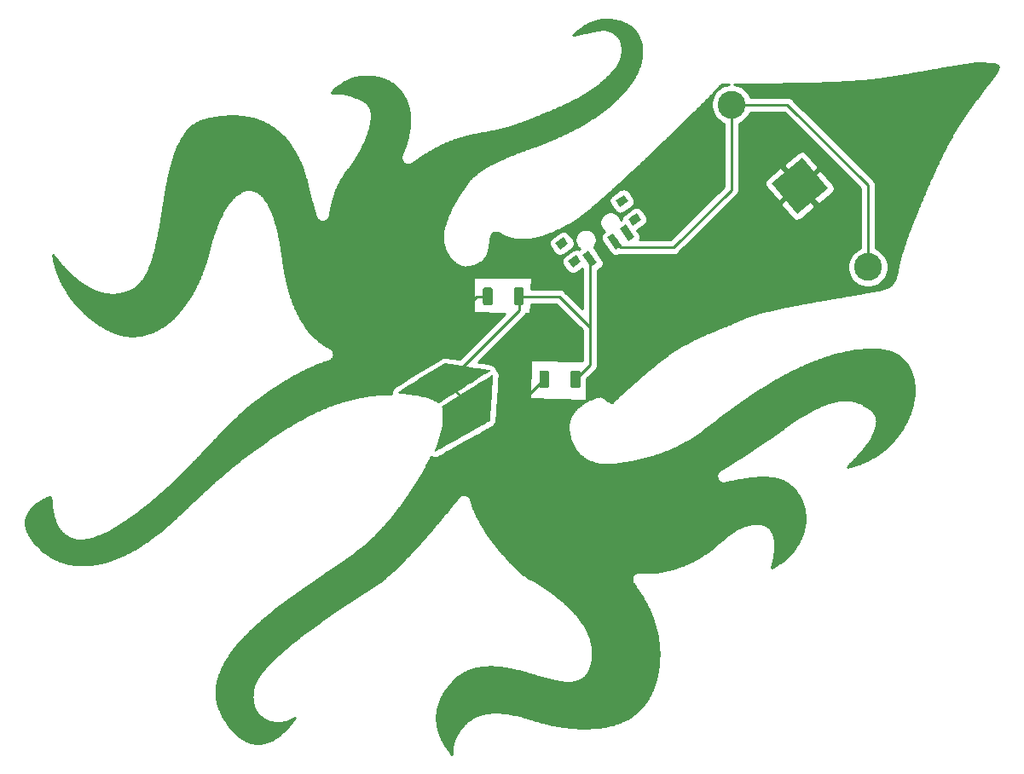
<source format=gbr>
G04 #@! TF.GenerationSoftware,KiCad,Pcbnew,5.1.2-f72e74a~84~ubuntu19.04.1*
G04 #@! TF.CreationDate,2019-06-12T21:41:49+02:00*
G04 #@! TF.ProjectId,sepiapcb2,73657069-6170-4636-9232-2e6b69636164,rev?*
G04 #@! TF.SameCoordinates,Original*
G04 #@! TF.FileFunction,Copper,L2,Bot*
G04 #@! TF.FilePolarity,Positive*
%FSLAX46Y46*%
G04 Gerber Fmt 4.6, Leading zero omitted, Abs format (unit mm)*
G04 Created by KiCad (PCBNEW 5.1.2-f72e74a~84~ubuntu19.04.1) date 2019-06-12 21:41:49*
%MOMM*%
%LPD*%
G04 APERTURE LIST*
%ADD10C,0.100000*%
%ADD11C,0.950000*%
%ADD12C,1.524000*%
%ADD13C,0.800000*%
%ADD14C,0.700000*%
%ADD15C,4.000000*%
%ADD16C,2.762000*%
%ADD17C,0.250000*%
%ADD18C,0.254000*%
G04 APERTURE END LIST*
D10*
G36*
X77037623Y-54345515D02*
G01*
X77056067Y-54348251D01*
X77074154Y-54352781D01*
X77091710Y-54359063D01*
X77108565Y-54367035D01*
X77124558Y-54376621D01*
X77139535Y-54387728D01*
X77153350Y-54400250D01*
X77165872Y-54414065D01*
X77176979Y-54429042D01*
X77186565Y-54445035D01*
X77194537Y-54461890D01*
X77200819Y-54479446D01*
X77205349Y-54497533D01*
X77208085Y-54515977D01*
X77209000Y-54534600D01*
X77209000Y-55904600D01*
X77208085Y-55923223D01*
X77205349Y-55941667D01*
X77200819Y-55959754D01*
X77194537Y-55977310D01*
X77186565Y-55994165D01*
X77176979Y-56010158D01*
X77165872Y-56025135D01*
X77153350Y-56038950D01*
X77139535Y-56051472D01*
X77124558Y-56062579D01*
X77108565Y-56072165D01*
X77091710Y-56080137D01*
X77074154Y-56086419D01*
X77056067Y-56090949D01*
X77037623Y-56093685D01*
X77019000Y-56094600D01*
X76449000Y-56094600D01*
X76430377Y-56093685D01*
X76411933Y-56090949D01*
X76393846Y-56086419D01*
X76376290Y-56080137D01*
X76359435Y-56072165D01*
X76343442Y-56062579D01*
X76328465Y-56051472D01*
X76314650Y-56038950D01*
X76302128Y-56025135D01*
X76291021Y-56010158D01*
X76281435Y-55994165D01*
X76273463Y-55977310D01*
X76267181Y-55959754D01*
X76262651Y-55941667D01*
X76259915Y-55923223D01*
X76259000Y-55904600D01*
X76259000Y-54534600D01*
X76259915Y-54515977D01*
X76262651Y-54497533D01*
X76267181Y-54479446D01*
X76273463Y-54461890D01*
X76281435Y-54445035D01*
X76291021Y-54429042D01*
X76302128Y-54414065D01*
X76314650Y-54400250D01*
X76328465Y-54387728D01*
X76343442Y-54376621D01*
X76359435Y-54367035D01*
X76376290Y-54359063D01*
X76393846Y-54352781D01*
X76411933Y-54348251D01*
X76430377Y-54345515D01*
X76449000Y-54344600D01*
X77019000Y-54344600D01*
X77037623Y-54345515D01*
X77037623Y-54345515D01*
G37*
D11*
X76734000Y-55219600D03*
D10*
G36*
X73937623Y-54345515D02*
G01*
X73956067Y-54348251D01*
X73974154Y-54352781D01*
X73991710Y-54359063D01*
X74008565Y-54367035D01*
X74024558Y-54376621D01*
X74039535Y-54387728D01*
X74053350Y-54400250D01*
X74065872Y-54414065D01*
X74076979Y-54429042D01*
X74086565Y-54445035D01*
X74094537Y-54461890D01*
X74100819Y-54479446D01*
X74105349Y-54497533D01*
X74108085Y-54515977D01*
X74109000Y-54534600D01*
X74109000Y-55904600D01*
X74108085Y-55923223D01*
X74105349Y-55941667D01*
X74100819Y-55959754D01*
X74094537Y-55977310D01*
X74086565Y-55994165D01*
X74076979Y-56010158D01*
X74065872Y-56025135D01*
X74053350Y-56038950D01*
X74039535Y-56051472D01*
X74024558Y-56062579D01*
X74008565Y-56072165D01*
X73991710Y-56080137D01*
X73974154Y-56086419D01*
X73956067Y-56090949D01*
X73937623Y-56093685D01*
X73919000Y-56094600D01*
X73349000Y-56094600D01*
X73330377Y-56093685D01*
X73311933Y-56090949D01*
X73293846Y-56086419D01*
X73276290Y-56080137D01*
X73259435Y-56072165D01*
X73243442Y-56062579D01*
X73228465Y-56051472D01*
X73214650Y-56038950D01*
X73202128Y-56025135D01*
X73191021Y-56010158D01*
X73181435Y-55994165D01*
X73173463Y-55977310D01*
X73167181Y-55959754D01*
X73162651Y-55941667D01*
X73159915Y-55923223D01*
X73159000Y-55904600D01*
X73159000Y-54534600D01*
X73159915Y-54515977D01*
X73162651Y-54497533D01*
X73167181Y-54479446D01*
X73173463Y-54461890D01*
X73181435Y-54445035D01*
X73191021Y-54429042D01*
X73202128Y-54414065D01*
X73214650Y-54400250D01*
X73228465Y-54387728D01*
X73243442Y-54376621D01*
X73259435Y-54367035D01*
X73276290Y-54359063D01*
X73293846Y-54352781D01*
X73311933Y-54348251D01*
X73330377Y-54345515D01*
X73349000Y-54344600D01*
X73919000Y-54344600D01*
X73937623Y-54345515D01*
X73937623Y-54345515D01*
G37*
D11*
X73634000Y-55219600D03*
D10*
G36*
X82651023Y-62575115D02*
G01*
X82669467Y-62577851D01*
X82687554Y-62582381D01*
X82705110Y-62588663D01*
X82721965Y-62596635D01*
X82737958Y-62606221D01*
X82752935Y-62617328D01*
X82766750Y-62629850D01*
X82779272Y-62643665D01*
X82790379Y-62658642D01*
X82799965Y-62674635D01*
X82807937Y-62691490D01*
X82814219Y-62709046D01*
X82818749Y-62727133D01*
X82821485Y-62745577D01*
X82822400Y-62764200D01*
X82822400Y-64134200D01*
X82821485Y-64152823D01*
X82818749Y-64171267D01*
X82814219Y-64189354D01*
X82807937Y-64206910D01*
X82799965Y-64223765D01*
X82790379Y-64239758D01*
X82779272Y-64254735D01*
X82766750Y-64268550D01*
X82752935Y-64281072D01*
X82737958Y-64292179D01*
X82721965Y-64301765D01*
X82705110Y-64309737D01*
X82687554Y-64316019D01*
X82669467Y-64320549D01*
X82651023Y-64323285D01*
X82632400Y-64324200D01*
X82062400Y-64324200D01*
X82043777Y-64323285D01*
X82025333Y-64320549D01*
X82007246Y-64316019D01*
X81989690Y-64309737D01*
X81972835Y-64301765D01*
X81956842Y-64292179D01*
X81941865Y-64281072D01*
X81928050Y-64268550D01*
X81915528Y-64254735D01*
X81904421Y-64239758D01*
X81894835Y-64223765D01*
X81886863Y-64206910D01*
X81880581Y-64189354D01*
X81876051Y-64171267D01*
X81873315Y-64152823D01*
X81872400Y-64134200D01*
X81872400Y-62764200D01*
X81873315Y-62745577D01*
X81876051Y-62727133D01*
X81880581Y-62709046D01*
X81886863Y-62691490D01*
X81894835Y-62674635D01*
X81904421Y-62658642D01*
X81915528Y-62643665D01*
X81928050Y-62629850D01*
X81941865Y-62617328D01*
X81956842Y-62606221D01*
X81972835Y-62596635D01*
X81989690Y-62588663D01*
X82007246Y-62582381D01*
X82025333Y-62577851D01*
X82043777Y-62575115D01*
X82062400Y-62574200D01*
X82632400Y-62574200D01*
X82651023Y-62575115D01*
X82651023Y-62575115D01*
G37*
D11*
X82347400Y-63449200D03*
D10*
G36*
X79551023Y-62575115D02*
G01*
X79569467Y-62577851D01*
X79587554Y-62582381D01*
X79605110Y-62588663D01*
X79621965Y-62596635D01*
X79637958Y-62606221D01*
X79652935Y-62617328D01*
X79666750Y-62629850D01*
X79679272Y-62643665D01*
X79690379Y-62658642D01*
X79699965Y-62674635D01*
X79707937Y-62691490D01*
X79714219Y-62709046D01*
X79718749Y-62727133D01*
X79721485Y-62745577D01*
X79722400Y-62764200D01*
X79722400Y-64134200D01*
X79721485Y-64152823D01*
X79718749Y-64171267D01*
X79714219Y-64189354D01*
X79707937Y-64206910D01*
X79699965Y-64223765D01*
X79690379Y-64239758D01*
X79679272Y-64254735D01*
X79666750Y-64268550D01*
X79652935Y-64281072D01*
X79637958Y-64292179D01*
X79621965Y-64301765D01*
X79605110Y-64309737D01*
X79587554Y-64316019D01*
X79569467Y-64320549D01*
X79551023Y-64323285D01*
X79532400Y-64324200D01*
X78962400Y-64324200D01*
X78943777Y-64323285D01*
X78925333Y-64320549D01*
X78907246Y-64316019D01*
X78889690Y-64309737D01*
X78872835Y-64301765D01*
X78856842Y-64292179D01*
X78841865Y-64281072D01*
X78828050Y-64268550D01*
X78815528Y-64254735D01*
X78804421Y-64239758D01*
X78794835Y-64223765D01*
X78786863Y-64206910D01*
X78780581Y-64189354D01*
X78776051Y-64171267D01*
X78773315Y-64152823D01*
X78772400Y-64134200D01*
X78772400Y-62764200D01*
X78773315Y-62745577D01*
X78776051Y-62727133D01*
X78780581Y-62709046D01*
X78786863Y-62691490D01*
X78794835Y-62674635D01*
X78804421Y-62658642D01*
X78815528Y-62643665D01*
X78828050Y-62629850D01*
X78841865Y-62617328D01*
X78856842Y-62606221D01*
X78872835Y-62596635D01*
X78889690Y-62588663D01*
X78907246Y-62582381D01*
X78925333Y-62577851D01*
X78943777Y-62575115D01*
X78962400Y-62574200D01*
X79532400Y-62574200D01*
X79551023Y-62575115D01*
X79551023Y-62575115D01*
G37*
D11*
X79247400Y-63449200D03*
D12*
X71388200Y-66638800D03*
D10*
G36*
X74136405Y-63000211D02*
G01*
X74137355Y-63000452D01*
X74138239Y-63000874D01*
X74139025Y-63001461D01*
X74139680Y-63002189D01*
X74140181Y-63003032D01*
X74140508Y-63003956D01*
X74140650Y-63004964D01*
X74142378Y-63050431D01*
X74142379Y-63050780D01*
X74138540Y-63171231D01*
X74138537Y-63171308D01*
X74129760Y-63357285D01*
X74129759Y-63357319D01*
X74116676Y-63599367D01*
X74116675Y-63599387D01*
X74099916Y-63888049D01*
X74099915Y-63888062D01*
X74080112Y-64213882D01*
X74080111Y-64213893D01*
X74057895Y-64567414D01*
X74057895Y-64567422D01*
X74033896Y-64939188D01*
X74033895Y-64939196D01*
X74008744Y-65319751D01*
X74008744Y-65319758D01*
X73983073Y-65699645D01*
X73983072Y-65699653D01*
X73957511Y-66069416D01*
X73957510Y-66069424D01*
X73932691Y-66419607D01*
X73932691Y-66419618D01*
X73909243Y-66740765D01*
X73909242Y-66740779D01*
X73887798Y-67023433D01*
X73887796Y-67023454D01*
X73868986Y-67258158D01*
X73868983Y-67258196D01*
X73853438Y-67435495D01*
X73853429Y-67435582D01*
X73841780Y-67546019D01*
X73841723Y-67546410D01*
X73835344Y-67580660D01*
X73835071Y-67581602D01*
X73834620Y-67582472D01*
X73834007Y-67583237D01*
X73833274Y-67583856D01*
X73815690Y-67596026D01*
X73815440Y-67596189D01*
X73771557Y-67622839D01*
X73771487Y-67622881D01*
X73697788Y-67665994D01*
X73697756Y-67666012D01*
X73590721Y-67727569D01*
X73590703Y-67727579D01*
X73446812Y-67809563D01*
X73446802Y-67809569D01*
X73262538Y-67913962D01*
X73262531Y-67913966D01*
X73034374Y-68042751D01*
X73034369Y-68042754D01*
X72758800Y-68197913D01*
X72758797Y-68197915D01*
X72432298Y-68381430D01*
X72432296Y-68381431D01*
X72051347Y-68595285D01*
X72051345Y-68595286D01*
X71612427Y-68841461D01*
X71612426Y-68841462D01*
X71112020Y-69121941D01*
X71112019Y-69121941D01*
X70546608Y-69438705D01*
X69912670Y-69793737D01*
X69912669Y-69793738D01*
X69547643Y-69998128D01*
X69287421Y-70144072D01*
X69044721Y-70280651D01*
X68831634Y-70401024D01*
X68660216Y-70498369D01*
X68660216Y-70498368D01*
X68542629Y-70565805D01*
X68542629Y-70565806D01*
X68499982Y-70590849D01*
X68499862Y-70590917D01*
X68412332Y-70639121D01*
X68411602Y-70639450D01*
X68364279Y-70656350D01*
X68363328Y-70656587D01*
X68362349Y-70656635D01*
X68361379Y-70656490D01*
X68360456Y-70656160D01*
X68359293Y-70655393D01*
X68356563Y-70652989D01*
X68355894Y-70652273D01*
X68355378Y-70651439D01*
X68355035Y-70650521D01*
X68354877Y-70649554D01*
X68354911Y-70648574D01*
X68355057Y-70647872D01*
X68367752Y-70603145D01*
X68367793Y-70603009D01*
X68403125Y-70490758D01*
X68403135Y-70490725D01*
X68456975Y-70323751D01*
X68456981Y-70323733D01*
X68525201Y-70114838D01*
X68525205Y-70114824D01*
X68603675Y-69876807D01*
X68603678Y-69876801D01*
X68607124Y-69866395D01*
X68699853Y-69581700D01*
X68794871Y-69281716D01*
X68884114Y-68992469D01*
X68959529Y-68739935D01*
X68998653Y-68603003D01*
X68998654Y-68603003D01*
X69046291Y-68428554D01*
X69081618Y-68285313D01*
X69106446Y-68155654D01*
X69122657Y-68021662D01*
X69132093Y-67865485D01*
X69136579Y-67669282D01*
X69137946Y-67415350D01*
X69138034Y-67254964D01*
X69136541Y-66986527D01*
X69132384Y-66739139D01*
X69126042Y-66528173D01*
X69117998Y-66369313D01*
X69108758Y-66278229D01*
X69107822Y-66273610D01*
X69077491Y-66137829D01*
X69077372Y-66136856D01*
X69077446Y-66135879D01*
X69077708Y-66134934D01*
X69078150Y-66134059D01*
X69078754Y-66133287D01*
X69079721Y-66132499D01*
X71598295Y-64558467D01*
X71598298Y-64558465D01*
X72016671Y-64297363D01*
X72016676Y-64297360D01*
X72413771Y-64050253D01*
X72413777Y-64050249D01*
X72783814Y-63820689D01*
X72783821Y-63820685D01*
X73121024Y-63612222D01*
X73121032Y-63612217D01*
X73419621Y-63428401D01*
X73419631Y-63428395D01*
X73673830Y-63272777D01*
X73673846Y-63272767D01*
X73877875Y-63148897D01*
X73877903Y-63148880D01*
X74025985Y-63060309D01*
X74026057Y-63060267D01*
X74112414Y-63010545D01*
X74112787Y-63010351D01*
X74133532Y-63000627D01*
X74134456Y-63000300D01*
X74135426Y-63000159D01*
X74136405Y-63000211D01*
X74136405Y-63000211D01*
G37*
D12*
X69588200Y-63778800D03*
D10*
G36*
X69368695Y-61867779D02*
G01*
X71563405Y-62200368D01*
X71563410Y-62200369D01*
X71986487Y-62264866D01*
X71986495Y-62264867D01*
X72385799Y-62326481D01*
X72385809Y-62326483D01*
X72753213Y-62383906D01*
X72753224Y-62383908D01*
X73080601Y-62435838D01*
X73080616Y-62435840D01*
X73359836Y-62480969D01*
X73359857Y-62480973D01*
X73582794Y-62517998D01*
X73582833Y-62518004D01*
X73741359Y-62545618D01*
X73741465Y-62545638D01*
X73827451Y-62562537D01*
X73827830Y-62562627D01*
X73839757Y-62565952D01*
X73840671Y-62566306D01*
X73841181Y-62566603D01*
X73877511Y-62590736D01*
X73878270Y-62591356D01*
X73878894Y-62592112D01*
X73879358Y-62592975D01*
X73879645Y-62593912D01*
X73879744Y-62594887D01*
X73879651Y-62595863D01*
X73879395Y-62596735D01*
X73866214Y-62630160D01*
X73865767Y-62631032D01*
X73865158Y-62631801D01*
X73864586Y-62632309D01*
X73792460Y-62687057D01*
X73792122Y-62687292D01*
X73714099Y-62736951D01*
X73714062Y-62736974D01*
X73641631Y-62782194D01*
X73641631Y-62782195D01*
X73504346Y-62868177D01*
X73504346Y-62868176D01*
X73309052Y-62990625D01*
X73062585Y-63145249D01*
X72771783Y-63327758D01*
X72443484Y-63533859D01*
X72084525Y-63759261D01*
X71701747Y-63999671D01*
X71301985Y-64250799D01*
X71262359Y-64275695D01*
X70864220Y-64525748D01*
X70864219Y-64525749D01*
X70484631Y-64763986D01*
X70484630Y-64763987D01*
X70130124Y-64986319D01*
X70130122Y-64986320D01*
X69807226Y-65188661D01*
X69807224Y-65188662D01*
X69522469Y-65366924D01*
X69522467Y-65366926D01*
X69282382Y-65517021D01*
X69282378Y-65517023D01*
X69093494Y-65634865D01*
X69093486Y-65634870D01*
X68962331Y-65716370D01*
X68962308Y-65716384D01*
X68895412Y-65757456D01*
X68895346Y-65757496D01*
X68891584Y-65759727D01*
X68891422Y-65759819D01*
X68832994Y-65791584D01*
X68831859Y-65792031D01*
X68779695Y-65805539D01*
X68778727Y-65805691D01*
X68777738Y-65805649D01*
X68714241Y-65796616D01*
X68713136Y-65796327D01*
X68620710Y-65760467D01*
X68620348Y-65760310D01*
X68481398Y-65693335D01*
X68481320Y-65693297D01*
X68357618Y-65630997D01*
X68111776Y-65510008D01*
X67890637Y-65410285D01*
X67679860Y-65328024D01*
X67465144Y-65259439D01*
X67232092Y-65200726D01*
X66966403Y-65148116D01*
X66653714Y-65097832D01*
X66279769Y-65046110D01*
X66012179Y-65011830D01*
X65698178Y-64971880D01*
X65698162Y-64971878D01*
X65406315Y-64933802D01*
X65406297Y-64933800D01*
X65148728Y-64899254D01*
X65148704Y-64899250D01*
X64937534Y-64869890D01*
X64937493Y-64869884D01*
X64784845Y-64847366D01*
X64784732Y-64847348D01*
X64702727Y-64833327D01*
X64702464Y-64833275D01*
X64698456Y-64832366D01*
X64697620Y-64832098D01*
X64677086Y-64823445D01*
X64676225Y-64822977D01*
X64675471Y-64822351D01*
X64674854Y-64821589D01*
X64674272Y-64820379D01*
X64669346Y-64805187D01*
X64669136Y-64804230D01*
X64669118Y-64803250D01*
X64669291Y-64802285D01*
X64669855Y-64801006D01*
X64685305Y-64776142D01*
X64686151Y-64775116D01*
X64726743Y-64737450D01*
X64727118Y-64737135D01*
X64797619Y-64683533D01*
X64797803Y-64683399D01*
X64902979Y-64610730D01*
X64903078Y-64610663D01*
X65047697Y-64515794D01*
X65047755Y-64515757D01*
X65236583Y-64395557D01*
X65236618Y-64395535D01*
X65474423Y-64246872D01*
X65474444Y-64246859D01*
X65765991Y-64066600D01*
X65766003Y-64066592D01*
X66116061Y-63851606D01*
X66116069Y-63851602D01*
X66529403Y-63598756D01*
X66529407Y-63598753D01*
X66968413Y-63330764D01*
X66968414Y-63330764D01*
X69365342Y-61868455D01*
X69366225Y-61868029D01*
X69367174Y-61867783D01*
X69368152Y-61867727D01*
X69368695Y-61867779D01*
X69368695Y-61867779D01*
G37*
D13*
X82242685Y-51754493D03*
D10*
G36*
X82062540Y-52368942D02*
G01*
X81603678Y-51713620D01*
X82422830Y-51140044D01*
X82881692Y-51795366D01*
X82062540Y-52368942D01*
X82062540Y-52368942D01*
G37*
D13*
X88222495Y-47567385D03*
D10*
G36*
X88042350Y-48181834D02*
G01*
X87583488Y-47526512D01*
X88402640Y-46952936D01*
X88861502Y-47608258D01*
X88042350Y-48181834D01*
X88042350Y-48181834D01*
G37*
D13*
X86954891Y-45757059D03*
D10*
G36*
X86774746Y-46371508D02*
G01*
X86315884Y-45716186D01*
X87135036Y-45142610D01*
X87593898Y-45797932D01*
X86774746Y-46371508D01*
X86774746Y-46371508D01*
G37*
D13*
X80975081Y-49944167D03*
D10*
G36*
X80794936Y-50558616D02*
G01*
X80336074Y-49903294D01*
X81155226Y-49329718D01*
X81614088Y-49985040D01*
X80794936Y-50558616D01*
X80794936Y-50558616D01*
G37*
D14*
X87448506Y-48902840D03*
D10*
G36*
X87591985Y-49717956D02*
G01*
X86731620Y-48489228D01*
X87305027Y-48087724D01*
X88165392Y-49316452D01*
X87591985Y-49717956D01*
X87591985Y-49717956D01*
G37*
D14*
X86219778Y-49763205D03*
D10*
G36*
X86363257Y-50578321D02*
G01*
X85502892Y-49349593D01*
X86076299Y-48948089D01*
X86936664Y-50176817D01*
X86363257Y-50578321D01*
X86363257Y-50578321D01*
G37*
D14*
X83762322Y-51483934D03*
D10*
G36*
X83905801Y-52299050D02*
G01*
X83045436Y-51070322D01*
X83618843Y-50668818D01*
X84479208Y-51897546D01*
X83905801Y-52299050D01*
X83905801Y-52299050D01*
G37*
D15*
X104597591Y-44242231D03*
D10*
G36*
X107415255Y-44488745D02*
G01*
X104351077Y-47059895D01*
X101779927Y-43995717D01*
X104844105Y-41424567D01*
X107415255Y-44488745D01*
X107415255Y-44488745D01*
G37*
D16*
X97816181Y-36160462D03*
X111379000Y-52324000D03*
D13*
X68351400Y-59359800D03*
X75946000Y-68503800D03*
X107772200Y-47548800D03*
X101193600Y-40944800D03*
D17*
X75946000Y-66750600D02*
X75946000Y-68503800D01*
X79247400Y-63449200D02*
X75946000Y-66750600D01*
X72491600Y-55219600D02*
X68351400Y-59359800D01*
X73634000Y-55219600D02*
X72491600Y-55219600D01*
X101300160Y-40944800D02*
X101193600Y-40944800D01*
X104597591Y-44242231D02*
X101300160Y-40944800D01*
X107772200Y-47416840D02*
X107772200Y-47548800D01*
X104597591Y-44242231D02*
X107772200Y-47416840D01*
X97816181Y-36160462D02*
X97816181Y-44627019D01*
X86828999Y-50372426D02*
X86219778Y-49763205D01*
X92070774Y-50372426D02*
X86828999Y-50372426D01*
X97816181Y-44627019D02*
X92070774Y-50372426D01*
X97816181Y-36160462D02*
X103368862Y-36160462D01*
X111379000Y-44170600D02*
X111379000Y-47955200D01*
X103368862Y-36160462D02*
X111379000Y-44170600D01*
X111379000Y-52324000D02*
X111379000Y-47955200D01*
X111379000Y-47955200D02*
X111379000Y-47499828D01*
X83762322Y-62034278D02*
X82347400Y-63449200D01*
X80707444Y-55219600D02*
X83762322Y-58274478D01*
X83762322Y-51483934D02*
X83762322Y-58274478D01*
X76734000Y-55219600D02*
X80707444Y-55219600D01*
X83762322Y-58274478D02*
X83762322Y-62034278D01*
X76734000Y-56633000D02*
X69588200Y-63778800D01*
X76734000Y-55219600D02*
X76734000Y-56633000D01*
X71388200Y-65578800D02*
X71388200Y-66638800D01*
X69588200Y-63778800D02*
X71388200Y-65578800D01*
D18*
G36*
X85547917Y-27748477D02*
G01*
X85716204Y-27756570D01*
X85880486Y-27769937D01*
X86040923Y-27788412D01*
X86192768Y-27811047D01*
X86339821Y-27837969D01*
X86480811Y-27868629D01*
X86616755Y-27902930D01*
X86752925Y-27942216D01*
X86880755Y-27983864D01*
X87006372Y-28029598D01*
X87131493Y-28080224D01*
X87246641Y-28131644D01*
X87357744Y-28186026D01*
X87464598Y-28243148D01*
X87572768Y-28306254D01*
X87671417Y-28368940D01*
X87768783Y-28436196D01*
X87863101Y-28507095D01*
X87951093Y-28579072D01*
X88033797Y-28652674D01*
X88114131Y-28730637D01*
X88189097Y-28810243D01*
X88259848Y-28892775D01*
X88330530Y-28983987D01*
X88364735Y-29031915D01*
X88430943Y-29132147D01*
X88490857Y-29232076D01*
X88547992Y-29337173D01*
X88601246Y-29445580D01*
X88651260Y-29558840D01*
X88696990Y-29674870D01*
X88739331Y-29796470D01*
X88777905Y-29923744D01*
X88813353Y-30061222D01*
X88842996Y-30200374D01*
X88867212Y-30343242D01*
X88886011Y-30491925D01*
X88898905Y-30646239D01*
X88905481Y-30808808D01*
X88904991Y-30977890D01*
X88897738Y-31140069D01*
X88884539Y-31297383D01*
X88865851Y-31451789D01*
X88842275Y-31602511D01*
X88814459Y-31748830D01*
X88782346Y-31893263D01*
X88746359Y-32035248D01*
X88706890Y-32174494D01*
X88664363Y-32310658D01*
X88619278Y-32443243D01*
X88570826Y-32575279D01*
X88519220Y-32706487D01*
X88466071Y-32833374D01*
X88410306Y-32959098D01*
X88352171Y-33083401D01*
X88291875Y-33206128D01*
X88229618Y-33327166D01*
X88165626Y-33446362D01*
X88110217Y-33545493D01*
X88106214Y-33551497D01*
X88082718Y-33586203D01*
X88004742Y-33699478D01*
X87923283Y-33814852D01*
X87840209Y-33929561D01*
X87758165Y-34040082D01*
X87673895Y-34150909D01*
X87590962Y-34257448D01*
X87498349Y-34373621D01*
X87412939Y-34478267D01*
X87311792Y-34599279D01*
X87223776Y-34702140D01*
X87134580Y-34804170D01*
X87043412Y-34906267D01*
X86948949Y-35009827D01*
X86857284Y-35108253D01*
X86764882Y-35205497D01*
X86668533Y-35304877D01*
X86572964Y-35401502D01*
X86465908Y-35507539D01*
X86365687Y-35604783D01*
X86266064Y-35699584D01*
X86163182Y-35795620D01*
X86057199Y-35892648D01*
X85951893Y-35987212D01*
X85847314Y-36079381D01*
X85743556Y-36169174D01*
X85635942Y-36260612D01*
X85530538Y-36348583D01*
X85423572Y-36436297D01*
X85314795Y-36523938D01*
X85206429Y-36609742D01*
X85098385Y-36693839D01*
X84988891Y-36777638D01*
X84874474Y-36863718D01*
X84759954Y-36948405D01*
X84645229Y-37031809D01*
X84530524Y-37113819D01*
X84415656Y-37194599D01*
X84300856Y-37274019D01*
X84186202Y-37352079D01*
X84066154Y-37432497D01*
X83946510Y-37511348D01*
X83826861Y-37588941D01*
X83707666Y-37665024D01*
X83588627Y-37739832D01*
X83464921Y-37816359D01*
X83341597Y-37891456D01*
X83218796Y-37965081D01*
X83093396Y-38039118D01*
X83036266Y-38072459D01*
X82909268Y-38145737D01*
X82778592Y-38219951D01*
X82653605Y-38289834D01*
X82524598Y-38360874D01*
X82396644Y-38430262D01*
X82264518Y-38500828D01*
X82134020Y-38569472D01*
X82004693Y-38636488D01*
X81872044Y-38704216D01*
X81741278Y-38769999D01*
X81607348Y-38836395D01*
X81471045Y-38902976D01*
X81339346Y-38966383D01*
X81205635Y-39029856D01*
X81070250Y-39093223D01*
X80935760Y-39155303D01*
X80794233Y-39219727D01*
X80658641Y-39280614D01*
X80521445Y-39341419D01*
X80379417Y-39403564D01*
X80235917Y-39465583D01*
X80095399Y-39525617D01*
X79949052Y-39587505D01*
X79808548Y-39646431D01*
X79663691Y-39706853D01*
X79514494Y-39769052D01*
X79514388Y-39769109D01*
X79512310Y-39769966D01*
X79366532Y-39831291D01*
X79366409Y-39831358D01*
X79359208Y-39834419D01*
X79217897Y-39895675D01*
X79217741Y-39895762D01*
X79211855Y-39898327D01*
X79205789Y-39901022D01*
X79076108Y-39956309D01*
X78942923Y-40009805D01*
X78803279Y-40063629D01*
X78661692Y-40116650D01*
X78515215Y-40170401D01*
X78366406Y-40224246D01*
X78219203Y-40277031D01*
X78069333Y-40330490D01*
X78069330Y-40330491D01*
X77921229Y-40383207D01*
X77921225Y-40383209D01*
X77921124Y-40383244D01*
X77753365Y-40442985D01*
X77753332Y-40443000D01*
X77752772Y-40443196D01*
X77599114Y-40498064D01*
X77599058Y-40498090D01*
X77598107Y-40498424D01*
X77448585Y-40552060D01*
X77448509Y-40552096D01*
X77447248Y-40552541D01*
X77294674Y-40607605D01*
X77294578Y-40607651D01*
X77293011Y-40608208D01*
X77141637Y-40663251D01*
X77141537Y-40663299D01*
X77139678Y-40663966D01*
X76985837Y-40720402D01*
X76985731Y-40720453D01*
X76983629Y-40721215D01*
X76835800Y-40775982D01*
X76835678Y-40776042D01*
X76833376Y-40776885D01*
X76681609Y-40833719D01*
X76681476Y-40833784D01*
X76678918Y-40834733D01*
X76529667Y-40891292D01*
X76529528Y-40891361D01*
X76526760Y-40892401D01*
X76373931Y-40951057D01*
X76373789Y-40951128D01*
X76370807Y-40952264D01*
X76225266Y-41008885D01*
X76225118Y-41008960D01*
X76222011Y-41010161D01*
X76073288Y-41068836D01*
X76073143Y-41068910D01*
X76069792Y-41070225D01*
X75924531Y-41128395D01*
X75924377Y-41128475D01*
X75920728Y-41129930D01*
X75763858Y-41193767D01*
X75763698Y-41193851D01*
X75759836Y-41195418D01*
X75615490Y-41255156D01*
X75615340Y-41255236D01*
X75611811Y-41256690D01*
X75511039Y-41299036D01*
X75510874Y-41299125D01*
X75506727Y-41300865D01*
X75358356Y-41364329D01*
X75358196Y-41364417D01*
X75353235Y-41366542D01*
X75210553Y-41428858D01*
X75210389Y-41428949D01*
X75205463Y-41431104D01*
X75064793Y-41493813D01*
X75064627Y-41493907D01*
X75059635Y-41496137D01*
X74921672Y-41558917D01*
X74921513Y-41559009D01*
X74916406Y-41561338D01*
X74778047Y-41625620D01*
X74777888Y-41625714D01*
X74772611Y-41628173D01*
X74635103Y-41693431D01*
X74634962Y-41693515D01*
X74628783Y-41696467D01*
X74458345Y-41779354D01*
X74458206Y-41779439D01*
X74451800Y-41782578D01*
X74315751Y-41850419D01*
X74315613Y-41850505D01*
X74309615Y-41853514D01*
X74172894Y-41923294D01*
X74172758Y-41923381D01*
X74166462Y-41926617D01*
X74030334Y-41997793D01*
X74030214Y-41997871D01*
X74023520Y-42001401D01*
X73885174Y-42075595D01*
X73885060Y-42075672D01*
X73878072Y-42079455D01*
X73745825Y-42152262D01*
X73745729Y-42152328D01*
X73738510Y-42156343D01*
X73608446Y-42229892D01*
X73608371Y-42229945D01*
X73600713Y-42234327D01*
X73469654Y-42310551D01*
X73469620Y-42310576D01*
X73461249Y-42315515D01*
X73328186Y-42395287D01*
X73328093Y-42395356D01*
X73328000Y-42395400D01*
X73319236Y-42400740D01*
X73189723Y-42480917D01*
X73189371Y-42481186D01*
X73188979Y-42481379D01*
X73180297Y-42486852D01*
X73054064Y-42567670D01*
X73053414Y-42568182D01*
X73052683Y-42568557D01*
X73044091Y-42574169D01*
X72921354Y-42655581D01*
X72920392Y-42656364D01*
X72919301Y-42656948D01*
X72910808Y-42662709D01*
X72791358Y-42744954D01*
X72789992Y-42746106D01*
X72788439Y-42746975D01*
X72780055Y-42752894D01*
X72662937Y-42836821D01*
X72661105Y-42838426D01*
X72659009Y-42839656D01*
X72650749Y-42845746D01*
X72535977Y-42931616D01*
X72533520Y-42933860D01*
X72530698Y-42935604D01*
X72522580Y-42941882D01*
X72407281Y-43032348D01*
X72404104Y-43035386D01*
X72400435Y-43037787D01*
X72392482Y-43044273D01*
X72280473Y-43136935D01*
X72276614Y-43140821D01*
X72272122Y-43143949D01*
X72264359Y-43150662D01*
X72156928Y-43244878D01*
X72152298Y-43249817D01*
X72146873Y-43253861D01*
X72139331Y-43260821D01*
X72035767Y-43357740D01*
X72030187Y-43364092D01*
X72023596Y-43369394D01*
X72016316Y-43376627D01*
X71916302Y-43477395D01*
X71909513Y-43485723D01*
X71901442Y-43492810D01*
X71894481Y-43500350D01*
X71797632Y-43606727D01*
X71789537Y-43617581D01*
X71779830Y-43627017D01*
X71773259Y-43634899D01*
X71682789Y-43744994D01*
X71678945Y-43750733D01*
X71674159Y-43755700D01*
X71667849Y-43763793D01*
X71583516Y-43873541D01*
X71583427Y-43873684D01*
X71579344Y-43879023D01*
X71492388Y-43994407D01*
X71492299Y-43994553D01*
X71488268Y-43999928D01*
X71403021Y-44115278D01*
X71402936Y-44115420D01*
X71398958Y-44120829D01*
X71312867Y-44239632D01*
X71312786Y-44239770D01*
X71308822Y-44245268D01*
X71223015Y-44366061D01*
X71222929Y-44366212D01*
X71219014Y-44371751D01*
X71134076Y-44493750D01*
X71133993Y-44493898D01*
X71130183Y-44499398D01*
X71047136Y-44621086D01*
X71047054Y-44621236D01*
X71043294Y-44626773D01*
X70960957Y-44749876D01*
X70960878Y-44750023D01*
X70957171Y-44755594D01*
X70876319Y-44878950D01*
X70876240Y-44879101D01*
X70872548Y-44884763D01*
X70790680Y-45012276D01*
X70790603Y-45012427D01*
X70786902Y-45018224D01*
X70706690Y-45145832D01*
X70706617Y-45145979D01*
X70702973Y-45151809D01*
X70624453Y-45279420D01*
X70624379Y-45279572D01*
X70620774Y-45285465D01*
X70543119Y-45414439D01*
X70543052Y-45414581D01*
X70539429Y-45420635D01*
X70462745Y-45550870D01*
X70462678Y-45551015D01*
X70459094Y-45557141D01*
X70385120Y-45685659D01*
X70385056Y-45685802D01*
X70381548Y-45691936D01*
X70309455Y-45820082D01*
X70309392Y-45820224D01*
X70305846Y-45826573D01*
X70234127Y-45957124D01*
X70234068Y-45957261D01*
X70230491Y-45963825D01*
X70160072Y-46095221D01*
X70160018Y-46095352D01*
X70156365Y-46102229D01*
X70085165Y-46238595D01*
X70085122Y-46238702D01*
X70081312Y-46246079D01*
X70009677Y-46387194D01*
X70009639Y-46387293D01*
X70005829Y-46394886D01*
X69939540Y-46529344D01*
X69939505Y-46529437D01*
X69935697Y-46537259D01*
X69869284Y-46676137D01*
X69869262Y-46676197D01*
X69865318Y-46684566D01*
X69800406Y-46824846D01*
X69800345Y-46825021D01*
X69797960Y-46830188D01*
X69784340Y-46860249D01*
X69784283Y-46860418D01*
X69781566Y-46866450D01*
X69719736Y-47006345D01*
X69719589Y-47006791D01*
X69719360Y-47007198D01*
X69715289Y-47016618D01*
X69655532Y-47157592D01*
X69655340Y-47158206D01*
X69655033Y-47158772D01*
X69651110Y-47168255D01*
X69593115Y-47311283D01*
X69592858Y-47312151D01*
X69592445Y-47312944D01*
X69588678Y-47322490D01*
X69532272Y-47468427D01*
X69531946Y-47469600D01*
X69531401Y-47470691D01*
X69527800Y-47480301D01*
X69473411Y-47628582D01*
X69473001Y-47630161D01*
X69472302Y-47631628D01*
X69468877Y-47641302D01*
X69416541Y-47792523D01*
X69416025Y-47794673D01*
X69415117Y-47796680D01*
X69411886Y-47806421D01*
X69361442Y-47962156D01*
X69360830Y-47964951D01*
X69359709Y-47967579D01*
X69356691Y-47977387D01*
X69309998Y-48132982D01*
X69309289Y-48136594D01*
X69307931Y-48140001D01*
X69305148Y-48149879D01*
X69261870Y-48307715D01*
X69261041Y-48312549D01*
X69259349Y-48317154D01*
X69256836Y-48327104D01*
X69217196Y-48488831D01*
X69216228Y-48495573D01*
X69214089Y-48502035D01*
X69211900Y-48512061D01*
X69176601Y-48679355D01*
X69175532Y-48689011D01*
X69172857Y-48698338D01*
X69171073Y-48708444D01*
X69141960Y-48880456D01*
X69140930Y-48895164D01*
X69137637Y-48909524D01*
X69136401Y-48919711D01*
X69115774Y-49100324D01*
X69115364Y-49125987D01*
X69111738Y-49151400D01*
X69111358Y-49161655D01*
X69105439Y-49358709D01*
X69107803Y-49393563D01*
X69106657Y-49428460D01*
X69107394Y-49438696D01*
X69120536Y-49604952D01*
X69125088Y-49630454D01*
X69126421Y-49656319D01*
X69128017Y-49666456D01*
X69156572Y-49839865D01*
X69161722Y-49859150D01*
X69164103Y-49878959D01*
X69166385Y-49888965D01*
X69204857Y-50052288D01*
X69209927Y-50067136D01*
X69212675Y-50082571D01*
X69215519Y-50092431D01*
X69261989Y-50249381D01*
X69267004Y-50261735D01*
X69269993Y-50274720D01*
X69273328Y-50284425D01*
X69326321Y-50435204D01*
X69331326Y-50445955D01*
X69334516Y-50457374D01*
X69338294Y-50466915D01*
X69396068Y-50609859D01*
X69401235Y-50619740D01*
X69404705Y-50630331D01*
X69408901Y-50639696D01*
X69471868Y-50777614D01*
X69477466Y-50787256D01*
X69481399Y-50797680D01*
X69486005Y-50806851D01*
X69554152Y-50940188D01*
X69560421Y-50949963D01*
X69565005Y-50960621D01*
X69570023Y-50969573D01*
X69642966Y-51097587D01*
X69650243Y-51107875D01*
X69655771Y-51119192D01*
X69661214Y-51127892D01*
X69739630Y-51251301D01*
X69748368Y-51262472D01*
X69755250Y-51274869D01*
X69761141Y-51283272D01*
X69844973Y-51401075D01*
X69849482Y-51406255D01*
X69853003Y-51412138D01*
X69859164Y-51420344D01*
X69873954Y-51439757D01*
X69878549Y-51444701D01*
X69882197Y-51450373D01*
X69888620Y-51458376D01*
X69979633Y-51570169D01*
X69991448Y-51582087D01*
X70001350Y-51595637D01*
X70008238Y-51603244D01*
X70104251Y-51707806D01*
X70119103Y-51721104D01*
X70131934Y-51736363D01*
X70139324Y-51743484D01*
X70244890Y-51843802D01*
X70263899Y-51858622D01*
X70280825Y-51875779D01*
X70288756Y-51882292D01*
X70399824Y-51972199D01*
X70424794Y-51988657D01*
X70447720Y-52007849D01*
X70456235Y-52013578D01*
X70578153Y-52094377D01*
X70612796Y-52112745D01*
X70645669Y-52134113D01*
X70654811Y-52138777D01*
X70788520Y-52205803D01*
X70840459Y-52225765D01*
X70891432Y-52247977D01*
X70901216Y-52251071D01*
X71056655Y-52299026D01*
X71079313Y-52303655D01*
X71101150Y-52311237D01*
X71149421Y-52317977D01*
X71197199Y-52327737D01*
X71220325Y-52327876D01*
X71243219Y-52331073D01*
X71253475Y-52331423D01*
X71459506Y-52336992D01*
X71527575Y-52332170D01*
X71595664Y-52328001D01*
X71602433Y-52326867D01*
X71602594Y-52326856D01*
X71602742Y-52326816D01*
X71605785Y-52326306D01*
X71753774Y-52300467D01*
X71758389Y-52299187D01*
X71763164Y-52298765D01*
X71773236Y-52296798D01*
X71941014Y-52262822D01*
X71949401Y-52260250D01*
X71958105Y-52259149D01*
X71968096Y-52256804D01*
X72129129Y-52217814D01*
X72141559Y-52213483D01*
X72154516Y-52211185D01*
X72164378Y-52208347D01*
X72320203Y-52162319D01*
X72337587Y-52155276D01*
X72355793Y-52150813D01*
X72365451Y-52147342D01*
X72512397Y-52093357D01*
X72535632Y-52082139D01*
X72560083Y-52073916D01*
X72569415Y-52069646D01*
X72708806Y-52004684D01*
X72737893Y-51987490D01*
X72768595Y-51973402D01*
X72777423Y-51968171D01*
X72902492Y-51892875D01*
X72935930Y-51867997D01*
X72971294Y-51845946D01*
X72979387Y-51839636D01*
X73091217Y-51751175D01*
X73113335Y-51729856D01*
X73137696Y-51711145D01*
X73145136Y-51704078D01*
X73187714Y-51663064D01*
X73206529Y-51641012D01*
X73227780Y-51621306D01*
X73234534Y-51613580D01*
X73327756Y-51505428D01*
X73352112Y-51470849D01*
X73379156Y-51438354D01*
X73384861Y-51429823D01*
X73464836Y-51308390D01*
X73482540Y-51274767D01*
X73503252Y-51242933D01*
X73507920Y-51233794D01*
X73575264Y-51099601D01*
X73586699Y-51069890D01*
X73601288Y-51041615D01*
X73605015Y-51032053D01*
X73660366Y-50887054D01*
X73667176Y-50862151D01*
X73677045Y-50838296D01*
X73679956Y-50828455D01*
X73725430Y-50670654D01*
X73729133Y-50650626D01*
X73735595Y-50631323D01*
X73737818Y-50621304D01*
X73773204Y-50456361D01*
X73774988Y-50440723D01*
X73779131Y-50425539D01*
X73780783Y-50415410D01*
X73807901Y-50241475D01*
X73808593Y-50229326D01*
X73811239Y-50217462D01*
X73812414Y-50207268D01*
X73832053Y-50025649D01*
X73832146Y-50016314D01*
X73833819Y-50007128D01*
X73834592Y-49996895D01*
X73840053Y-49917214D01*
X79698154Y-49917214D01*
X79713127Y-50041398D01*
X79752040Y-50160276D01*
X79813396Y-50269277D01*
X80272258Y-50924599D01*
X80353701Y-51019536D01*
X80452100Y-51096760D01*
X80563674Y-51153304D01*
X80684136Y-51186994D01*
X80808855Y-51196536D01*
X80933040Y-51181563D01*
X81051917Y-51142651D01*
X81160919Y-51081294D01*
X81980071Y-50507718D01*
X82075008Y-50426275D01*
X82152233Y-50327876D01*
X82208776Y-50216301D01*
X82242466Y-50095840D01*
X82252008Y-49971120D01*
X82237035Y-49846936D01*
X82198122Y-49728058D01*
X82136766Y-49619057D01*
X81677904Y-48963735D01*
X81596461Y-48868798D01*
X81498062Y-48791574D01*
X81386488Y-48735030D01*
X81266026Y-48701340D01*
X81141307Y-48691798D01*
X81017122Y-48706771D01*
X80898245Y-48745683D01*
X80789243Y-48807040D01*
X79970091Y-49380616D01*
X79875154Y-49462059D01*
X79797929Y-49560458D01*
X79741386Y-49672033D01*
X79707696Y-49792494D01*
X79698154Y-49917214D01*
X73840053Y-49917214D01*
X73847526Y-49808203D01*
X73857607Y-49667437D01*
X73874571Y-49528345D01*
X73896876Y-49408315D01*
X73924344Y-49303380D01*
X73955239Y-49215694D01*
X73988905Y-49142540D01*
X74024424Y-49082236D01*
X74066417Y-49025749D01*
X74107059Y-48987513D01*
X74146640Y-48959049D01*
X74194309Y-48933333D01*
X74249743Y-48912010D01*
X74310526Y-48897440D01*
X74400580Y-48889741D01*
X74402619Y-48889787D01*
X74516629Y-48901575D01*
X74609480Y-48921353D01*
X74698069Y-48949219D01*
X74782499Y-48984112D01*
X74856573Y-49022302D01*
X74932583Y-49071071D01*
X74954819Y-49087134D01*
X74975206Y-49099021D01*
X74993857Y-49113474D01*
X75002581Y-49118878D01*
X75113123Y-49186282D01*
X75149730Y-49203957D01*
X75184698Y-49224669D01*
X75194026Y-49228948D01*
X75332700Y-49291383D01*
X75349967Y-49297207D01*
X75366204Y-49305482D01*
X75375785Y-49309160D01*
X75521881Y-49364088D01*
X75534164Y-49367380D01*
X75545756Y-49372597D01*
X75555503Y-49375808D01*
X75693429Y-49420168D01*
X75706333Y-49422965D01*
X75718624Y-49427776D01*
X75728518Y-49430497D01*
X75886670Y-49472806D01*
X75899099Y-49474858D01*
X75911035Y-49478880D01*
X75921050Y-49481123D01*
X76086741Y-49517006D01*
X76098091Y-49518323D01*
X76109061Y-49521478D01*
X76119166Y-49523269D01*
X76292735Y-49552766D01*
X76303056Y-49553496D01*
X76313105Y-49555934D01*
X76323276Y-49557298D01*
X76502038Y-49580001D01*
X76511339Y-49580267D01*
X76520461Y-49582105D01*
X76530678Y-49583070D01*
X76714824Y-49599156D01*
X76723451Y-49599064D01*
X76731956Y-49600450D01*
X76742201Y-49601033D01*
X76937258Y-49610754D01*
X76945166Y-49610375D01*
X76953020Y-49611370D01*
X76963280Y-49611589D01*
X77161152Y-49614433D01*
X77168035Y-49613858D01*
X77174912Y-49614502D01*
X77185173Y-49614386D01*
X77381695Y-49610787D01*
X77387578Y-49610101D01*
X77393483Y-49610476D01*
X77403736Y-49610052D01*
X77495744Y-49605603D01*
X77505131Y-49604222D01*
X77514619Y-49604447D01*
X77524847Y-49603616D01*
X77710030Y-49587276D01*
X77721197Y-49585178D01*
X77732557Y-49584938D01*
X77742739Y-49583651D01*
X77921825Y-49559730D01*
X77930022Y-49557806D01*
X77938415Y-49557320D01*
X77948542Y-49555660D01*
X78121484Y-49526052D01*
X78127702Y-49524349D01*
X78134117Y-49523775D01*
X78144186Y-49521797D01*
X78316680Y-49486654D01*
X78321358Y-49485213D01*
X78326215Y-49484645D01*
X78336228Y-49482393D01*
X78500825Y-49444165D01*
X78504261Y-49443003D01*
X78507848Y-49442497D01*
X78517804Y-49440008D01*
X78679800Y-49398300D01*
X78682358Y-49397367D01*
X78685050Y-49396928D01*
X78694950Y-49394227D01*
X78853619Y-49349744D01*
X78855457Y-49349029D01*
X78857386Y-49348676D01*
X78867233Y-49345785D01*
X79021932Y-49299178D01*
X79023194Y-49298659D01*
X79024524Y-49298391D01*
X79034318Y-49295327D01*
X79187263Y-49246288D01*
X79188074Y-49245938D01*
X79188933Y-49245750D01*
X79198676Y-49242526D01*
X79348070Y-49191918D01*
X79348522Y-49191714D01*
X79348999Y-49191602D01*
X79358691Y-49188229D01*
X79508402Y-49134947D01*
X79508584Y-49134862D01*
X79508778Y-49134813D01*
X79518420Y-49131299D01*
X79665286Y-49076617D01*
X79665289Y-49076616D01*
X79665326Y-49076602D01*
X79665350Y-49076593D01*
X79665352Y-49076592D01*
X79674881Y-49072969D01*
X79824520Y-49014878D01*
X79824556Y-49014860D01*
X79833613Y-49011278D01*
X79978549Y-48952782D01*
X79978592Y-48952760D01*
X79987364Y-48949158D01*
X80139027Y-48885648D01*
X80139091Y-48885613D01*
X80147445Y-48882061D01*
X80288129Y-48821079D01*
X80288218Y-48821030D01*
X80296019Y-48817604D01*
X80437225Y-48754418D01*
X80437324Y-48754361D01*
X80444973Y-48750897D01*
X80586564Y-48685561D01*
X80586676Y-48685496D01*
X80593996Y-48682081D01*
X80729920Y-48617509D01*
X80730041Y-48617436D01*
X80737105Y-48614047D01*
X80873135Y-48547606D01*
X80873248Y-48547536D01*
X80880229Y-48544094D01*
X81016247Y-48475835D01*
X81016359Y-48475764D01*
X81023315Y-48472240D01*
X81160675Y-48401442D01*
X81160791Y-48401367D01*
X81167629Y-48397811D01*
X81300307Y-48327624D01*
X81300430Y-48327543D01*
X81307043Y-48324016D01*
X81437897Y-48253043D01*
X81438021Y-48252959D01*
X81444567Y-48249380D01*
X81573500Y-48177712D01*
X81573624Y-48177627D01*
X81580223Y-48173928D01*
X81712965Y-48098308D01*
X81713088Y-48098221D01*
X81719731Y-48094405D01*
X81848870Y-48019008D01*
X81848983Y-48018926D01*
X81855546Y-48015063D01*
X81982459Y-47939159D01*
X81982571Y-47939076D01*
X81989185Y-47935088D01*
X82117361Y-47856555D01*
X82117473Y-47856470D01*
X82124116Y-47852365D01*
X82248444Y-47774328D01*
X82248549Y-47774247D01*
X82255125Y-47770084D01*
X82376977Y-47691760D01*
X82377081Y-47691678D01*
X82383746Y-47687356D01*
X82507224Y-47606055D01*
X82507311Y-47605984D01*
X82514214Y-47601395D01*
X82637060Y-47518482D01*
X82637139Y-47518417D01*
X82644195Y-47513605D01*
X82768316Y-47427690D01*
X82768379Y-47427636D01*
X82775658Y-47422542D01*
X82898160Y-47335518D01*
X82898222Y-47335464D01*
X82905529Y-47330214D01*
X83023660Y-47244080D01*
X83023695Y-47244049D01*
X83031339Y-47238404D01*
X83155477Y-47145396D01*
X83155507Y-47145368D01*
X83163232Y-47139506D01*
X83276311Y-47052421D01*
X83276326Y-47052407D01*
X83284242Y-47046226D01*
X83404125Y-46951258D01*
X83404221Y-46951166D01*
X83410376Y-46946250D01*
X83506898Y-46868061D01*
X83507028Y-46867933D01*
X83510648Y-46865003D01*
X83620897Y-46774486D01*
X83621025Y-46774358D01*
X83624183Y-46771772D01*
X83735810Y-46679035D01*
X83735926Y-46678917D01*
X83738543Y-46676753D01*
X83850659Y-46582688D01*
X83850764Y-46582580D01*
X83852965Y-46580745D01*
X83963162Y-46487517D01*
X83963253Y-46487424D01*
X83965112Y-46485862D01*
X84074168Y-46392946D01*
X84074255Y-46392856D01*
X84075884Y-46391479D01*
X84188260Y-46295137D01*
X84188338Y-46295056D01*
X84189808Y-46293806D01*
X84300086Y-46198730D01*
X84300152Y-46198661D01*
X84301421Y-46197577D01*
X84410841Y-46102782D01*
X84410903Y-46102717D01*
X84412052Y-46101731D01*
X84520230Y-46007597D01*
X84520288Y-46007535D01*
X84521308Y-46006657D01*
X84629753Y-45911920D01*
X84629807Y-45911863D01*
X84630769Y-45911031D01*
X84743030Y-45812597D01*
X84743084Y-45812540D01*
X84743955Y-45811784D01*
X84836791Y-45730106D01*
X85677964Y-45730106D01*
X85692937Y-45854290D01*
X85731850Y-45973168D01*
X85793206Y-46082169D01*
X86252068Y-46737491D01*
X86333511Y-46832428D01*
X86431910Y-46909652D01*
X86543484Y-46966196D01*
X86663946Y-46999886D01*
X86788665Y-47009428D01*
X86912850Y-46994455D01*
X87031727Y-46955543D01*
X87140729Y-46894186D01*
X87959881Y-46320610D01*
X88054818Y-46239167D01*
X88132043Y-46140768D01*
X88188586Y-46029193D01*
X88222276Y-45908732D01*
X88231818Y-45784012D01*
X88216845Y-45659828D01*
X88177932Y-45540950D01*
X88116576Y-45431949D01*
X87657714Y-44776627D01*
X87576271Y-44681690D01*
X87477872Y-44604466D01*
X87366298Y-44547922D01*
X87245836Y-44514232D01*
X87121117Y-44504690D01*
X86996932Y-44519663D01*
X86878055Y-44558575D01*
X86769053Y-44619932D01*
X85949901Y-45193508D01*
X85854964Y-45274951D01*
X85777739Y-45373350D01*
X85721196Y-45484925D01*
X85687506Y-45605386D01*
X85677964Y-45730106D01*
X84836791Y-45730106D01*
X84850418Y-45718117D01*
X84850464Y-45718067D01*
X84851283Y-45717355D01*
X84967035Y-45615193D01*
X84967083Y-45615142D01*
X84967865Y-45614459D01*
X85081298Y-45514039D01*
X85081341Y-45513993D01*
X85082049Y-45513373D01*
X85192898Y-45414970D01*
X85192936Y-45414929D01*
X85193622Y-45414327D01*
X85309689Y-45311018D01*
X85309730Y-45310973D01*
X85310341Y-45310436D01*
X85419455Y-45213083D01*
X85419484Y-45213052D01*
X85420079Y-45212527D01*
X85530111Y-45114130D01*
X85530149Y-45114088D01*
X85530668Y-45113630D01*
X85637408Y-45017981D01*
X85637437Y-45017950D01*
X85637974Y-45017474D01*
X85753682Y-44913573D01*
X85753714Y-44913538D01*
X85754228Y-44913082D01*
X85866453Y-44812106D01*
X85866481Y-44812076D01*
X85866972Y-44811639D01*
X85983929Y-44706204D01*
X85983959Y-44706171D01*
X85984424Y-44705757D01*
X86097660Y-44603490D01*
X86097685Y-44603463D01*
X86098106Y-44603087D01*
X86203273Y-44507951D01*
X86203298Y-44507923D01*
X86203745Y-44507524D01*
X86321795Y-44400548D01*
X86321823Y-44400517D01*
X86322232Y-44400151D01*
X86436242Y-44296669D01*
X86436263Y-44296646D01*
X86436650Y-44296299D01*
X86542284Y-44200274D01*
X86542307Y-44200249D01*
X86542741Y-44199859D01*
X86690597Y-44065227D01*
X86690625Y-44065196D01*
X86691043Y-44064820D01*
X86796530Y-43968609D01*
X86796552Y-43968584D01*
X86796990Y-43968190D01*
X86961145Y-43818214D01*
X86961167Y-43818190D01*
X86961612Y-43817788D01*
X87079027Y-43710330D01*
X87079051Y-43710304D01*
X87079379Y-43710007D01*
X87183808Y-43614309D01*
X87183827Y-43614288D01*
X87184144Y-43614001D01*
X87296408Y-43510995D01*
X87296429Y-43510971D01*
X87296775Y-43510658D01*
X87404280Y-43411884D01*
X87404296Y-43411866D01*
X87404607Y-43411584D01*
X87515540Y-43309537D01*
X87515563Y-43309511D01*
X87515888Y-43309216D01*
X87630066Y-43204048D01*
X87630084Y-43204028D01*
X87630406Y-43203735D01*
X87743604Y-43099338D01*
X87743629Y-43099310D01*
X87743943Y-43099024D01*
X87856054Y-42995500D01*
X87856077Y-42995474D01*
X87856405Y-42995175D01*
X87967323Y-42892619D01*
X87967344Y-42892596D01*
X87967648Y-42892318D01*
X88077274Y-42790832D01*
X88077291Y-42790813D01*
X88077617Y-42790515D01*
X88185841Y-42690200D01*
X88185858Y-42690181D01*
X88186190Y-42689877D01*
X88304252Y-42580301D01*
X88304279Y-42580270D01*
X88304620Y-42579958D01*
X88413270Y-42478980D01*
X88413293Y-42478954D01*
X88413622Y-42478652D01*
X88527711Y-42372480D01*
X88527739Y-42372448D01*
X88528081Y-42372134D01*
X88632769Y-42274576D01*
X88632790Y-42274552D01*
X88633139Y-42274231D01*
X88746221Y-42168704D01*
X88746247Y-42168674D01*
X88746624Y-42168327D01*
X88857001Y-42065169D01*
X88857022Y-42065145D01*
X88857409Y-42064788D01*
X88964926Y-41964150D01*
X88964954Y-41964118D01*
X88965349Y-41963753D01*
X89069850Y-41865784D01*
X89069880Y-41865750D01*
X89070315Y-41865347D01*
X89184077Y-41758509D01*
X89184108Y-41758474D01*
X89184598Y-41758019D01*
X89291135Y-41657771D01*
X89291164Y-41657738D01*
X89291679Y-41657259D01*
X89399728Y-41555381D01*
X89399761Y-41555343D01*
X89400361Y-41554784D01*
X89511596Y-41449652D01*
X89511636Y-41449606D01*
X89512323Y-41448964D01*
X89620021Y-41346898D01*
X89620063Y-41346850D01*
X89620835Y-41346126D01*
X89724192Y-41247874D01*
X89724245Y-41247812D01*
X89725179Y-41246934D01*
X89827694Y-41149120D01*
X89827764Y-41149039D01*
X89828995Y-41147875D01*
X89938240Y-41043127D01*
X89938324Y-41043029D01*
X89940120Y-41041319D01*
X90046295Y-40938789D01*
X90046408Y-40938656D01*
X90049237Y-40935932D01*
X90151499Y-40836072D01*
X90151549Y-40836012D01*
X90158092Y-40829552D01*
X90259044Y-40728452D01*
X90259151Y-40728322D01*
X90261590Y-40725889D01*
X90354460Y-40631964D01*
X90451500Y-40535676D01*
X90555944Y-40432958D01*
X90656782Y-40334300D01*
X90758143Y-40235457D01*
X90867052Y-40129500D01*
X90972266Y-40027316D01*
X90972312Y-40027272D01*
X91077237Y-39925499D01*
X91077281Y-39925456D01*
X91180892Y-39825042D01*
X91180893Y-39825041D01*
X91288553Y-39720774D01*
X91407397Y-39605734D01*
X91515799Y-39500843D01*
X91619829Y-39400198D01*
X91619830Y-39400197D01*
X91804151Y-39221890D01*
X91804152Y-39221889D01*
X91804177Y-39221865D01*
X91959017Y-39072063D01*
X91959021Y-39072058D01*
X91959058Y-39072023D01*
X92076829Y-38958066D01*
X92076835Y-38958059D01*
X92076903Y-38957994D01*
X92200933Y-38837948D01*
X92200939Y-38837941D01*
X92201006Y-38837877D01*
X92310148Y-38732211D01*
X92310153Y-38732205D01*
X92310239Y-38732123D01*
X92412247Y-38633330D01*
X92412255Y-38633321D01*
X92412352Y-38633228D01*
X92515466Y-38533324D01*
X92515471Y-38533319D01*
X92515580Y-38533214D01*
X92628429Y-38423831D01*
X92628438Y-38423821D01*
X92628564Y-38423700D01*
X92733678Y-38321762D01*
X92733685Y-38321754D01*
X92733806Y-38321638D01*
X92839735Y-38218860D01*
X92839744Y-38218849D01*
X92839901Y-38218699D01*
X92946543Y-38115163D01*
X92946553Y-38115151D01*
X92946693Y-38115017D01*
X93053960Y-38010816D01*
X93053966Y-38010808D01*
X93054139Y-38010643D01*
X93161932Y-37905860D01*
X93161945Y-37905844D01*
X93162127Y-37905670D01*
X93270350Y-37800391D01*
X93270360Y-37800379D01*
X93270555Y-37800192D01*
X93379114Y-37694504D01*
X93379128Y-37694488D01*
X93379321Y-37694302D01*
X93488121Y-37588296D01*
X93488135Y-37588279D01*
X93488360Y-37588063D01*
X93597302Y-37481822D01*
X93597316Y-37481805D01*
X93597546Y-37481584D01*
X93715624Y-37366327D01*
X93715642Y-37366306D01*
X93715900Y-37366057D01*
X93815715Y-37268524D01*
X93815728Y-37268509D01*
X93815935Y-37268309D01*
X93924579Y-37162060D01*
X93924594Y-37162043D01*
X93924847Y-37161798D01*
X94033127Y-37055797D01*
X94033143Y-37055778D01*
X94033414Y-37055516D01*
X94145709Y-36945464D01*
X94145727Y-36945443D01*
X94146017Y-36945162D01*
X94248778Y-36844335D01*
X94248795Y-36844314D01*
X94249093Y-36844026D01*
X94355657Y-36739342D01*
X94355677Y-36739318D01*
X94356008Y-36738997D01*
X94461789Y-36634942D01*
X94461809Y-36634918D01*
X94462156Y-36634581D01*
X94567051Y-36531255D01*
X94567076Y-36531225D01*
X94567481Y-36530831D01*
X94684294Y-36415575D01*
X94684318Y-36415546D01*
X94684744Y-36415131D01*
X94787403Y-36313665D01*
X94787430Y-36313633D01*
X94787874Y-36313199D01*
X94895615Y-36206519D01*
X94895646Y-36206482D01*
X94896127Y-36206011D01*
X94998235Y-36104710D01*
X94998261Y-36104679D01*
X94998788Y-36104162D01*
X95105510Y-35998059D01*
X95105548Y-35998013D01*
X95106127Y-35997444D01*
X95211031Y-35892901D01*
X95211066Y-35892858D01*
X95211704Y-35892230D01*
X95318579Y-35785447D01*
X95318622Y-35785394D01*
X95319328Y-35784697D01*
X95423948Y-35679865D01*
X95423993Y-35679810D01*
X95424773Y-35679037D01*
X95530729Y-35572529D01*
X95530781Y-35572466D01*
X95531663Y-35571588D01*
X95638504Y-35463801D01*
X95638561Y-35463731D01*
X95639551Y-35462742D01*
X95743252Y-35357698D01*
X95743309Y-35357627D01*
X95744391Y-35356542D01*
X95844776Y-35254407D01*
X95844820Y-35254352D01*
X95845529Y-35253639D01*
X95855718Y-35243243D01*
X95855753Y-35243199D01*
X95856375Y-35242572D01*
X95956198Y-35140449D01*
X95956268Y-35140361D01*
X95957618Y-35138992D01*
X96059769Y-35033909D01*
X96059852Y-35033805D01*
X96061503Y-35032119D01*
X96164782Y-34925151D01*
X96164874Y-34925035D01*
X96166886Y-34922963D01*
X96269918Y-34815365D01*
X96270021Y-34815234D01*
X96272499Y-34812656D01*
X96369857Y-34709942D01*
X96369970Y-34709797D01*
X96373089Y-34706510D01*
X96469839Y-34603117D01*
X96469946Y-34602978D01*
X96474344Y-34598259D01*
X96572896Y-34491019D01*
X96573005Y-34490874D01*
X96576733Y-34486812D01*
X96591881Y-34470069D01*
X96591913Y-34470025D01*
X96598185Y-34463011D01*
X96692302Y-34356260D01*
X96694784Y-34352818D01*
X96697848Y-34349895D01*
X96704492Y-34342074D01*
X96787674Y-34242740D01*
X96820683Y-34206402D01*
X96857319Y-34157164D01*
X97553764Y-34157164D01*
X97228135Y-34221935D01*
X96861247Y-34373906D01*
X96531056Y-34594532D01*
X96250251Y-34875337D01*
X96029625Y-35205528D01*
X95877654Y-35572416D01*
X95800181Y-35961903D01*
X95800181Y-36359021D01*
X95877654Y-36748508D01*
X96029625Y-37115396D01*
X96250251Y-37445587D01*
X96531056Y-37726392D01*
X96861247Y-37947018D01*
X97056181Y-38027763D01*
X97056182Y-44312216D01*
X91755973Y-49612426D01*
X88727285Y-49612426D01*
X88760080Y-49547713D01*
X88793770Y-49427252D01*
X88803312Y-49302532D01*
X88788339Y-49178348D01*
X88749427Y-49059470D01*
X88688070Y-48950469D01*
X88480477Y-48653996D01*
X89227485Y-48130936D01*
X89322422Y-48049493D01*
X89399647Y-47951094D01*
X89456190Y-47839519D01*
X89489880Y-47719058D01*
X89499422Y-47594338D01*
X89484449Y-47470154D01*
X89445536Y-47351276D01*
X89384180Y-47242275D01*
X88925318Y-46586953D01*
X88843875Y-46492016D01*
X88745476Y-46414792D01*
X88633902Y-46358248D01*
X88513440Y-46324558D01*
X88388721Y-46315016D01*
X88264536Y-46329989D01*
X88145659Y-46368901D01*
X88036657Y-46430258D01*
X87217505Y-47003834D01*
X87122568Y-47085277D01*
X87045343Y-47183676D01*
X86988800Y-47295251D01*
X86955110Y-47415712D01*
X86945568Y-47540432D01*
X86947932Y-47560043D01*
X86939044Y-47565046D01*
X86874935Y-47609936D01*
X86867952Y-47574832D01*
X86786163Y-47377375D01*
X86667423Y-47199668D01*
X86516295Y-47048540D01*
X86338588Y-46929800D01*
X86141131Y-46848011D01*
X85931511Y-46806315D01*
X85717785Y-46806315D01*
X85508165Y-46848011D01*
X85310708Y-46929800D01*
X85133001Y-47048540D01*
X84981873Y-47199668D01*
X84863133Y-47377375D01*
X84781344Y-47574832D01*
X84739648Y-47784452D01*
X84739648Y-47998178D01*
X84781344Y-48207798D01*
X84863133Y-48405255D01*
X84981873Y-48582962D01*
X85133001Y-48734090D01*
X85202836Y-48780752D01*
X85136909Y-48826915D01*
X85041972Y-48908358D01*
X84964747Y-49006757D01*
X84908204Y-49118332D01*
X84874514Y-49238793D01*
X84864972Y-49363513D01*
X84879945Y-49487697D01*
X84918857Y-49606575D01*
X84980214Y-49715576D01*
X85840579Y-50944304D01*
X85922022Y-51039241D01*
X86020421Y-51116466D01*
X86131996Y-51173009D01*
X86252457Y-51206699D01*
X86377177Y-51216241D01*
X86501361Y-51201268D01*
X86620238Y-51162356D01*
X86691020Y-51122513D01*
X86772721Y-51130560D01*
X86828999Y-51136103D01*
X86866332Y-51132426D01*
X92033452Y-51132426D01*
X92070774Y-51136102D01*
X92108096Y-51132426D01*
X92108107Y-51132426D01*
X92219760Y-51121429D01*
X92363021Y-51077972D01*
X92495050Y-51007400D01*
X92610775Y-50912427D01*
X92634578Y-50883423D01*
X97363127Y-46154874D01*
X102762740Y-46154874D01*
X103862286Y-47470040D01*
X103951693Y-47557518D01*
X104056448Y-47625872D01*
X104172527Y-47672476D01*
X104295466Y-47695539D01*
X104420542Y-47694174D01*
X104542949Y-47668436D01*
X104657983Y-47619310D01*
X104761222Y-47548687D01*
X106072439Y-46444435D01*
X106092006Y-46220783D01*
X104581937Y-44421153D01*
X102782307Y-45931221D01*
X102762740Y-46154874D01*
X97363127Y-46154874D01*
X98327184Y-45190818D01*
X98356182Y-45167020D01*
X98451155Y-45051295D01*
X98521727Y-44919266D01*
X98565184Y-44776005D01*
X98576181Y-44664352D01*
X98579858Y-44627019D01*
X98576181Y-44589686D01*
X98576181Y-43940106D01*
X101144283Y-43940106D01*
X101145648Y-44065182D01*
X101171386Y-44187589D01*
X101220512Y-44302623D01*
X101291135Y-44405862D01*
X102395387Y-45717079D01*
X102619039Y-45736646D01*
X104381357Y-44257885D01*
X104776513Y-44257885D01*
X106286581Y-46057515D01*
X106510234Y-46077082D01*
X107825400Y-44977536D01*
X107912878Y-44888129D01*
X107981232Y-44783374D01*
X108027836Y-44667295D01*
X108050899Y-44544356D01*
X108049534Y-44419280D01*
X108023796Y-44296873D01*
X107974670Y-44181839D01*
X107904047Y-44078600D01*
X106799795Y-42767383D01*
X106576143Y-42747816D01*
X104776513Y-44257885D01*
X104381357Y-44257885D01*
X104418669Y-44226577D01*
X102908601Y-42426947D01*
X102684948Y-42407380D01*
X101369782Y-43506926D01*
X101282304Y-43596333D01*
X101213950Y-43701088D01*
X101167346Y-43817167D01*
X101144283Y-43940106D01*
X98576181Y-43940106D01*
X98576181Y-42263679D01*
X103103176Y-42263679D01*
X104613245Y-44063309D01*
X106412875Y-42553241D01*
X106432442Y-42329588D01*
X105332896Y-41014422D01*
X105243489Y-40926944D01*
X105138734Y-40858590D01*
X105022655Y-40811986D01*
X104899716Y-40788923D01*
X104774640Y-40790288D01*
X104652233Y-40816026D01*
X104537199Y-40865152D01*
X104433960Y-40935775D01*
X103122743Y-42040027D01*
X103103176Y-42263679D01*
X98576181Y-42263679D01*
X98576181Y-38027763D01*
X98771115Y-37947018D01*
X99101306Y-37726392D01*
X99382111Y-37445587D01*
X99602737Y-37115396D01*
X99683482Y-36920462D01*
X103054061Y-36920462D01*
X110619000Y-44485402D01*
X110619001Y-47462486D01*
X110619000Y-47462495D01*
X110619000Y-47992532D01*
X110619001Y-47992542D01*
X110619000Y-50456699D01*
X110424066Y-50537444D01*
X110093875Y-50758070D01*
X109813070Y-51038875D01*
X109592444Y-51369066D01*
X109440473Y-51735954D01*
X109363000Y-52125441D01*
X109363000Y-52522559D01*
X109440473Y-52912046D01*
X109592444Y-53278934D01*
X109813070Y-53609125D01*
X110093875Y-53889930D01*
X110424066Y-54110556D01*
X110790954Y-54262527D01*
X111180441Y-54340000D01*
X111577559Y-54340000D01*
X111967046Y-54262527D01*
X112333934Y-54110556D01*
X112664125Y-53889930D01*
X112944930Y-53609125D01*
X113165556Y-53278934D01*
X113317527Y-52912046D01*
X113395000Y-52522559D01*
X113395000Y-52125441D01*
X113317527Y-51735954D01*
X113165556Y-51369066D01*
X112944930Y-51038875D01*
X112664125Y-50758070D01*
X112333934Y-50537444D01*
X112139000Y-50456699D01*
X112139000Y-44207925D01*
X112142676Y-44170600D01*
X112139000Y-44133275D01*
X112139000Y-44133267D01*
X112128003Y-44021614D01*
X112084546Y-43878353D01*
X112013974Y-43746324D01*
X111919001Y-43630599D01*
X111890004Y-43606802D01*
X103932666Y-35649465D01*
X103908863Y-35620461D01*
X103793138Y-35525488D01*
X103661109Y-35454916D01*
X103517848Y-35411459D01*
X103406195Y-35400462D01*
X103406184Y-35400462D01*
X103368862Y-35396786D01*
X103331540Y-35400462D01*
X99683482Y-35400462D01*
X99602737Y-35205528D01*
X99382111Y-34875337D01*
X99101306Y-34594532D01*
X98771115Y-34373906D01*
X98404227Y-34221935D01*
X98078467Y-34157138D01*
X98113794Y-34157131D01*
X98113810Y-34157129D01*
X98114053Y-34157131D01*
X98314924Y-34157021D01*
X98314942Y-34157019D01*
X98315240Y-34157021D01*
X98522964Y-34156818D01*
X98522991Y-34156815D01*
X98523290Y-34156817D01*
X98723208Y-34156533D01*
X98723224Y-34156531D01*
X98723539Y-34156533D01*
X98935818Y-34156136D01*
X98935843Y-34156134D01*
X98936160Y-34156135D01*
X99143435Y-34155651D01*
X99143458Y-34155649D01*
X99143777Y-34155650D01*
X99346143Y-34155083D01*
X99346165Y-34155081D01*
X99346494Y-34155082D01*
X99546816Y-34154425D01*
X99546837Y-34154423D01*
X99547186Y-34154424D01*
X99753698Y-34153643D01*
X99753727Y-34153640D01*
X99754059Y-34153641D01*
X99958392Y-34152768D01*
X99958410Y-34152766D01*
X99958767Y-34152767D01*
X100158251Y-34151813D01*
X100158277Y-34151810D01*
X100158638Y-34151811D01*
X100358676Y-34150749D01*
X100358709Y-34150746D01*
X100359065Y-34150746D01*
X100562221Y-34149560D01*
X100562242Y-34149558D01*
X100562642Y-34149558D01*
X100776529Y-34148187D01*
X100776558Y-34148184D01*
X100776964Y-34148184D01*
X100983210Y-34146740D01*
X100983236Y-34146737D01*
X100983642Y-34146737D01*
X101184980Y-34145209D01*
X101185013Y-34145205D01*
X101185413Y-34145205D01*
X101384460Y-34143577D01*
X101384481Y-34143575D01*
X101384904Y-34143574D01*
X101584144Y-34141824D01*
X101584181Y-34141820D01*
X101584617Y-34141819D01*
X101796216Y-34139824D01*
X101796240Y-34139821D01*
X101796701Y-34139820D01*
X102000816Y-34137761D01*
X102000855Y-34137757D01*
X102001316Y-34137755D01*
X102207690Y-34135533D01*
X102207716Y-34135530D01*
X102208210Y-34135528D01*
X102416685Y-34133136D01*
X102416726Y-34133132D01*
X102417217Y-34133129D01*
X102622986Y-34130619D01*
X102623022Y-34130615D01*
X102623531Y-34130612D01*
X102826620Y-34127984D01*
X102826652Y-34127980D01*
X102827168Y-34127977D01*
X103027602Y-34125234D01*
X103027639Y-34125230D01*
X103028159Y-34125226D01*
X103225965Y-34122369D01*
X103225995Y-34122366D01*
X103226554Y-34122361D01*
X103426160Y-34119318D01*
X103426204Y-34119313D01*
X103426762Y-34119308D01*
X103632361Y-34116005D01*
X103632398Y-34116001D01*
X103632983Y-34115995D01*
X103835673Y-34112567D01*
X103835719Y-34112562D01*
X103836340Y-34112555D01*
X104044587Y-34108844D01*
X104044627Y-34108839D01*
X104045256Y-34108832D01*
X104246251Y-34105067D01*
X104246298Y-34105061D01*
X104246962Y-34105053D01*
X104461393Y-34100829D01*
X104461431Y-34100825D01*
X104462129Y-34100815D01*
X104663084Y-34096655D01*
X104663134Y-34096649D01*
X104663816Y-34096639D01*
X104861724Y-34092345D01*
X104861772Y-34092339D01*
X104862489Y-34092328D01*
X105069096Y-34087630D01*
X105069142Y-34087624D01*
X105069886Y-34087612D01*
X105269308Y-34082863D01*
X105269360Y-34082857D01*
X105270125Y-34082843D01*
X105472032Y-34077810D01*
X105472093Y-34077802D01*
X105472904Y-34077787D01*
X105682630Y-34072310D01*
X105682678Y-34072304D01*
X105683516Y-34072287D01*
X105878633Y-34066956D01*
X105878689Y-34066949D01*
X105879524Y-34066931D01*
X106074997Y-34061353D01*
X106075054Y-34061346D01*
X106075922Y-34061326D01*
X106275140Y-34055390D01*
X106275200Y-34055382D01*
X106276126Y-34055360D01*
X106475299Y-34049158D01*
X106475364Y-34049150D01*
X106476327Y-34049125D01*
X106680417Y-34042484D01*
X106680482Y-34042475D01*
X106681463Y-34042449D01*
X106876720Y-34035817D01*
X106876780Y-34035809D01*
X106877803Y-34035780D01*
X107071103Y-34028929D01*
X107071172Y-34028920D01*
X107072233Y-34028888D01*
X107271576Y-34021516D01*
X107271644Y-34021507D01*
X107272776Y-34021471D01*
X107471365Y-34013802D01*
X107471441Y-34013792D01*
X107472602Y-34013753D01*
X107671860Y-34005722D01*
X107671938Y-34005711D01*
X107673143Y-34005669D01*
X107866820Y-33997524D01*
X107866901Y-33997513D01*
X107868137Y-33997467D01*
X108063799Y-33988887D01*
X108063875Y-33988876D01*
X108065196Y-33988825D01*
X108259653Y-33979927D01*
X108259740Y-33979914D01*
X108261079Y-33979860D01*
X108454232Y-33970646D01*
X108454320Y-33970633D01*
X108455728Y-33970573D01*
X108648865Y-33960965D01*
X108648952Y-33960952D01*
X108650448Y-33960885D01*
X108844731Y-33950800D01*
X108844832Y-33950785D01*
X108846395Y-33950711D01*
X109046846Y-33939850D01*
X109046938Y-33939836D01*
X109048594Y-33939754D01*
X109241675Y-33928831D01*
X109241779Y-33928815D01*
X109243488Y-33928726D01*
X109439574Y-33917147D01*
X109439679Y-33917130D01*
X109441446Y-33917034D01*
X109631523Y-33905323D01*
X109631634Y-33905305D01*
X109633456Y-33905201D01*
X109823736Y-33892974D01*
X109823842Y-33892957D01*
X109825755Y-33892842D01*
X110017184Y-33880012D01*
X110017302Y-33879992D01*
X110019328Y-33879865D01*
X110210467Y-33866493D01*
X110210588Y-33866473D01*
X110212690Y-33866334D01*
X110406674Y-33852172D01*
X110406794Y-33852151D01*
X110408986Y-33852000D01*
X110595682Y-33837778D01*
X110595814Y-33837755D01*
X110598063Y-33837592D01*
X110787271Y-33822560D01*
X110787397Y-33822537D01*
X110789763Y-33822358D01*
X110980071Y-33806587D01*
X110980201Y-33806563D01*
X110982623Y-33806371D01*
X111167793Y-33790376D01*
X111167927Y-33790351D01*
X111170424Y-33790144D01*
X111354550Y-33773572D01*
X111354689Y-33773546D01*
X111357246Y-33773324D01*
X111544960Y-33755732D01*
X111545099Y-33755705D01*
X111547774Y-33755463D01*
X111734077Y-33737280D01*
X111734219Y-33737252D01*
X111736960Y-33736993D01*
X111926288Y-33717761D01*
X111926432Y-33717732D01*
X111929211Y-33717458D01*
X112116920Y-33697632D01*
X112117096Y-33697596D01*
X112122328Y-33697041D01*
X112251298Y-33682453D01*
X112251444Y-33682422D01*
X112258916Y-33681551D01*
X112440534Y-33659086D01*
X112440705Y-33659048D01*
X112447215Y-33658228D01*
X112629294Y-33634010D01*
X112629474Y-33633968D01*
X112634383Y-33633315D01*
X112815410Y-33607948D01*
X112815578Y-33607907D01*
X112819343Y-33607386D01*
X112994098Y-33581934D01*
X112994244Y-33581898D01*
X112997315Y-33581459D01*
X113180207Y-33553995D01*
X113180349Y-33553959D01*
X113182918Y-33553582D01*
X113363282Y-33525809D01*
X113363398Y-33525779D01*
X113365514Y-33525462D01*
X113541852Y-33497754D01*
X113541959Y-33497726D01*
X113543730Y-33497456D01*
X113717427Y-33469702D01*
X113717516Y-33469679D01*
X113719044Y-33469442D01*
X113894703Y-33440973D01*
X113894782Y-33440952D01*
X113896122Y-33440742D01*
X114073264Y-33411677D01*
X114073341Y-33411656D01*
X114074491Y-33411474D01*
X114246863Y-33382892D01*
X114246927Y-33382875D01*
X114247944Y-33382712D01*
X114423668Y-33353305D01*
X114423726Y-33353289D01*
X114424620Y-33353145D01*
X114603477Y-33322972D01*
X114603529Y-33322958D01*
X114604339Y-33322826D01*
X114786104Y-33291940D01*
X114786147Y-33291928D01*
X114786857Y-33291812D01*
X114958936Y-33262388D01*
X114958977Y-33262377D01*
X114959577Y-33262278D01*
X115140084Y-33231249D01*
X115140119Y-33231239D01*
X115140677Y-33231147D01*
X115323306Y-33199599D01*
X115323333Y-33199592D01*
X115323794Y-33199515D01*
X115501955Y-33168615D01*
X115501988Y-33168606D01*
X115502407Y-33168536D01*
X115682180Y-33137241D01*
X115682199Y-33137236D01*
X115682526Y-33137181D01*
X115857241Y-33106680D01*
X115857264Y-33106674D01*
X115857560Y-33106624D01*
X116039982Y-33074695D01*
X116040001Y-33074690D01*
X116040231Y-33074651D01*
X116210596Y-33044772D01*
X116210603Y-33044770D01*
X116210805Y-33044736D01*
X116408357Y-33010030D01*
X116408369Y-33010027D01*
X116408515Y-33010002D01*
X116593649Y-32977436D01*
X116593659Y-32977433D01*
X116593755Y-32977417D01*
X116792715Y-32942389D01*
X116792717Y-32942388D01*
X116792761Y-32942381D01*
X116978825Y-32909611D01*
X116978827Y-32909610D01*
X117218278Y-32867440D01*
X117430804Y-32830034D01*
X117430845Y-32830027D01*
X117629821Y-32795047D01*
X117629845Y-32795043D01*
X117815282Y-32762491D01*
X117815287Y-32762490D01*
X117986455Y-32732499D01*
X117986569Y-32732480D01*
X118026084Y-32725563D01*
X118026087Y-32725562D01*
X118209789Y-32693460D01*
X118209791Y-32693459D01*
X118391930Y-32661723D01*
X118391995Y-32661712D01*
X118573877Y-32630128D01*
X118573878Y-32630128D01*
X118760148Y-32597914D01*
X118938425Y-32567226D01*
X119115636Y-32536885D01*
X119290663Y-32507098D01*
X119463700Y-32477850D01*
X119634754Y-32449157D01*
X119815230Y-32419147D01*
X119992363Y-32389993D01*
X120167254Y-32361534D01*
X120338111Y-32334088D01*
X120516928Y-32305784D01*
X120691253Y-32278665D01*
X120871732Y-32251152D01*
X121052844Y-32224208D01*
X121123114Y-32213882D01*
X121123208Y-32213869D01*
X121300462Y-32187816D01*
X121482218Y-32161332D01*
X121659635Y-32136111D01*
X121831433Y-32112789D01*
X122001991Y-32091384D01*
X122171950Y-32072732D01*
X122336827Y-32058520D01*
X122497152Y-32050294D01*
X122651473Y-32050487D01*
X122795610Y-32061389D01*
X122892219Y-32072600D01*
X122892289Y-32072601D01*
X122901418Y-32073609D01*
X123084018Y-32092472D01*
X123084557Y-32092475D01*
X123085083Y-32092581D01*
X123095300Y-32093550D01*
X123282781Y-32110000D01*
X123282945Y-32109998D01*
X123289930Y-32110592D01*
X123472502Y-32124817D01*
X123641618Y-32139403D01*
X123775758Y-32156147D01*
X123878182Y-32177637D01*
X123968137Y-32206391D01*
X124059816Y-32244703D01*
X124152769Y-32291310D01*
X124249377Y-32346487D01*
X124322966Y-32392845D01*
X124318495Y-32444417D01*
X124298007Y-32522013D01*
X124266472Y-32604784D01*
X124221481Y-32699843D01*
X124164156Y-32807328D01*
X124113889Y-32895594D01*
X124046354Y-33007585D01*
X123975432Y-33119442D01*
X123901988Y-33230798D01*
X123825471Y-33343197D01*
X123746660Y-33456042D01*
X123664345Y-33571457D01*
X123583038Y-33683553D01*
X123498396Y-33798684D01*
X123414786Y-33911200D01*
X123328326Y-34026588D01*
X123241821Y-34141320D01*
X123196654Y-34200974D01*
X123109299Y-34315923D01*
X123020010Y-34432927D01*
X122931708Y-34548271D01*
X122839328Y-34668659D01*
X122839311Y-34668680D01*
X122745239Y-34791082D01*
X122745228Y-34791097D01*
X122655208Y-34908145D01*
X122655187Y-34908172D01*
X122553473Y-35040424D01*
X122553461Y-35040442D01*
X122553302Y-35040647D01*
X122456062Y-35167182D01*
X122456043Y-35167212D01*
X122455756Y-35167581D01*
X122368714Y-35281006D01*
X122368692Y-35281042D01*
X122368303Y-35281542D01*
X122280790Y-35395797D01*
X122280758Y-35395849D01*
X122280246Y-35396509D01*
X122189616Y-35515134D01*
X122189579Y-35515194D01*
X122188936Y-35516026D01*
X122095262Y-35639024D01*
X122095219Y-35639094D01*
X122094452Y-35640090D01*
X122006124Y-35756507D01*
X122006078Y-35756581D01*
X122005226Y-35757693D01*
X121915800Y-35876055D01*
X121915750Y-35876137D01*
X121914783Y-35877404D01*
X121827468Y-35993527D01*
X121827414Y-35993616D01*
X121826349Y-35995019D01*
X121738134Y-36112960D01*
X121738072Y-36113063D01*
X121736842Y-36114693D01*
X121643378Y-36240421D01*
X121643313Y-36240528D01*
X121641962Y-36242332D01*
X121554347Y-36360992D01*
X121554279Y-36361106D01*
X121552878Y-36362989D01*
X121467742Y-36479109D01*
X121467674Y-36479224D01*
X121466155Y-36481281D01*
X121380858Y-36598518D01*
X121380779Y-36598652D01*
X121379038Y-36601031D01*
X121284327Y-36732369D01*
X121284247Y-36732507D01*
X121282362Y-36735107D01*
X121197165Y-36854401D01*
X121197083Y-36854543D01*
X121195106Y-36857299D01*
X121105513Y-36984040D01*
X121105429Y-36984187D01*
X121103302Y-36987185D01*
X121019958Y-37106404D01*
X121019873Y-37106556D01*
X121017680Y-37109681D01*
X120935388Y-37228767D01*
X120935299Y-37228927D01*
X120932975Y-37232282D01*
X120851834Y-37351171D01*
X120851749Y-37351325D01*
X120849211Y-37355039D01*
X120765609Y-37479224D01*
X120765521Y-37479386D01*
X120762791Y-37483441D01*
X120681888Y-37605424D01*
X120681801Y-37605588D01*
X120678930Y-37609920D01*
X120599577Y-37731489D01*
X120599495Y-37731647D01*
X120596421Y-37736365D01*
X120517565Y-37859284D01*
X120517497Y-37859416D01*
X120516003Y-37861730D01*
X120512481Y-37867267D01*
X120512420Y-37867387D01*
X120511138Y-37869387D01*
X120432539Y-37993913D01*
X120432458Y-37994073D01*
X120430229Y-37997597D01*
X120350531Y-38125535D01*
X120350452Y-38125694D01*
X120348316Y-38129113D01*
X120269854Y-38256690D01*
X120269777Y-38256848D01*
X120267690Y-38260231D01*
X120188123Y-38391255D01*
X120188050Y-38391407D01*
X120186080Y-38394639D01*
X120110078Y-38521322D01*
X120110004Y-38521479D01*
X120108093Y-38524651D01*
X120028639Y-38658686D01*
X120028567Y-38658841D01*
X120026731Y-38661924D01*
X119952000Y-38789474D01*
X119951932Y-38789622D01*
X119950199Y-38792565D01*
X119874344Y-38923489D01*
X119874275Y-38923640D01*
X119872622Y-38926478D01*
X119799724Y-39053672D01*
X119799661Y-39053813D01*
X119798044Y-39056618D01*
X119722854Y-39189226D01*
X119722791Y-39189368D01*
X119721227Y-39192110D01*
X119646650Y-39325028D01*
X119646587Y-39325172D01*
X119645080Y-39327841D01*
X119571701Y-39459979D01*
X119571643Y-39460112D01*
X119570166Y-39462755D01*
X119494487Y-39600432D01*
X119494428Y-39600569D01*
X119493004Y-39603143D01*
X119419677Y-39737877D01*
X119419619Y-39738014D01*
X119418277Y-39740462D01*
X119347298Y-39872134D01*
X119347243Y-39872266D01*
X119345978Y-39874594D01*
X119276179Y-40005263D01*
X119276126Y-40005390D01*
X119274912Y-40007645D01*
X119205123Y-40139457D01*
X119205068Y-40139590D01*
X119203873Y-40141830D01*
X119134101Y-40274781D01*
X119134052Y-40274903D01*
X119132900Y-40277079D01*
X119063134Y-40411166D01*
X119063085Y-40411287D01*
X119061958Y-40413435D01*
X118992201Y-40548651D01*
X118992152Y-40548774D01*
X118991071Y-40550851D01*
X118921314Y-40687191D01*
X118921266Y-40687313D01*
X118920204Y-40689370D01*
X118850449Y-40826832D01*
X118850405Y-40826946D01*
X118849377Y-40828952D01*
X118779619Y-40967528D01*
X118779574Y-40967644D01*
X118778569Y-40969622D01*
X118708808Y-41109311D01*
X118708765Y-41109424D01*
X118707794Y-41111349D01*
X118638024Y-41252145D01*
X118637982Y-41252256D01*
X118637032Y-41254154D01*
X118567254Y-41396053D01*
X118567213Y-41396162D01*
X118566289Y-41398022D01*
X118496501Y-41541018D01*
X118496461Y-41541124D01*
X118495567Y-41542938D01*
X118425762Y-41687026D01*
X118425723Y-41687133D01*
X118424882Y-41688849D01*
X118359715Y-41824314D01*
X118359678Y-41824416D01*
X118358886Y-41826043D01*
X118293702Y-41962453D01*
X118293664Y-41962557D01*
X118292895Y-41964149D01*
X118227691Y-42101502D01*
X118227658Y-42101594D01*
X118226901Y-42103170D01*
X118161678Y-42241458D01*
X118161643Y-42241555D01*
X118160917Y-42243077D01*
X118095668Y-42382299D01*
X118095636Y-42382391D01*
X118094921Y-42383897D01*
X118029646Y-42524048D01*
X118029613Y-42524142D01*
X118028919Y-42525614D01*
X117963616Y-42666690D01*
X117963584Y-42666782D01*
X117962902Y-42668237D01*
X117897571Y-42810236D01*
X117897541Y-42810323D01*
X117896883Y-42811735D01*
X117831518Y-42954653D01*
X117831489Y-42954736D01*
X117830842Y-42956134D01*
X117765443Y-43099967D01*
X117765412Y-43100058D01*
X117764786Y-43101417D01*
X117699352Y-43246158D01*
X117699322Y-43246246D01*
X117698708Y-43247587D01*
X117633236Y-43393239D01*
X117633209Y-43393319D01*
X117632616Y-43394621D01*
X117567102Y-43541174D01*
X117567075Y-43541254D01*
X117566489Y-43542548D01*
X117500933Y-43690003D01*
X117500905Y-43690086D01*
X117500339Y-43691343D01*
X117434739Y-43839693D01*
X117434711Y-43839777D01*
X117434164Y-43840998D01*
X117368515Y-43990241D01*
X117368492Y-43990312D01*
X117367968Y-43991486D01*
X117306966Y-44130864D01*
X117306942Y-44130939D01*
X117306455Y-44132035D01*
X117245409Y-44272176D01*
X117245386Y-44272247D01*
X117244907Y-44273331D01*
X117183815Y-44414238D01*
X117183793Y-44414306D01*
X117183329Y-44415361D01*
X117122191Y-44557019D01*
X117122169Y-44557088D01*
X117121717Y-44558120D01*
X117060528Y-44700534D01*
X117060507Y-44700599D01*
X117060062Y-44701620D01*
X116998823Y-44844786D01*
X116998803Y-44844850D01*
X116998366Y-44845856D01*
X116937076Y-44989770D01*
X116937056Y-44989833D01*
X116936632Y-44990814D01*
X116875287Y-45135476D01*
X116875265Y-45135546D01*
X116874860Y-45136487D01*
X116813458Y-45281887D01*
X116813439Y-45281948D01*
X116813036Y-45282888D01*
X116751576Y-45429028D01*
X116751557Y-45429089D01*
X116751159Y-45430021D01*
X116689642Y-45576898D01*
X116689625Y-45576954D01*
X116689241Y-45577856D01*
X116627661Y-45725470D01*
X116627642Y-45725533D01*
X116627262Y-45726429D01*
X116565623Y-45874772D01*
X116565606Y-45874829D01*
X116565248Y-45875676D01*
X116503541Y-46024743D01*
X116503523Y-46024801D01*
X116503165Y-46025653D01*
X116441392Y-46175447D01*
X116441373Y-46175509D01*
X116441023Y-46176345D01*
X116379184Y-46326861D01*
X116379165Y-46326924D01*
X116378829Y-46327729D01*
X116316921Y-46478964D01*
X116316904Y-46479020D01*
X116316576Y-46479809D01*
X116256984Y-46625902D01*
X116256969Y-46625953D01*
X116256652Y-46626717D01*
X116192213Y-46785236D01*
X116192197Y-46785290D01*
X116191878Y-46786062D01*
X116132143Y-46933523D01*
X116132130Y-46933567D01*
X116131812Y-46934339D01*
X116064825Y-47100272D01*
X116064810Y-47100324D01*
X116064508Y-47101059D01*
X116004620Y-47249902D01*
X116004604Y-47249955D01*
X116004325Y-47250638D01*
X115946767Y-47394137D01*
X115946756Y-47394174D01*
X115946495Y-47394814D01*
X115888866Y-47538906D01*
X115888856Y-47538942D01*
X115888580Y-47539619D01*
X115826070Y-47696390D01*
X115826057Y-47696435D01*
X115825790Y-47697093D01*
X115765604Y-47848486D01*
X115765592Y-47848529D01*
X115765336Y-47849161D01*
X115705071Y-48001190D01*
X115705060Y-48001228D01*
X115704803Y-48001866D01*
X115644459Y-48154535D01*
X115644444Y-48154589D01*
X115644122Y-48155389D01*
X115614392Y-48230881D01*
X115614362Y-48230986D01*
X115613697Y-48232653D01*
X115555657Y-48381158D01*
X115555621Y-48381287D01*
X115554714Y-48383583D01*
X115496324Y-48534558D01*
X115496287Y-48534692D01*
X115495365Y-48537051D01*
X115438940Y-48684537D01*
X115438903Y-48684673D01*
X115437928Y-48687197D01*
X115380348Y-48839464D01*
X115380310Y-48839603D01*
X115379311Y-48842222D01*
X115323839Y-48990711D01*
X115323799Y-48990860D01*
X115322775Y-48993579D01*
X115267460Y-49143549D01*
X115267421Y-49143699D01*
X115266333Y-49146625D01*
X115210444Y-49300257D01*
X115210405Y-49300409D01*
X115209276Y-49303490D01*
X115154847Y-49455315D01*
X115154806Y-49455479D01*
X115153645Y-49458695D01*
X115100732Y-49608590D01*
X115100692Y-49608752D01*
X115099500Y-49612109D01*
X115047354Y-49762255D01*
X115047316Y-49762414D01*
X115046076Y-49765964D01*
X114994852Y-49916034D01*
X114994811Y-49916210D01*
X114993498Y-49920040D01*
X114941199Y-50076191D01*
X114941159Y-50076367D01*
X114939783Y-50080462D01*
X114889614Y-50233356D01*
X114889574Y-50233537D01*
X114888144Y-50237887D01*
X114837563Y-50395477D01*
X114837525Y-50395654D01*
X114836033Y-50400299D01*
X114787906Y-50553868D01*
X114787867Y-50554053D01*
X114786339Y-50558933D01*
X114738971Y-50713991D01*
X114738935Y-50714172D01*
X114737334Y-50719423D01*
X114690521Y-50877007D01*
X114690486Y-50877190D01*
X114688801Y-50882887D01*
X114642477Y-51043726D01*
X114642445Y-51043898D01*
X114640719Y-51049931D01*
X114597130Y-51206421D01*
X114597101Y-51206586D01*
X114595328Y-51213008D01*
X114551648Y-51375656D01*
X114551622Y-51375811D01*
X114549808Y-51382643D01*
X114508584Y-51542403D01*
X114508561Y-51542549D01*
X114506759Y-51549624D01*
X114467098Y-51710026D01*
X114467077Y-51710167D01*
X114465287Y-51717516D01*
X114426639Y-51881166D01*
X114426619Y-51881312D01*
X114424887Y-51888766D01*
X114387487Y-52054997D01*
X114387468Y-52055151D01*
X114385891Y-52062261D01*
X114350345Y-52228069D01*
X114350324Y-52228250D01*
X114349450Y-52232307D01*
X114339965Y-52277859D01*
X114339947Y-52278027D01*
X114339152Y-52281816D01*
X114305316Y-52448910D01*
X114305299Y-52449077D01*
X114304583Y-52452578D01*
X114270923Y-52623266D01*
X114237594Y-52790893D01*
X114204787Y-52947020D01*
X114171431Y-53089895D01*
X114136131Y-53220442D01*
X114098570Y-53337519D01*
X114057958Y-53443822D01*
X114012414Y-53544811D01*
X113962823Y-53639675D01*
X113904718Y-53737557D01*
X113846249Y-53821881D01*
X113788591Y-53893760D01*
X113726608Y-53960930D01*
X113659551Y-54024380D01*
X113585803Y-54085437D01*
X113505905Y-54143393D01*
X113419792Y-54198214D01*
X113326961Y-54250130D01*
X113225507Y-54299940D01*
X113116569Y-54346833D01*
X113000077Y-54390754D01*
X112876370Y-54431564D01*
X112741611Y-54470403D01*
X112648135Y-54494629D01*
X112483563Y-54533512D01*
X112328433Y-54566683D01*
X112170210Y-54597862D01*
X112007595Y-54627865D01*
X111836550Y-54657906D01*
X111667516Y-54686682D01*
X111489070Y-54716659D01*
X111489043Y-54716666D01*
X111488679Y-54716725D01*
X111314145Y-54746142D01*
X111314035Y-54746172D01*
X111312044Y-54746499D01*
X111140708Y-54775888D01*
X111140551Y-54775931D01*
X111137145Y-54776508D01*
X110964640Y-54806972D01*
X110964460Y-54807022D01*
X110959749Y-54807853D01*
X110783738Y-54840165D01*
X110783569Y-54840214D01*
X110777696Y-54841300D01*
X110605457Y-54874411D01*
X110605367Y-54874438D01*
X110604935Y-54874517D01*
X110438061Y-54906407D01*
X110271194Y-54936976D01*
X110100414Y-54967433D01*
X109919952Y-54999021D01*
X109748512Y-55028650D01*
X109570128Y-55059203D01*
X109381294Y-55091335D01*
X109381293Y-55091335D01*
X109204496Y-55121286D01*
X109204492Y-55121287D01*
X109025804Y-55151478D01*
X108840853Y-55182679D01*
X108840802Y-55182687D01*
X108638038Y-55216875D01*
X108637974Y-55216885D01*
X108452439Y-55248184D01*
X108452430Y-55248187D01*
X108452303Y-55248207D01*
X108274039Y-55278314D01*
X108274024Y-55278318D01*
X108273821Y-55278351D01*
X108079327Y-55311259D01*
X108079307Y-55311264D01*
X108079045Y-55311307D01*
X107905376Y-55340761D01*
X107905359Y-55340766D01*
X107905056Y-55340815D01*
X107728317Y-55370870D01*
X107728289Y-55370878D01*
X107727932Y-55370936D01*
X107548301Y-55401581D01*
X107548278Y-55401587D01*
X107547871Y-55401654D01*
X107358958Y-55433998D01*
X107358920Y-55434008D01*
X107358449Y-55434086D01*
X107173471Y-55465890D01*
X107173438Y-55465899D01*
X107172937Y-55465982D01*
X106985598Y-55498334D01*
X106985566Y-55498343D01*
X106985000Y-55498437D01*
X106802284Y-55530146D01*
X106802247Y-55530156D01*
X106801704Y-55530247D01*
X106630846Y-55560039D01*
X106630809Y-55560049D01*
X106630215Y-55560149D01*
X106450957Y-55591567D01*
X106450910Y-55591580D01*
X106450277Y-55591687D01*
X106269557Y-55623536D01*
X106269515Y-55623548D01*
X106268825Y-55623665D01*
X106086787Y-55655936D01*
X106086736Y-55655950D01*
X106086007Y-55656075D01*
X105902789Y-55688759D01*
X105902747Y-55688771D01*
X105902003Y-55688899D01*
X105731956Y-55719424D01*
X105731899Y-55719440D01*
X105731156Y-55719569D01*
X105560335Y-55750428D01*
X105560286Y-55750442D01*
X105559501Y-55750579D01*
X105388018Y-55781762D01*
X105387972Y-55781775D01*
X105387131Y-55781923D01*
X105215097Y-55813424D01*
X105215042Y-55813440D01*
X105214171Y-55813594D01*
X105041695Y-55845404D01*
X105041630Y-55845423D01*
X105040693Y-55845590D01*
X104860681Y-55879048D01*
X104860616Y-55879067D01*
X104859527Y-55879263D01*
X104693657Y-55910367D01*
X104693572Y-55910392D01*
X104692270Y-55910629D01*
X104519000Y-55943465D01*
X104518922Y-55943488D01*
X104517591Y-55943733D01*
X104344260Y-55976931D01*
X104344177Y-55976956D01*
X104342822Y-55977208D01*
X104169564Y-56010750D01*
X104169478Y-56010775D01*
X104168122Y-56011031D01*
X103995970Y-56044716D01*
X103995887Y-56044741D01*
X103994485Y-56045008D01*
X103824472Y-56078638D01*
X103824383Y-56078665D01*
X103822899Y-56078951D01*
X103632748Y-56116996D01*
X103632653Y-56117025D01*
X103631090Y-56117330D01*
X103455964Y-56152788D01*
X103455879Y-56152814D01*
X103454370Y-56153112D01*
X103283585Y-56188085D01*
X103283493Y-56188114D01*
X103281954Y-56188421D01*
X103115598Y-56222880D01*
X103115505Y-56222909D01*
X103113942Y-56223225D01*
X102945062Y-56258612D01*
X102944965Y-56258643D01*
X102943326Y-56258978D01*
X102775611Y-56294544D01*
X102775510Y-56294576D01*
X102773826Y-56294925D01*
X102607408Y-56330648D01*
X102607307Y-56330680D01*
X102605532Y-56331053D01*
X102437126Y-56367663D01*
X102437017Y-56367698D01*
X102435125Y-56368101D01*
X102261585Y-56406334D01*
X102261469Y-56406372D01*
X102259491Y-56406799D01*
X102094579Y-56443636D01*
X102094462Y-56443674D01*
X102092398Y-56444127D01*
X101919502Y-56483300D01*
X101919381Y-56483340D01*
X101917119Y-56483844D01*
X101746570Y-56523081D01*
X101746440Y-56523125D01*
X101744093Y-56523656D01*
X101576057Y-56562928D01*
X101575930Y-56562971D01*
X101573441Y-56563544D01*
X101408093Y-56602826D01*
X101407952Y-56602874D01*
X101405333Y-56603488D01*
X101242845Y-56642753D01*
X101242695Y-56642805D01*
X101239863Y-56643481D01*
X101074335Y-56684214D01*
X101074190Y-56684265D01*
X101071130Y-56685010D01*
X100909061Y-56725665D01*
X100908904Y-56725721D01*
X100905550Y-56726555D01*
X100741337Y-56768609D01*
X100741176Y-56768668D01*
X100737517Y-56769598D01*
X100577447Y-56811508D01*
X100577274Y-56811572D01*
X100573223Y-56812628D01*
X100409293Y-56856592D01*
X100409121Y-56856657D01*
X100404505Y-56857893D01*
X100240370Y-56903102D01*
X100240200Y-56903167D01*
X100235007Y-56904601D01*
X100074036Y-56950253D01*
X100073871Y-56950318D01*
X100067984Y-56951997D01*
X99908317Y-56998761D01*
X99908166Y-56998822D01*
X99901372Y-57000833D01*
X99743966Y-57048625D01*
X99743861Y-57048668D01*
X99735956Y-57051107D01*
X99581844Y-57099826D01*
X99581826Y-57099834D01*
X99572299Y-57102915D01*
X99418465Y-57153866D01*
X99417514Y-57154288D01*
X99416504Y-57154519D01*
X99406794Y-57157841D01*
X99255337Y-57210839D01*
X99252910Y-57211965D01*
X99250322Y-57212615D01*
X99240684Y-57216142D01*
X99091324Y-57271989D01*
X99086716Y-57274246D01*
X99081779Y-57275634D01*
X99072244Y-57279427D01*
X98928451Y-57337808D01*
X98920312Y-57342080D01*
X98911574Y-57344907D01*
X98902193Y-57349069D01*
X98762552Y-57412191D01*
X98760196Y-57413547D01*
X98757636Y-57414436D01*
X98748346Y-57418796D01*
X98618751Y-57480738D01*
X98478844Y-57546287D01*
X98342729Y-57608853D01*
X98202899Y-57671986D01*
X98067002Y-57732355D01*
X97926760Y-57793735D01*
X97777117Y-57858314D01*
X97633421Y-57919555D01*
X97495223Y-57977838D01*
X97348980Y-58038956D01*
X97209070Y-58096988D01*
X97067764Y-58155251D01*
X96922232Y-58214978D01*
X96779278Y-58273469D01*
X96628970Y-58334867D01*
X96450181Y-58407891D01*
X96450156Y-58407904D01*
X96449750Y-58408067D01*
X96291031Y-58473011D01*
X96290982Y-58473037D01*
X96290241Y-58473335D01*
X96137954Y-58535854D01*
X96137887Y-58535889D01*
X96136854Y-58536307D01*
X95994555Y-58594995D01*
X95994485Y-58595032D01*
X95993182Y-58595562D01*
X95847029Y-58656185D01*
X95846935Y-58656235D01*
X95845302Y-58656904D01*
X95698784Y-58718116D01*
X95698673Y-58718176D01*
X95696750Y-58718970D01*
X95549883Y-58780845D01*
X95549760Y-58780912D01*
X95547537Y-58781839D01*
X95400337Y-58844457D01*
X95400216Y-58844523D01*
X95397775Y-58845552D01*
X95257291Y-58905943D01*
X95257157Y-58906017D01*
X95254497Y-58907151D01*
X95113743Y-58968350D01*
X95113601Y-58968429D01*
X95110693Y-58969685D01*
X94969681Y-59031756D01*
X94969532Y-59031840D01*
X94966372Y-59033223D01*
X94825120Y-59096233D01*
X94824969Y-59096319D01*
X94821564Y-59097831D01*
X94680083Y-59161845D01*
X94679937Y-59161929D01*
X94676271Y-59163582D01*
X94534581Y-59228666D01*
X94534417Y-59228761D01*
X94530521Y-59230547D01*
X94388637Y-59296768D01*
X94388478Y-59296862D01*
X94384381Y-59298771D01*
X94242309Y-59366192D01*
X94242154Y-59366285D01*
X94237908Y-59368298D01*
X94102788Y-59433522D01*
X94102632Y-59433617D01*
X94098306Y-59435704D01*
X93963049Y-59502130D01*
X93962898Y-59502224D01*
X93958379Y-59504443D01*
X93822997Y-59572126D01*
X93822844Y-59572222D01*
X93818137Y-59574578D01*
X93682643Y-59643575D01*
X93682490Y-59643673D01*
X93677627Y-59646153D01*
X93542030Y-59716518D01*
X93541877Y-59716617D01*
X93536812Y-59719252D01*
X93401132Y-59791046D01*
X93400974Y-59791150D01*
X93395779Y-59793907D01*
X93260024Y-59867182D01*
X93259870Y-59867285D01*
X93254510Y-59870189D01*
X93118694Y-59945003D01*
X93118550Y-59945102D01*
X93113170Y-59948076D01*
X92984458Y-60020427D01*
X92984317Y-60020526D01*
X92978969Y-60023543D01*
X92850224Y-60097374D01*
X92850083Y-60097474D01*
X92844590Y-60100638D01*
X92714032Y-60177053D01*
X92713896Y-60177152D01*
X92708261Y-60180466D01*
X92579484Y-60257424D01*
X92579354Y-60257520D01*
X92573340Y-60261136D01*
X92430254Y-60348553D01*
X92430125Y-60348650D01*
X92424054Y-60352383D01*
X92297076Y-60431699D01*
X92296947Y-60431799D01*
X92291150Y-60435440D01*
X92164197Y-60516432D01*
X92164065Y-60516536D01*
X92158269Y-60520254D01*
X92034923Y-60600622D01*
X92034796Y-60600724D01*
X92029083Y-60604466D01*
X91907562Y-60685301D01*
X91907435Y-60685405D01*
X91901744Y-60689211D01*
X91782057Y-60770483D01*
X91781930Y-60770589D01*
X91776169Y-60774523D01*
X91654756Y-60858702D01*
X91654634Y-60858805D01*
X91648850Y-60862840D01*
X91529286Y-60947486D01*
X91529150Y-60947603D01*
X91525810Y-60949962D01*
X91491552Y-60974515D01*
X91491433Y-60974619D01*
X91488865Y-60976450D01*
X91369223Y-61063017D01*
X91369085Y-61063139D01*
X91365388Y-61065811D01*
X91248476Y-61151558D01*
X91248343Y-61151677D01*
X91244877Y-61154214D01*
X91123479Y-61244393D01*
X91123352Y-61244508D01*
X91120110Y-61246910D01*
X91003527Y-61334551D01*
X91003396Y-61334671D01*
X91000372Y-61336937D01*
X90879459Y-61428855D01*
X90879338Y-61428967D01*
X90876466Y-61431142D01*
X90758753Y-61521585D01*
X90758637Y-61521693D01*
X90755944Y-61523753D01*
X90635922Y-61616894D01*
X90635808Y-61617002D01*
X90633313Y-61618928D01*
X90520468Y-61707316D01*
X90520355Y-61707424D01*
X90518075Y-61709199D01*
X90404988Y-61798535D01*
X90404885Y-61798634D01*
X90402698Y-61800351D01*
X90289441Y-61890555D01*
X90289330Y-61890662D01*
X90287188Y-61892358D01*
X90166274Y-61989438D01*
X90166172Y-61989538D01*
X90164113Y-61991180D01*
X90050735Y-62082916D01*
X90050636Y-62083014D01*
X90048747Y-62084531D01*
X89935421Y-62176881D01*
X89935328Y-62176974D01*
X89933495Y-62178456D01*
X89818409Y-62272890D01*
X89818318Y-62272981D01*
X89816574Y-62274401D01*
X89703571Y-62367739D01*
X89703486Y-62367825D01*
X89701817Y-62369192D01*
X89590961Y-62461336D01*
X89590880Y-62461418D01*
X89589303Y-62462718D01*
X89476906Y-62556703D01*
X89476826Y-62556785D01*
X89475284Y-62558063D01*
X89363297Y-62652253D01*
X89363216Y-62652336D01*
X89361698Y-62653602D01*
X89242781Y-62754201D01*
X89242698Y-62754286D01*
X89241225Y-62755522D01*
X89130320Y-62849872D01*
X89130242Y-62849953D01*
X89128886Y-62851096D01*
X89018614Y-62945396D01*
X89018541Y-62945472D01*
X89017224Y-62946588D01*
X88907657Y-63040760D01*
X88907592Y-63040828D01*
X88906327Y-63041905D01*
X88797538Y-63135862D01*
X88797470Y-63135934D01*
X88796249Y-63136978D01*
X88688310Y-63230638D01*
X88688246Y-63230706D01*
X88687061Y-63231724D01*
X88580043Y-63325008D01*
X88579981Y-63325074D01*
X88578805Y-63326089D01*
X88465750Y-63425081D01*
X88465686Y-63425150D01*
X88464510Y-63426169D01*
X88352674Y-63524538D01*
X88352607Y-63524609D01*
X88351479Y-63525592D01*
X88240948Y-63623239D01*
X88240889Y-63623303D01*
X88239768Y-63624283D01*
X88123858Y-63727126D01*
X88123798Y-63727191D01*
X88122704Y-63728152D01*
X88015141Y-63823993D01*
X88015085Y-63824054D01*
X88014063Y-63824955D01*
X87908077Y-63919766D01*
X87908024Y-63919824D01*
X87907023Y-63920710D01*
X87799464Y-64017301D01*
X87799407Y-64017363D01*
X87798433Y-64018229D01*
X87692737Y-64113508D01*
X87692686Y-64113564D01*
X87691713Y-64114432D01*
X87581750Y-64213932D01*
X87581691Y-64213996D01*
X87580695Y-64214889D01*
X87466974Y-64318191D01*
X87466920Y-64318251D01*
X87465943Y-64319129D01*
X87360874Y-64414936D01*
X87360820Y-64414996D01*
X87359910Y-64415817D01*
X87254503Y-64512275D01*
X87254443Y-64512341D01*
X87253502Y-64513194D01*
X87139703Y-64617719D01*
X87139646Y-64617783D01*
X87138681Y-64618660D01*
X87028542Y-64720208D01*
X87028482Y-64720275D01*
X87027566Y-64721111D01*
X86921256Y-64819486D01*
X86921207Y-64819541D01*
X86920254Y-64820414D01*
X86807945Y-64924729D01*
X86807891Y-64924790D01*
X86806949Y-64925656D01*
X86699703Y-65025637D01*
X86699649Y-65025698D01*
X86698702Y-65026572D01*
X86590004Y-65128287D01*
X86589953Y-65128345D01*
X86588990Y-65129237D01*
X86482398Y-65229360D01*
X86482341Y-65229425D01*
X86481369Y-65230329D01*
X86376117Y-65329575D01*
X86376060Y-65329640D01*
X86375094Y-65330542D01*
X86271219Y-65428866D01*
X86271165Y-65428928D01*
X86270094Y-65429932D01*
X86164007Y-65530776D01*
X86163946Y-65530846D01*
X86162793Y-65531932D01*
X86055230Y-65634646D01*
X86055158Y-65634730D01*
X86053816Y-65636000D01*
X85950098Y-65735572D01*
X85950007Y-65735678D01*
X85948823Y-65736807D01*
X85900301Y-65717385D01*
X85791541Y-65668195D01*
X85690234Y-65616480D01*
X85595881Y-65562088D01*
X85509612Y-65505789D01*
X85431705Y-65447999D01*
X85358077Y-65385544D01*
X85271503Y-65302642D01*
X85270495Y-65301850D01*
X85269655Y-65300878D01*
X85214083Y-65257524D01*
X85158711Y-65214014D01*
X85157566Y-65213432D01*
X85156554Y-65212642D01*
X85093675Y-65180935D01*
X85030852Y-65148981D01*
X85029615Y-65148632D01*
X85028471Y-65148055D01*
X84960831Y-65129221D01*
X84892797Y-65110022D01*
X84891511Y-65109919D01*
X84890281Y-65109577D01*
X84820233Y-65104236D01*
X84749804Y-65098621D01*
X84748529Y-65098769D01*
X84747250Y-65098672D01*
X84677481Y-65107041D01*
X84607319Y-65115209D01*
X84606092Y-65115604D01*
X84604824Y-65115756D01*
X84594818Y-65118036D01*
X84524610Y-65134555D01*
X84505666Y-65141019D01*
X84486008Y-65144752D01*
X84476181Y-65147710D01*
X84321842Y-65195347D01*
X84308745Y-65200840D01*
X84294954Y-65204217D01*
X84285296Y-65207686D01*
X84138166Y-65261702D01*
X84133735Y-65263840D01*
X84128995Y-65265139D01*
X84119435Y-65268871D01*
X84040235Y-65300426D01*
X84036853Y-65302173D01*
X84033214Y-65303266D01*
X84023747Y-65307228D01*
X83882545Y-65367496D01*
X83877287Y-65370376D01*
X83871606Y-65372271D01*
X83862263Y-65376517D01*
X83723901Y-65440579D01*
X83718904Y-65443516D01*
X83713468Y-65445510D01*
X83704256Y-65450031D01*
X83570340Y-65516927D01*
X83565366Y-65520052D01*
X83559917Y-65522238D01*
X83550844Y-65527033D01*
X83419445Y-65597653D01*
X83414297Y-65601107D01*
X83408622Y-65603588D01*
X83399700Y-65608659D01*
X83271837Y-65682534D01*
X83266405Y-65686426D01*
X83260375Y-65689296D01*
X83251620Y-65694651D01*
X83126999Y-65772086D01*
X83121141Y-65776574D01*
X83114597Y-65779966D01*
X83106029Y-65785615D01*
X82985087Y-65866581D01*
X82978683Y-65871842D01*
X82971476Y-65875917D01*
X82963120Y-65881874D01*
X82844934Y-65967387D01*
X82837894Y-65973613D01*
X82829905Y-65978556D01*
X82821790Y-65984838D01*
X82708513Y-66073809D01*
X82700849Y-66081145D01*
X82692082Y-66087102D01*
X82684243Y-66093724D01*
X82575902Y-66186566D01*
X82567448Y-66195380D01*
X82557684Y-66202709D01*
X82550165Y-66209693D01*
X82446255Y-66307587D01*
X82436910Y-66318296D01*
X82426007Y-66327413D01*
X82418866Y-66334783D01*
X82319656Y-66438604D01*
X82312942Y-66447167D01*
X82304909Y-66454500D01*
X82298094Y-66462173D01*
X82237172Y-66531743D01*
X82230835Y-66540591D01*
X82223125Y-66548270D01*
X82216651Y-66556232D01*
X82124742Y-66670880D01*
X82115159Y-66685570D01*
X82103520Y-66698684D01*
X82097547Y-66707029D01*
X82012822Y-66827176D01*
X82002499Y-66845354D01*
X81989766Y-66861925D01*
X81984398Y-66870672D01*
X81908647Y-66996051D01*
X81898106Y-67018111D01*
X81884816Y-67038627D01*
X81880167Y-67047776D01*
X81812392Y-67183503D01*
X81802134Y-67210316D01*
X81788806Y-67235739D01*
X81785017Y-67245276D01*
X81725908Y-67397147D01*
X81717438Y-67427349D01*
X81705696Y-67456437D01*
X81702871Y-67466303D01*
X81659199Y-67622910D01*
X81653569Y-67654901D01*
X81644549Y-67686101D01*
X81642745Y-67696203D01*
X81613334Y-67867841D01*
X81610930Y-67901187D01*
X81605058Y-67934095D01*
X81604321Y-67944330D01*
X81592046Y-68133282D01*
X81593090Y-68165021D01*
X81590669Y-68196680D01*
X81590960Y-68206938D01*
X81597825Y-68400826D01*
X81601342Y-68427089D01*
X81601597Y-68453574D01*
X81602767Y-68463769D01*
X81624596Y-68642818D01*
X81629083Y-68662972D01*
X81630725Y-68683550D01*
X81632606Y-68693638D01*
X81665397Y-68862927D01*
X81667931Y-68871447D01*
X81668974Y-68880270D01*
X81671238Y-68890279D01*
X81690515Y-68972838D01*
X81691493Y-68975721D01*
X81691917Y-68978731D01*
X81694402Y-68988688D01*
X81735927Y-69150240D01*
X81738147Y-69156334D01*
X81739252Y-69162718D01*
X81742049Y-69172592D01*
X81787645Y-69329312D01*
X81790380Y-69336142D01*
X81791879Y-69343341D01*
X81795010Y-69353114D01*
X81844817Y-69504923D01*
X81848152Y-69512497D01*
X81850131Y-69520525D01*
X81853615Y-69530178D01*
X81907772Y-69676985D01*
X81911791Y-69685280D01*
X81914344Y-69694137D01*
X81918202Y-69703647D01*
X81976849Y-69845367D01*
X81981660Y-69854385D01*
X81984898Y-69864079D01*
X81989149Y-69873420D01*
X82052802Y-70010744D01*
X82058530Y-70020480D01*
X82062581Y-70031021D01*
X82067244Y-70040163D01*
X82135996Y-70172666D01*
X82142807Y-70183145D01*
X82147838Y-70194570D01*
X82152932Y-70203479D01*
X82228288Y-70333136D01*
X82236188Y-70344103D01*
X82242254Y-70356183D01*
X82247793Y-70364822D01*
X82327274Y-70486905D01*
X82336207Y-70498069D01*
X82343286Y-70510486D01*
X82349273Y-70518822D01*
X82434112Y-70635217D01*
X82444171Y-70646511D01*
X82452371Y-70659217D01*
X82458807Y-70667211D01*
X82549149Y-70777828D01*
X82560578Y-70789321D01*
X82570136Y-70802401D01*
X82577024Y-70810009D01*
X82676389Y-70918226D01*
X82688906Y-70929434D01*
X82699607Y-70942383D01*
X82706935Y-70949567D01*
X82808923Y-71048158D01*
X82822517Y-71058944D01*
X82834366Y-71071620D01*
X82842119Y-71078344D01*
X82955104Y-71174949D01*
X82969698Y-71185142D01*
X82982638Y-71197363D01*
X82990794Y-71203591D01*
X83107330Y-71291291D01*
X83117025Y-71297201D01*
X83125621Y-71304620D01*
X83134048Y-71310477D01*
X83189626Y-71348531D01*
X83199335Y-71353868D01*
X83208030Y-71360730D01*
X83216706Y-71366210D01*
X83341210Y-71443640D01*
X83356753Y-71451314D01*
X83370993Y-71461205D01*
X83379987Y-71466146D01*
X83516909Y-71540125D01*
X83532486Y-71546667D01*
X83546916Y-71555460D01*
X83556190Y-71559855D01*
X83693723Y-71623857D01*
X83708820Y-71629160D01*
X83722928Y-71636683D01*
X83732438Y-71640539D01*
X83878532Y-71698585D01*
X83893380Y-71702862D01*
X83907385Y-71709353D01*
X83917096Y-71712672D01*
X84070575Y-71763930D01*
X84084809Y-71767182D01*
X84098357Y-71772600D01*
X84108232Y-71775394D01*
X84267902Y-71819371D01*
X84281215Y-71821670D01*
X84293996Y-71826046D01*
X84304000Y-71828337D01*
X84468373Y-71864775D01*
X84480798Y-71866278D01*
X84492810Y-71869758D01*
X84502911Y-71871568D01*
X84675253Y-71901197D01*
X84686938Y-71902046D01*
X84698321Y-71904786D01*
X84708494Y-71906132D01*
X84890500Y-71928915D01*
X84901349Y-71929206D01*
X84911997Y-71931285D01*
X84922220Y-71932189D01*
X85111879Y-71947612D01*
X85121627Y-71947450D01*
X85131259Y-71948930D01*
X85141509Y-71949420D01*
X85334679Y-71957296D01*
X85343420Y-71956797D01*
X85352111Y-71957799D01*
X85362373Y-71957903D01*
X85564639Y-71958522D01*
X85572161Y-71957808D01*
X85579679Y-71958413D01*
X85589938Y-71958163D01*
X85786901Y-71951983D01*
X85792893Y-71951205D01*
X85798927Y-71951507D01*
X85809174Y-71950946D01*
X85999246Y-71939203D01*
X86003962Y-71938445D01*
X86008735Y-71938555D01*
X86018963Y-71937719D01*
X86204536Y-71921233D01*
X86208208Y-71920541D01*
X86211938Y-71920537D01*
X86222143Y-71919455D01*
X86402123Y-71899088D01*
X86404964Y-71898481D01*
X86407863Y-71898415D01*
X86418042Y-71897110D01*
X86597660Y-71872803D01*
X86597761Y-71872779D01*
X86606299Y-71871582D01*
X86724340Y-71854179D01*
X86724482Y-71854144D01*
X86727095Y-71853767D01*
X86909889Y-71826109D01*
X86910046Y-71826069D01*
X86913447Y-71825562D01*
X87086629Y-71798490D01*
X87086791Y-71798448D01*
X87090337Y-71797901D01*
X87262672Y-71770059D01*
X87262850Y-71770012D01*
X87267126Y-71769325D01*
X87480336Y-71733534D01*
X87480515Y-71733486D01*
X87485188Y-71732703D01*
X87663191Y-71701595D01*
X87663371Y-71701545D01*
X87667823Y-71700770D01*
X87839729Y-71669592D01*
X87839903Y-71669543D01*
X87844510Y-71668709D01*
X88013591Y-71636887D01*
X88013769Y-71636835D01*
X88018592Y-71635928D01*
X88187006Y-71603021D01*
X88187175Y-71602970D01*
X88192208Y-71601986D01*
X88359993Y-71567944D01*
X88360175Y-71567888D01*
X88365481Y-71566808D01*
X88534755Y-71531118D01*
X88534927Y-71531064D01*
X88540418Y-71529901D01*
X88704960Y-71493852D01*
X88705130Y-71493797D01*
X88710783Y-71492552D01*
X88874809Y-71455218D01*
X88874983Y-71455160D01*
X88880901Y-71453804D01*
X89048581Y-71414135D01*
X89048745Y-71414079D01*
X89054984Y-71412590D01*
X89223224Y-71371193D01*
X89223393Y-71371133D01*
X89229746Y-71369556D01*
X89393439Y-71327686D01*
X89393595Y-71327629D01*
X89400121Y-71325944D01*
X89564452Y-71282262D01*
X89564609Y-71282204D01*
X89571260Y-71280417D01*
X89733194Y-71235704D01*
X89733344Y-71235646D01*
X89740015Y-71233785D01*
X89895504Y-71189234D01*
X89895649Y-71189177D01*
X89902456Y-71187205D01*
X90063807Y-71139249D01*
X90063949Y-71139191D01*
X90070913Y-71137098D01*
X90225905Y-71089323D01*
X90226046Y-71089264D01*
X90232978Y-71087104D01*
X90387772Y-71037675D01*
X90387918Y-71037612D01*
X90394882Y-71035364D01*
X90545442Y-70985594D01*
X90545573Y-70985536D01*
X90552610Y-70983184D01*
X90705066Y-70931041D01*
X90705203Y-70930978D01*
X90712254Y-70928541D01*
X90860543Y-70876102D01*
X90860677Y-70876039D01*
X90867818Y-70873486D01*
X91020095Y-70817828D01*
X91020205Y-70817775D01*
X91027860Y-70814940D01*
X91192256Y-70752743D01*
X91192374Y-70752685D01*
X91199860Y-70749818D01*
X91343940Y-70693474D01*
X91344069Y-70693408D01*
X91351190Y-70690594D01*
X91499337Y-70630839D01*
X91499430Y-70630790D01*
X91507291Y-70627577D01*
X91677803Y-70556471D01*
X91677893Y-70556423D01*
X91685830Y-70553068D01*
X91836110Y-70488296D01*
X91836230Y-70488230D01*
X91843437Y-70485090D01*
X91985678Y-70421939D01*
X91985804Y-70421868D01*
X91992707Y-70418774D01*
X92130985Y-70355638D01*
X92131106Y-70355568D01*
X92137928Y-70352425D01*
X92276323Y-70287486D01*
X92276444Y-70287414D01*
X92283320Y-70284158D01*
X92425937Y-70215395D01*
X92426061Y-70215320D01*
X92432945Y-70211970D01*
X92571651Y-70143269D01*
X92571776Y-70143191D01*
X92578506Y-70139829D01*
X92717399Y-70069221D01*
X92717529Y-70069138D01*
X92724131Y-70065755D01*
X92859136Y-69995364D01*
X92859262Y-69995282D01*
X92865830Y-69991830D01*
X93005149Y-69917355D01*
X93005283Y-69917266D01*
X93011688Y-69913816D01*
X93143040Y-69841882D01*
X93143171Y-69841792D01*
X93149349Y-69838387D01*
X93280937Y-69764636D01*
X93281069Y-69764544D01*
X93287192Y-69761090D01*
X93419033Y-69685493D01*
X93419169Y-69685396D01*
X93425129Y-69681959D01*
X93553110Y-69606936D01*
X93553248Y-69606836D01*
X93559050Y-69603416D01*
X93687304Y-69526605D01*
X93687439Y-69526505D01*
X93693169Y-69523055D01*
X93821713Y-69444432D01*
X93821849Y-69444329D01*
X93827446Y-69440889D01*
X93952132Y-69363047D01*
X93952275Y-69362937D01*
X93957786Y-69359480D01*
X94086942Y-69277205D01*
X94087081Y-69277096D01*
X94092512Y-69273622D01*
X94217823Y-69192198D01*
X94217960Y-69192089D01*
X94223167Y-69188693D01*
X94344614Y-69108270D01*
X94344752Y-69108157D01*
X94349791Y-69104810D01*
X94471557Y-69022683D01*
X94471692Y-69022571D01*
X94476658Y-69019212D01*
X94598759Y-68935360D01*
X94598895Y-68935245D01*
X94603802Y-68931866D01*
X94726249Y-68846263D01*
X94726385Y-68846146D01*
X94731120Y-68842828D01*
X94849688Y-68758498D01*
X94849825Y-68758379D01*
X94854418Y-68755106D01*
X94973333Y-68669103D01*
X94973471Y-68668981D01*
X94977980Y-68665714D01*
X95097256Y-68578021D01*
X95097392Y-68577899D01*
X95101762Y-68574682D01*
X95217128Y-68488499D01*
X95217269Y-68488370D01*
X95221472Y-68485228D01*
X95337197Y-68397435D01*
X95337329Y-68397312D01*
X95341432Y-68394199D01*
X95455371Y-68306452D01*
X95455479Y-68306350D01*
X95457571Y-68304750D01*
X95466408Y-68297891D01*
X95466409Y-68297890D01*
X95466443Y-68297864D01*
X95583683Y-68206855D01*
X95583690Y-68206849D01*
X95583769Y-68206788D01*
X95705253Y-68112456D01*
X95705256Y-68112453D01*
X95820954Y-68022654D01*
X95820957Y-68022651D01*
X95934532Y-67934586D01*
X96057154Y-67839649D01*
X96171719Y-67751116D01*
X96289594Y-67660229D01*
X96289595Y-67660228D01*
X96409304Y-67568169D01*
X96532301Y-67473853D01*
X96646587Y-67386493D01*
X96762090Y-67298487D01*
X96880753Y-67208384D01*
X97000844Y-67117537D01*
X97119854Y-67027860D01*
X97234687Y-66941672D01*
X97358016Y-66849495D01*
X97476415Y-66761389D01*
X97593397Y-66674720D01*
X97716653Y-66583820D01*
X97834721Y-66497160D01*
X97949608Y-66413231D01*
X98065569Y-66328916D01*
X98183167Y-66243827D01*
X98301655Y-66158529D01*
X98421519Y-66072688D01*
X98541326Y-65987340D01*
X98658248Y-65904494D01*
X98774435Y-65822604D01*
X98892129Y-65740108D01*
X99010394Y-65657671D01*
X99129880Y-65574862D01*
X99250380Y-65491838D01*
X99373800Y-65407315D01*
X99494723Y-65325013D01*
X99618270Y-65241449D01*
X99742538Y-65157937D01*
X99868262Y-65074006D01*
X99986710Y-64995445D01*
X100113999Y-64911586D01*
X100234150Y-64832967D01*
X100355089Y-64754368D01*
X100477103Y-64675614D01*
X100597489Y-64598454D01*
X100722855Y-64518677D01*
X100846992Y-64440268D01*
X100973777Y-64360789D01*
X101097182Y-64284022D01*
X101223241Y-64206212D01*
X101356606Y-64124564D01*
X101492474Y-64042100D01*
X101616378Y-63967533D01*
X101743398Y-63891729D01*
X101872965Y-63815067D01*
X102005230Y-63737509D01*
X102140398Y-63658985D01*
X102267406Y-63585890D01*
X102395065Y-63513089D01*
X102523209Y-63440698D01*
X102651911Y-63368688D01*
X102778721Y-63298418D01*
X102928674Y-63216212D01*
X103058865Y-63145627D01*
X103192017Y-63074198D01*
X103325139Y-63003557D01*
X103456948Y-62934388D01*
X103593491Y-62863550D01*
X103726059Y-62795577D01*
X103856580Y-62729426D01*
X104020006Y-62647701D01*
X104151409Y-62582881D01*
X104306613Y-62507358D01*
X104441053Y-62442851D01*
X104587844Y-62373402D01*
X104725322Y-62309292D01*
X104868070Y-62243692D01*
X105011222Y-62178905D01*
X105147464Y-62118181D01*
X105283985Y-62058261D01*
X105430327Y-61995069D01*
X105567435Y-61936851D01*
X105707250Y-61878476D01*
X105866538Y-61813204D01*
X106008889Y-61755993D01*
X106154349Y-61698644D01*
X106294968Y-61644274D01*
X106438300Y-61589959D01*
X106581749Y-61536718D01*
X106735058Y-61481078D01*
X106883729Y-61428372D01*
X107032461Y-61376895D01*
X107181384Y-61326619D01*
X107340099Y-61274451D01*
X107489227Y-61226773D01*
X107643322Y-61178897D01*
X107797313Y-61132474D01*
X107961324Y-61084620D01*
X108115460Y-61041157D01*
X108269744Y-60999140D01*
X108423994Y-60958639D01*
X108578302Y-60919650D01*
X108737413Y-60881068D01*
X108896455Y-60844173D01*
X109055436Y-60808983D01*
X109214262Y-60775541D01*
X109377905Y-60742904D01*
X109541120Y-60712220D01*
X109724028Y-60680085D01*
X109901514Y-60651216D01*
X110074041Y-60625373D01*
X110246288Y-60601798D01*
X110418309Y-60580513D01*
X110594837Y-60561055D01*
X110775908Y-60543655D01*
X110951680Y-60529289D01*
X111136829Y-60516901D01*
X111316588Y-60507618D01*
X111500743Y-60500972D01*
X111689196Y-60497232D01*
X111877017Y-60496651D01*
X112064392Y-60499273D01*
X112246349Y-60504970D01*
X112409005Y-60513984D01*
X112569339Y-60527968D01*
X112729294Y-60547238D01*
X112878781Y-60570296D01*
X113027054Y-60598242D01*
X113167080Y-60629524D01*
X113303646Y-60664876D01*
X113435521Y-60703809D01*
X113564429Y-60746697D01*
X113687368Y-60792330D01*
X113806508Y-60841253D01*
X113921802Y-60893292D01*
X114033720Y-60948541D01*
X114142814Y-61007214D01*
X114247656Y-61068425D01*
X114349698Y-61132909D01*
X114448366Y-61200253D01*
X114545280Y-61271601D01*
X114638879Y-61345856D01*
X114727656Y-61421624D01*
X114814647Y-61501430D01*
X114898320Y-61583949D01*
X114977538Y-61667893D01*
X115057366Y-61758898D01*
X115130566Y-61848747D01*
X115200986Y-61941798D01*
X115271526Y-62042462D01*
X115336464Y-62142800D01*
X115399892Y-62249043D01*
X115423456Y-62290915D01*
X115483035Y-62403069D01*
X115538319Y-62516095D01*
X115590757Y-62633015D01*
X115640618Y-62754917D01*
X115686670Y-62879066D01*
X115729258Y-63006445D01*
X115768517Y-63137809D01*
X115804978Y-63275932D01*
X115838273Y-63421121D01*
X115866712Y-63566485D01*
X115891562Y-63719122D01*
X115911745Y-63873741D01*
X115927559Y-64033497D01*
X115938746Y-64198668D01*
X115945038Y-64370794D01*
X115946007Y-64548518D01*
X115941592Y-64725076D01*
X115932416Y-64895144D01*
X115918774Y-65062660D01*
X115901013Y-65227248D01*
X115879458Y-65388783D01*
X115854450Y-65546973D01*
X115826280Y-65701789D01*
X115795301Y-65852862D01*
X115761291Y-66002289D01*
X115724952Y-66147713D01*
X115685967Y-66291145D01*
X115642381Y-66439412D01*
X115598276Y-66579018D01*
X115552207Y-66715657D01*
X115504042Y-66850150D01*
X115452645Y-66985689D01*
X115400265Y-67116552D01*
X115341449Y-67255962D01*
X115283615Y-67386290D01*
X115223034Y-67516501D01*
X115161443Y-67643018D01*
X115096716Y-67770302D01*
X115032282Y-67891810D01*
X114966114Y-68011717D01*
X114895255Y-68135149D01*
X114821928Y-68257948D01*
X114748742Y-68375937D01*
X114675241Y-68490198D01*
X114600920Y-68601749D01*
X114524443Y-68712651D01*
X114446676Y-68821666D01*
X114368274Y-68927990D01*
X114288808Y-69032314D01*
X114202619Y-69141796D01*
X114119380Y-69244118D01*
X114029895Y-69350597D01*
X113942594Y-69451163D01*
X113854311Y-69549710D01*
X113759699Y-69651979D01*
X113669315Y-69746622D01*
X113577152Y-69840194D01*
X113479457Y-69936303D01*
X113383735Y-70027534D01*
X113286474Y-70117385D01*
X113170729Y-70220744D01*
X113066845Y-70310359D01*
X112959793Y-70399711D01*
X112851810Y-70486887D01*
X112748187Y-70567862D01*
X112643221Y-70647301D01*
X112517034Y-70739496D01*
X112401952Y-70820551D01*
X112291899Y-70895445D01*
X112158512Y-70982919D01*
X112032136Y-71062577D01*
X111916392Y-71132877D01*
X111800005Y-71201081D01*
X111678471Y-71269718D01*
X111550363Y-71339305D01*
X111429193Y-71402583D01*
X111304916Y-71464990D01*
X111179120Y-71525655D01*
X111050396Y-71585194D01*
X110920223Y-71642862D01*
X110780513Y-71701984D01*
X110641575Y-71758009D01*
X110507561Y-71809495D01*
X110371848Y-71859137D01*
X110227557Y-71909230D01*
X110087184Y-71955367D01*
X109944971Y-71999557D01*
X109801222Y-72041666D01*
X109654479Y-72082063D01*
X109497128Y-72122536D01*
X109346968Y-72158475D01*
X109329528Y-72162346D01*
X109332238Y-72159803D01*
X109436060Y-72061024D01*
X109436180Y-72060885D01*
X109439832Y-72057410D01*
X109544095Y-71956789D01*
X109544210Y-71956654D01*
X109547876Y-71953115D01*
X109651301Y-71851861D01*
X109651424Y-71851714D01*
X109655072Y-71848142D01*
X109756574Y-71747328D01*
X109756694Y-71747183D01*
X109760436Y-71743463D01*
X109864644Y-71638411D01*
X109864757Y-71638273D01*
X109868571Y-71634423D01*
X109967973Y-71532677D01*
X109968086Y-71532536D01*
X109971872Y-71528656D01*
X110070021Y-71426650D01*
X110070137Y-71426504D01*
X110074058Y-71422420D01*
X110173392Y-71317526D01*
X110173505Y-71317381D01*
X110177600Y-71313045D01*
X110276325Y-71207031D01*
X110276434Y-71206889D01*
X110280658Y-71202337D01*
X110378424Y-71095506D01*
X110378524Y-71095372D01*
X110382936Y-71090531D01*
X110480887Y-70981513D01*
X110480985Y-70981380D01*
X110485577Y-70976242D01*
X110581947Y-70866891D01*
X110582034Y-70866771D01*
X110586757Y-70861379D01*
X110679815Y-70753643D01*
X110679900Y-70753522D01*
X110684774Y-70747841D01*
X110777178Y-70638589D01*
X110777244Y-70638494D01*
X110782601Y-70632102D01*
X110881538Y-70512359D01*
X110881587Y-70512286D01*
X110887214Y-70505403D01*
X110977048Y-70393932D01*
X110977096Y-70393858D01*
X110982647Y-70386897D01*
X111058901Y-70289871D01*
X111058915Y-70289850D01*
X111065031Y-70281961D01*
X111156348Y-70162455D01*
X111156587Y-70162069D01*
X111156894Y-70161739D01*
X111163058Y-70153535D01*
X111248724Y-70037822D01*
X111249049Y-70037279D01*
X111249469Y-70036813D01*
X111255504Y-70028513D01*
X111340271Y-69910183D01*
X111340752Y-69909350D01*
X111341383Y-69908626D01*
X111347279Y-69900227D01*
X111429192Y-69781785D01*
X111429869Y-69780568D01*
X111430762Y-69779505D01*
X111436509Y-69771002D01*
X111517629Y-69649144D01*
X111518571Y-69647377D01*
X111519827Y-69645822D01*
X111525408Y-69637210D01*
X111605128Y-69512270D01*
X111606357Y-69509852D01*
X111608016Y-69507707D01*
X111613412Y-69498978D01*
X111690536Y-69372231D01*
X111692067Y-69369053D01*
X111694157Y-69366215D01*
X111699346Y-69357361D01*
X111772745Y-69230091D01*
X111774650Y-69225885D01*
X111777284Y-69222104D01*
X111782237Y-69213116D01*
X111853594Y-69081455D01*
X111855989Y-69075773D01*
X111859358Y-69070605D01*
X111864033Y-69061469D01*
X111932105Y-68926116D01*
X111935014Y-68918577D01*
X111939178Y-68911659D01*
X111943522Y-68902362D01*
X112006551Y-68764975D01*
X112010069Y-68754782D01*
X112015224Y-68745316D01*
X112019163Y-68735840D01*
X112077549Y-68592548D01*
X112081807Y-68578238D01*
X112088222Y-68564758D01*
X112091639Y-68555082D01*
X112143654Y-68404432D01*
X112145848Y-68395258D01*
X112149557Y-68386597D01*
X112152590Y-68376793D01*
X112168487Y-68324087D01*
X112170051Y-68316178D01*
X112172952Y-68308672D01*
X112175632Y-68298765D01*
X112217534Y-68139416D01*
X112221398Y-68115381D01*
X112228328Y-68092053D01*
X112230207Y-68081964D01*
X112260805Y-67910972D01*
X112264543Y-67863947D01*
X112271426Y-67817279D01*
X112271854Y-67807025D01*
X112278596Y-67612969D01*
X112278390Y-67609711D01*
X112278792Y-67606479D01*
X112273880Y-67538227D01*
X112269563Y-67469808D01*
X112268729Y-67466654D01*
X112268495Y-67463402D01*
X112266693Y-67453300D01*
X112235175Y-67283514D01*
X112231945Y-67272334D01*
X112230583Y-67260785D01*
X112212070Y-67203549D01*
X112195356Y-67145705D01*
X112190015Y-67135363D01*
X112186436Y-67124300D01*
X112182275Y-67114919D01*
X112119814Y-66976739D01*
X112084311Y-66915057D01*
X112049107Y-66853610D01*
X112048300Y-66852491D01*
X112048256Y-66852415D01*
X112048192Y-66852341D01*
X112043103Y-66845288D01*
X111957463Y-66728317D01*
X111923079Y-66689874D01*
X111890883Y-66649617D01*
X111883671Y-66642317D01*
X111783385Y-66542213D01*
X111768696Y-66530170D01*
X111755886Y-66516144D01*
X111748211Y-66509331D01*
X111709039Y-66475046D01*
X111707437Y-66473899D01*
X111706079Y-66472469D01*
X111698274Y-66465806D01*
X111589570Y-66374308D01*
X111584502Y-66370826D01*
X111580135Y-66366500D01*
X111572130Y-66360079D01*
X111460069Y-66271472D01*
X111453861Y-66267481D01*
X111448451Y-66262474D01*
X111440232Y-66256328D01*
X111323958Y-66170641D01*
X111316524Y-66166212D01*
X111309959Y-66160576D01*
X111301516Y-66154742D01*
X111181730Y-66073202D01*
X111172969Y-66068417D01*
X111165136Y-66062232D01*
X111156461Y-66056749D01*
X111031917Y-65979248D01*
X111021570Y-65974136D01*
X111012206Y-65967407D01*
X111003292Y-65962322D01*
X110871352Y-65888279D01*
X110859583Y-65883113D01*
X110848794Y-65876132D01*
X110839643Y-65871488D01*
X110705781Y-65804738D01*
X110692447Y-65799645D01*
X110680069Y-65792532D01*
X110670686Y-65788377D01*
X110526201Y-65725600D01*
X110511275Y-65720784D01*
X110497260Y-65713751D01*
X110487657Y-65710132D01*
X110338295Y-65655041D01*
X110322090Y-65650806D01*
X110306697Y-65644195D01*
X110296896Y-65641153D01*
X110138319Y-65593149D01*
X110121346Y-65589775D01*
X110105064Y-65583929D01*
X110095096Y-65581489D01*
X109933298Y-65543088D01*
X109915829Y-65540710D01*
X109898909Y-65535791D01*
X109888809Y-65533971D01*
X109715701Y-65504036D01*
X109697835Y-65502721D01*
X109680359Y-65498806D01*
X109670165Y-65497622D01*
X109487359Y-65477680D01*
X109469782Y-65477488D01*
X109452430Y-65474711D01*
X109442182Y-65474157D01*
X109249928Y-65465115D01*
X109233367Y-65465956D01*
X109216870Y-65464305D01*
X109206608Y-65464356D01*
X109008856Y-65466721D01*
X108994446Y-65468308D01*
X108979967Y-65467635D01*
X108969722Y-65468232D01*
X108779383Y-65480669D01*
X108767658Y-65482597D01*
X108755776Y-65482594D01*
X108745570Y-65483664D01*
X108562694Y-65504128D01*
X108553359Y-65506110D01*
X108543828Y-65506487D01*
X108533672Y-65507962D01*
X108359169Y-65534562D01*
X108351763Y-65536445D01*
X108344154Y-65537011D01*
X108334056Y-65538837D01*
X108163420Y-65570934D01*
X108161046Y-65571626D01*
X108158587Y-65571860D01*
X108148528Y-65573894D01*
X108102807Y-65583476D01*
X108100279Y-65584270D01*
X108097654Y-65584576D01*
X108087641Y-65586823D01*
X107924020Y-65624740D01*
X107918201Y-65626703D01*
X107912124Y-65627601D01*
X107902184Y-65630153D01*
X107742055Y-65672464D01*
X107737340Y-65674217D01*
X107732394Y-65675088D01*
X107722529Y-65677913D01*
X107566400Y-65723809D01*
X107562675Y-65725313D01*
X107558732Y-65726108D01*
X107548940Y-65729178D01*
X107397305Y-65777878D01*
X107394350Y-65779157D01*
X107391214Y-65779864D01*
X107381494Y-65783155D01*
X107230718Y-65835380D01*
X107228357Y-65836466D01*
X107225830Y-65837092D01*
X107216181Y-65840586D01*
X107066486Y-65895985D01*
X107064753Y-65896827D01*
X107062902Y-65897323D01*
X107053322Y-65901001D01*
X106909203Y-65957500D01*
X106908026Y-65958100D01*
X106906764Y-65958462D01*
X106897249Y-65962308D01*
X106754804Y-66021051D01*
X106754048Y-66021453D01*
X106753241Y-66021699D01*
X106743790Y-66025699D01*
X106603224Y-66086361D01*
X106602853Y-66086566D01*
X106602452Y-66086695D01*
X106593063Y-66090837D01*
X106454585Y-66153096D01*
X106454505Y-66153142D01*
X106454427Y-66153168D01*
X106445097Y-66157443D01*
X106305477Y-66222614D01*
X106305437Y-66222638D01*
X106296685Y-66226789D01*
X106161771Y-66291953D01*
X106161700Y-66291996D01*
X106153609Y-66295958D01*
X106017807Y-66363635D01*
X106017723Y-66363688D01*
X106010055Y-66367556D01*
X105873405Y-66437683D01*
X105873289Y-66437758D01*
X105866216Y-66441423D01*
X105734825Y-66510692D01*
X105734700Y-66510775D01*
X105728132Y-66514265D01*
X105596140Y-66585602D01*
X105596006Y-66585692D01*
X105589863Y-66589034D01*
X105461048Y-66660283D01*
X105460911Y-66660377D01*
X105455124Y-66663595D01*
X105324619Y-66737360D01*
X105324477Y-66737460D01*
X105318904Y-66740624D01*
X105186699Y-66816920D01*
X105186550Y-66817027D01*
X105181311Y-66820060D01*
X105052577Y-66895816D01*
X105052425Y-66895927D01*
X105047556Y-66898798D01*
X104921165Y-66974533D01*
X104921015Y-66974644D01*
X104916421Y-66977400D01*
X104791178Y-67053737D01*
X104791025Y-67053852D01*
X104786645Y-67056523D01*
X104658606Y-67135841D01*
X104658463Y-67135950D01*
X104654266Y-67138550D01*
X104530165Y-67216629D01*
X104530020Y-67216742D01*
X104526060Y-67219231D01*
X104400581Y-67299340D01*
X104400439Y-67299452D01*
X104396613Y-67301891D01*
X104269749Y-67384035D01*
X104269607Y-67384148D01*
X104265978Y-67386493D01*
X104143329Y-67466978D01*
X104143186Y-67467093D01*
X104139755Y-67469339D01*
X104015825Y-67551702D01*
X104015693Y-67551809D01*
X104012377Y-67554007D01*
X103888591Y-67637285D01*
X103888459Y-67637394D01*
X103885267Y-67639534D01*
X103761664Y-67723673D01*
X103761533Y-67723782D01*
X103758532Y-67725817D01*
X103639525Y-67807731D01*
X103639405Y-67807832D01*
X103636572Y-67809773D01*
X103517901Y-67892313D01*
X103517781Y-67892415D01*
X103514992Y-67894346D01*
X103390753Y-67981651D01*
X103390630Y-67981757D01*
X103387937Y-67983640D01*
X103268498Y-68068411D01*
X103268376Y-68068517D01*
X103265816Y-68070324D01*
X103145286Y-68156685D01*
X103145168Y-68156789D01*
X103142697Y-68158549D01*
X103022596Y-68245394D01*
X103022478Y-68245498D01*
X103020057Y-68247239D01*
X102898884Y-68335649D01*
X102898835Y-68335693D01*
X102898004Y-68336292D01*
X102857896Y-68365647D01*
X102741858Y-68450249D01*
X102622367Y-68536865D01*
X102504573Y-68621767D01*
X102389105Y-68704539D01*
X102272297Y-68787834D01*
X102154944Y-68871089D01*
X102031137Y-68958470D01*
X101909249Y-69044061D01*
X101792186Y-69125868D01*
X101671413Y-69209875D01*
X101553664Y-69291407D01*
X101413803Y-69387786D01*
X101264557Y-69490096D01*
X101144186Y-69572222D01*
X100990047Y-69676896D01*
X100862122Y-69763366D01*
X100739634Y-69845827D01*
X100610880Y-69932161D01*
X100489876Y-70012989D01*
X100365897Y-70095500D01*
X100244048Y-70176298D01*
X100121844Y-70257054D01*
X99998069Y-70338561D01*
X99876544Y-70418322D01*
X99753453Y-70498842D01*
X99628149Y-70580541D01*
X99505267Y-70660409D01*
X99377849Y-70742961D01*
X99256027Y-70821647D01*
X99130419Y-70902538D01*
X99006526Y-70982084D01*
X98879488Y-71063415D01*
X98750458Y-71145781D01*
X98622846Y-71227008D01*
X98424683Y-71352698D01*
X98297840Y-71432873D01*
X98171214Y-71512700D01*
X98040030Y-71595182D01*
X97916511Y-71672652D01*
X97788235Y-71752900D01*
X97660514Y-71832608D01*
X97660511Y-71832610D01*
X97516944Y-71921981D01*
X97379832Y-72007105D01*
X97379820Y-72007113D01*
X97251450Y-72086622D01*
X97101873Y-72179037D01*
X96969383Y-72260694D01*
X96841307Y-72339455D01*
X96693614Y-72430075D01*
X96667553Y-72449808D01*
X96639532Y-72466660D01*
X96610498Y-72493008D01*
X96579252Y-72516667D01*
X96557521Y-72541085D01*
X96533306Y-72563060D01*
X96509944Y-72594545D01*
X96483886Y-72623824D01*
X96467309Y-72652001D01*
X96447827Y-72678257D01*
X96431029Y-72713672D01*
X96411150Y-72747462D01*
X96400361Y-72778328D01*
X96386351Y-72807863D01*
X96376751Y-72845868D01*
X96363815Y-72882874D01*
X96359226Y-72915246D01*
X96351220Y-72946941D01*
X96349185Y-72986083D01*
X96343682Y-73024901D01*
X96345469Y-73057547D01*
X96343771Y-73090195D01*
X96349379Y-73128998D01*
X96351521Y-73168133D01*
X96359613Y-73199807D01*
X96364290Y-73232166D01*
X96377324Y-73269131D01*
X96387029Y-73307116D01*
X96401123Y-73336621D01*
X96411993Y-73367449D01*
X96431960Y-73401180D01*
X96448857Y-73436554D01*
X96468409Y-73462755D01*
X96485064Y-73490890D01*
X96511207Y-73520105D01*
X96534649Y-73551518D01*
X96558917Y-73573422D01*
X96580720Y-73597786D01*
X96612038Y-73621366D01*
X96641137Y-73647629D01*
X96669198Y-73664402D01*
X96695318Y-73684068D01*
X96730616Y-73701114D01*
X96764265Y-73721227D01*
X96795053Y-73732231D01*
X96824491Y-73746447D01*
X96862431Y-73756313D01*
X96899344Y-73769506D01*
X96931679Y-73774320D01*
X96963321Y-73782548D01*
X97002453Y-73784857D01*
X97041226Y-73790629D01*
X97073882Y-73789071D01*
X97106519Y-73790996D01*
X97145359Y-73785659D01*
X97184510Y-73783791D01*
X97216236Y-73775921D01*
X97248630Y-73771470D01*
X97258596Y-73769018D01*
X97373711Y-73739839D01*
X97545763Y-73697292D01*
X97712752Y-73657273D01*
X97886479Y-73617030D01*
X98045470Y-73581488D01*
X98212232Y-73545597D01*
X98378855Y-73511208D01*
X98547411Y-73477983D01*
X98714232Y-73446712D01*
X98915478Y-73411223D01*
X99080849Y-73383970D01*
X99251175Y-73357794D01*
X99420874Y-73333708D01*
X99589618Y-73311823D01*
X99762479Y-73291645D01*
X99934317Y-73273938D01*
X100109638Y-73258422D01*
X100288317Y-73245398D01*
X100470148Y-73235196D01*
X100654679Y-73228180D01*
X100837075Y-73224756D01*
X101021686Y-73225077D01*
X101208357Y-73229537D01*
X101384125Y-73237813D01*
X101558414Y-73250209D01*
X101723599Y-73266092D01*
X101885951Y-73285924D01*
X102041927Y-73309228D01*
X102149051Y-73328459D01*
X102289013Y-73358832D01*
X102419356Y-73392647D01*
X102551514Y-73432645D01*
X102675862Y-73475760D01*
X102800600Y-73524601D01*
X102917476Y-73575694D01*
X103031605Y-73630821D01*
X103139272Y-73687828D01*
X103251594Y-73752752D01*
X103353516Y-73816764D01*
X103452301Y-73883739D01*
X103548238Y-73953724D01*
X103641486Y-74026732D01*
X103739336Y-74108998D01*
X103829085Y-74189938D01*
X103915080Y-74272846D01*
X103998411Y-74358611D01*
X104083447Y-74452139D01*
X104161018Y-74543269D01*
X104236543Y-74637904D01*
X104309282Y-74735161D01*
X104379260Y-74835069D01*
X104446350Y-74937432D01*
X104510872Y-75042789D01*
X104573042Y-75151665D01*
X104632121Y-75262921D01*
X104694558Y-75390224D01*
X104747437Y-75507435D01*
X104801681Y-75638694D01*
X104849653Y-75766353D01*
X104893849Y-75896326D01*
X104934016Y-76027934D01*
X104971786Y-76167624D01*
X105004680Y-76307180D01*
X105034349Y-76454742D01*
X105059477Y-76606238D01*
X105080475Y-76767930D01*
X105095364Y-76926946D01*
X105104887Y-77092070D01*
X105107927Y-77207680D01*
X105106938Y-77381321D01*
X105099823Y-77548214D01*
X105087130Y-77710159D01*
X105068587Y-77873297D01*
X105045628Y-78028185D01*
X105019070Y-78174723D01*
X104988335Y-78318788D01*
X104953693Y-78460066D01*
X104914452Y-78601633D01*
X104872590Y-78737097D01*
X104827420Y-78869798D01*
X104780152Y-78997060D01*
X104729245Y-79123581D01*
X104676144Y-79246112D01*
X104620421Y-79366094D01*
X104561042Y-79485849D01*
X104499722Y-79602073D01*
X104434828Y-79717980D01*
X104368164Y-79830498D01*
X104300051Y-79939442D01*
X104226573Y-80050964D01*
X104153874Y-80155864D01*
X104076266Y-80262518D01*
X103998758Y-80364098D01*
X103918661Y-80464388D01*
X103835468Y-80563976D01*
X103751681Y-80659984D01*
X103664835Y-80755333D01*
X103577093Y-80847699D01*
X103482517Y-80943157D01*
X103381883Y-81040423D01*
X103288005Y-81127450D01*
X103191861Y-81213123D01*
X103093121Y-81297721D01*
X102985141Y-81386561D01*
X102883979Y-81466534D01*
X102773135Y-81550768D01*
X102667004Y-81628295D01*
X102559805Y-81703678D01*
X102447321Y-81779785D01*
X102331470Y-81855147D01*
X102207969Y-81932293D01*
X102092802Y-82001417D01*
X101973807Y-82070127D01*
X101855224Y-82135992D01*
X101832607Y-82148075D01*
X101842748Y-82111990D01*
X101842822Y-82111574D01*
X101842976Y-82111178D01*
X101845672Y-82101276D01*
X101887607Y-81942907D01*
X101887695Y-81942367D01*
X101887882Y-81941862D01*
X101890426Y-81931920D01*
X101930814Y-81769291D01*
X101930936Y-81768458D01*
X101931213Y-81767673D01*
X101933595Y-81757691D01*
X101972182Y-81590779D01*
X101972334Y-81589614D01*
X101972703Y-81588506D01*
X101974913Y-81578485D01*
X102010188Y-81413029D01*
X102010366Y-81411450D01*
X102010840Y-81409937D01*
X102012867Y-81399877D01*
X102045651Y-81231042D01*
X102045877Y-81228649D01*
X102046548Y-81226341D01*
X102048368Y-81216242D01*
X102079420Y-81036765D01*
X102079656Y-81033568D01*
X102080481Y-81030470D01*
X102082072Y-81020332D01*
X102108221Y-80845746D01*
X102108429Y-80841658D01*
X102109383Y-80837681D01*
X102110720Y-80827506D01*
X102133072Y-80647621D01*
X102133212Y-80642214D01*
X102134321Y-80636926D01*
X102135366Y-80626717D01*
X102152819Y-80443575D01*
X102152799Y-80436350D01*
X102154044Y-80429234D01*
X102154746Y-80418995D01*
X102166496Y-80228071D01*
X102166231Y-80220772D01*
X102167246Y-80213539D01*
X102167602Y-80203283D01*
X102171102Y-80076989D01*
X102170430Y-80067412D01*
X102171383Y-80057860D01*
X102171329Y-80047598D01*
X102168892Y-79849235D01*
X102167343Y-79835212D01*
X102168008Y-79821127D01*
X102167418Y-79810881D01*
X102155172Y-79621316D01*
X102152604Y-79605630D01*
X102152447Y-79589737D01*
X102151274Y-79579542D01*
X102129336Y-79400021D01*
X102125263Y-79381752D01*
X102123868Y-79363095D01*
X102122037Y-79352998D01*
X102090232Y-79184309D01*
X102083727Y-79162031D01*
X102080222Y-79139093D01*
X102077621Y-79129166D01*
X102034950Y-78970888D01*
X102024199Y-78942419D01*
X102016724Y-78912932D01*
X102013176Y-78903302D01*
X101958109Y-78756995D01*
X101939559Y-78719339D01*
X101924132Y-78680309D01*
X101919383Y-78671211D01*
X101850016Y-78540571D01*
X101835784Y-78519123D01*
X101824353Y-78496069D01*
X101818859Y-78487402D01*
X101812051Y-78476827D01*
X101800852Y-78462683D01*
X101791841Y-78447062D01*
X101785813Y-78438757D01*
X101700919Y-78323515D01*
X101663906Y-78282376D01*
X101628783Y-78239631D01*
X101621475Y-78232427D01*
X101519229Y-78133032D01*
X101517809Y-78131899D01*
X101516631Y-78130519D01*
X101461831Y-78087228D01*
X101407107Y-78043558D01*
X101405492Y-78042721D01*
X101404070Y-78041598D01*
X101395397Y-78036113D01*
X101271983Y-77959269D01*
X101270023Y-77958300D01*
X101268290Y-77956986D01*
X101205863Y-77926579D01*
X101143394Y-77895694D01*
X101141287Y-77895125D01*
X101139328Y-77894171D01*
X101129682Y-77890666D01*
X100981610Y-77838028D01*
X100923270Y-77823515D01*
X100865450Y-77807164D01*
X100855337Y-77805418D01*
X100680770Y-77776550D01*
X100638328Y-77773739D01*
X100596262Y-77767556D01*
X100586008Y-77767133D01*
X100390364Y-77760433D01*
X100363772Y-77762124D01*
X100337169Y-77760537D01*
X100326917Y-77761000D01*
X100135609Y-77770980D01*
X100125435Y-77772516D01*
X100115158Y-77772334D01*
X100104934Y-77773225D01*
X100014555Y-77781743D01*
X100008469Y-77782924D01*
X100002269Y-77783005D01*
X99992078Y-77784211D01*
X99813176Y-77806643D01*
X99802263Y-77809112D01*
X99791090Y-77809753D01*
X99780962Y-77811409D01*
X99598561Y-77842540D01*
X99585776Y-77846034D01*
X99572606Y-77847452D01*
X99562573Y-77849610D01*
X99368804Y-77892727D01*
X99355214Y-77897181D01*
X99341102Y-77899458D01*
X99331197Y-77902143D01*
X99152469Y-77951935D01*
X99140310Y-77956643D01*
X99127568Y-77959350D01*
X99117807Y-77962519D01*
X98963977Y-78013670D01*
X98953361Y-78018395D01*
X98942119Y-78021323D01*
X98932513Y-78024933D01*
X98787516Y-78080587D01*
X98777723Y-78085491D01*
X98767264Y-78088708D01*
X98757825Y-78092733D01*
X98617337Y-78153816D01*
X98608417Y-78158780D01*
X98598809Y-78162180D01*
X98589545Y-78166595D01*
X98454816Y-78231969D01*
X98446941Y-78236791D01*
X98438364Y-78240208D01*
X98429280Y-78244981D01*
X98298176Y-78315037D01*
X98291204Y-78319690D01*
X98283532Y-78323077D01*
X98274629Y-78328180D01*
X98143031Y-78404836D01*
X98137160Y-78409073D01*
X98130635Y-78412220D01*
X98121908Y-78417619D01*
X97995702Y-78496927D01*
X97991167Y-78500438D01*
X97986087Y-78503075D01*
X97977523Y-78508729D01*
X97856762Y-78589678D01*
X97853241Y-78592573D01*
X97849253Y-78594779D01*
X97840840Y-78600656D01*
X97715952Y-78689222D01*
X97713532Y-78691321D01*
X97710764Y-78692935D01*
X97702487Y-78699002D01*
X97586159Y-78785520D01*
X97584886Y-78786676D01*
X97583424Y-78787565D01*
X97575261Y-78793784D01*
X97461511Y-78881720D01*
X97461126Y-78882083D01*
X97460684Y-78882361D01*
X97452618Y-78888705D01*
X97339676Y-78978826D01*
X97339621Y-78978879D01*
X97332565Y-78984573D01*
X97220071Y-79076650D01*
X97219960Y-79076760D01*
X97214573Y-79081195D01*
X97102201Y-79175008D01*
X97102076Y-79175135D01*
X97098168Y-79178399D01*
X96987075Y-79272504D01*
X96986960Y-79272623D01*
X96984399Y-79274782D01*
X96875870Y-79367610D01*
X96875796Y-79367687D01*
X96874377Y-79368890D01*
X96766834Y-79461374D01*
X96766803Y-79461407D01*
X96766315Y-79461821D01*
X96647332Y-79564336D01*
X96647329Y-79564339D01*
X96539395Y-79657189D01*
X96434012Y-79747413D01*
X96325881Y-79839292D01*
X96219348Y-79928888D01*
X96107607Y-80021670D01*
X96000622Y-80109181D01*
X95891595Y-80196889D01*
X95780279Y-80284773D01*
X95670331Y-80369836D01*
X95561628Y-80452156D01*
X95450577Y-80534374D01*
X95340947Y-80613632D01*
X95228779Y-80692745D01*
X95113956Y-80771645D01*
X95001767Y-80846695D01*
X94883553Y-80923611D01*
X94765889Y-80997984D01*
X94648756Y-81069879D01*
X94529903Y-81140679D01*
X94410577Y-81209630D01*
X94288333Y-81278094D01*
X94166998Y-81343926D01*
X94040148Y-81410540D01*
X93915582Y-81473815D01*
X93787850Y-81536558D01*
X93659996Y-81597247D01*
X93527632Y-81657922D01*
X93396709Y-81715834D01*
X93261025Y-81773718D01*
X93127524Y-81828617D01*
X92992519Y-81882128D01*
X92851382Y-81935978D01*
X92713521Y-81986581D01*
X92570179Y-82037172D01*
X92425307Y-82086276D01*
X92280733Y-82133311D01*
X92135715Y-82178576D01*
X91987444Y-82222949D01*
X91837312Y-82265976D01*
X91696502Y-82304527D01*
X91544872Y-82343964D01*
X91393110Y-82381202D01*
X91237566Y-82416961D01*
X91082357Y-82450124D01*
X90924116Y-82481243D01*
X90759695Y-82510588D01*
X90596672Y-82536561D01*
X90435135Y-82559117D01*
X90268651Y-82578928D01*
X90101059Y-82595231D01*
X89931220Y-82607908D01*
X89754881Y-82616855D01*
X89577216Y-82621428D01*
X89396050Y-82621420D01*
X89218380Y-82616792D01*
X89043674Y-82607790D01*
X88872545Y-82594762D01*
X88698712Y-82577492D01*
X88638382Y-82577414D01*
X88578089Y-82575457D01*
X88566753Y-82577322D01*
X88555266Y-82577307D01*
X88496075Y-82588948D01*
X88436545Y-82598741D01*
X88425787Y-82602772D01*
X88414515Y-82604989D01*
X88358701Y-82627910D01*
X88302218Y-82649074D01*
X88292452Y-82655115D01*
X88281821Y-82659481D01*
X88231525Y-82692805D01*
X88180226Y-82724539D01*
X88171816Y-82732365D01*
X88162240Y-82738710D01*
X88119379Y-82781163D01*
X88075216Y-82822261D01*
X88068487Y-82831570D01*
X88060324Y-82839656D01*
X88026522Y-82889631D01*
X87991186Y-82938520D01*
X87986393Y-82948961D01*
X87979957Y-82958476D01*
X87956507Y-83014060D01*
X87931338Y-83068885D01*
X87928665Y-83080055D01*
X87924198Y-83090643D01*
X87911994Y-83149713D01*
X87897951Y-83208394D01*
X87897498Y-83219872D01*
X87895174Y-83231122D01*
X87894675Y-83291454D01*
X87892298Y-83351728D01*
X87894083Y-83363073D01*
X87893988Y-83374564D01*
X87905220Y-83433860D01*
X87914593Y-83493432D01*
X87918547Y-83504213D01*
X87920686Y-83515505D01*
X87943217Y-83571477D01*
X87963986Y-83628107D01*
X87969962Y-83637919D01*
X87974251Y-83648575D01*
X88007224Y-83699104D01*
X88038598Y-83750622D01*
X88044822Y-83758782D01*
X88065927Y-83786048D01*
X88151446Y-83898192D01*
X88232683Y-84007217D01*
X88313419Y-84118050D01*
X88395620Y-84233509D01*
X88474965Y-84347548D01*
X88554126Y-84463948D01*
X88630642Y-84579057D01*
X88706207Y-84695356D01*
X88780481Y-84812322D01*
X88853304Y-84929688D01*
X88926641Y-85050707D01*
X88998023Y-85171381D01*
X89067449Y-85291626D01*
X89136907Y-85414949D01*
X89206253Y-85541273D01*
X89272677Y-85665478D01*
X89337641Y-85790198D01*
X89401632Y-85916416D01*
X89467320Y-86049716D01*
X89528536Y-86177622D01*
X89588526Y-86306695D01*
X89647233Y-86436896D01*
X89708127Y-86576375D01*
X89766882Y-86715645D01*
X89825088Y-86858628D01*
X89878627Y-86995032D01*
X89930440Y-87131995D01*
X89984784Y-87281493D01*
X90033422Y-87421007D01*
X90082938Y-87569327D01*
X90129046Y-87713930D01*
X90173597Y-87860493D01*
X90217616Y-88012922D01*
X90257890Y-88160159D01*
X90296744Y-88310513D01*
X90334373Y-88465409D01*
X90369215Y-88618672D01*
X90405026Y-88788423D01*
X90436584Y-88950965D01*
X90464954Y-89110511D01*
X90494027Y-89291568D01*
X90517313Y-89454226D01*
X90539205Y-89627884D01*
X90558596Y-89807253D01*
X90576377Y-90007478D01*
X90588760Y-90185592D01*
X90598242Y-90372038D01*
X90604128Y-90556920D01*
X90606501Y-90743234D01*
X90605188Y-90936260D01*
X90600377Y-91119457D01*
X90592362Y-91297593D01*
X90580932Y-91477141D01*
X90566150Y-91656550D01*
X90548777Y-91828860D01*
X90528754Y-91997426D01*
X90506327Y-92161885D01*
X90479686Y-92334580D01*
X90452238Y-92494200D01*
X90420053Y-92663990D01*
X90388003Y-92818844D01*
X90353503Y-92973115D01*
X90317112Y-93124604D01*
X90276577Y-93282342D01*
X90235625Y-93431951D01*
X90193016Y-93578876D01*
X90148411Y-93724603D01*
X90097733Y-93881652D01*
X90085060Y-93919491D01*
X90036643Y-94057858D01*
X89987200Y-94190232D01*
X89935684Y-94319797D01*
X89881503Y-94448037D01*
X89825781Y-94572397D01*
X89767889Y-94694459D01*
X89707567Y-94814777D01*
X89645653Y-94931763D01*
X89581078Y-95047472D01*
X89515280Y-95159415D01*
X89446315Y-95270905D01*
X89375624Y-95379554D01*
X89300879Y-95488793D01*
X89222393Y-95597812D01*
X89146164Y-95698593D01*
X89068232Y-95796843D01*
X88986443Y-95895153D01*
X88901999Y-95991896D01*
X88817263Y-96084474D01*
X88730662Y-96174754D01*
X88639660Y-96265236D01*
X88548269Y-96351871D01*
X88453826Y-96437251D01*
X88358245Y-96519625D01*
X88261248Y-96599330D01*
X88159749Y-96678792D01*
X88056831Y-96755486D01*
X87953229Y-96828970D01*
X87846739Y-96900823D01*
X87735520Y-96972146D01*
X87708197Y-96989090D01*
X87593174Y-97058154D01*
X87479474Y-97123030D01*
X87361242Y-97187069D01*
X87240059Y-97249273D01*
X87118549Y-97308334D01*
X86993573Y-97365798D01*
X86866723Y-97420890D01*
X86735545Y-97474605D01*
X86604193Y-97525233D01*
X86469959Y-97573867D01*
X86332047Y-97620715D01*
X86192041Y-97665192D01*
X86039624Y-97710246D01*
X85895015Y-97749904D01*
X85746139Y-97787729D01*
X85596526Y-97822805D01*
X85443450Y-97855779D01*
X85287993Y-97886378D01*
X85129326Y-97914735D01*
X84962755Y-97941512D01*
X84797888Y-97965118D01*
X84625187Y-97986887D01*
X84456282Y-98005362D01*
X84279194Y-98021887D01*
X84259259Y-98023564D01*
X84078576Y-98037177D01*
X83900804Y-98047861D01*
X83716160Y-98056186D01*
X83532246Y-98061750D01*
X83341822Y-98064732D01*
X83150780Y-98064961D01*
X82962516Y-98062552D01*
X82775784Y-98057646D01*
X82584968Y-98050111D01*
X82403997Y-98040658D01*
X82224594Y-98029117D01*
X82044513Y-98015406D01*
X81868492Y-97999976D01*
X81693822Y-97982718D01*
X81520238Y-97963670D01*
X81338729Y-97941759D01*
X81168642Y-97919396D01*
X80999944Y-97895480D01*
X80831690Y-97869924D01*
X80664450Y-97842838D01*
X80498270Y-97814264D01*
X80335229Y-97784624D01*
X80172993Y-97753547D01*
X80012029Y-97721139D01*
X79851985Y-97687343D01*
X79693437Y-97652293D01*
X79537677Y-97616304D01*
X79381173Y-97578540D01*
X79226174Y-97539493D01*
X79074620Y-97499640D01*
X78922348Y-97457804D01*
X78774662Y-97415316D01*
X78626355Y-97370445D01*
X78524388Y-97338563D01*
X78371595Y-97290468D01*
X78371593Y-97290468D01*
X78371588Y-97290466D01*
X78210156Y-97239653D01*
X78210068Y-97239635D01*
X78208752Y-97239213D01*
X78054713Y-97191066D01*
X78054582Y-97191039D01*
X78052238Y-97190297D01*
X77895450Y-97141897D01*
X77895290Y-97141864D01*
X77892095Y-97140870D01*
X77736401Y-97093621D01*
X77736225Y-97093586D01*
X77732220Y-97092366D01*
X77572028Y-97044789D01*
X77571849Y-97044754D01*
X77567114Y-97043348D01*
X77407746Y-96997221D01*
X77407563Y-96997187D01*
X77402219Y-96995645D01*
X77244329Y-96951281D01*
X77244156Y-96951250D01*
X77238207Y-96949589D01*
X77079792Y-96906551D01*
X77079631Y-96906524D01*
X77072972Y-96904733D01*
X76909165Y-96861915D01*
X76909028Y-96861893D01*
X76901471Y-96859949D01*
X76732424Y-96817707D01*
X76732326Y-96817692D01*
X76724063Y-96815669D01*
X76558979Y-96776465D01*
X76558909Y-96776455D01*
X76549941Y-96774379D01*
X76380189Y-96736323D01*
X76380166Y-96736320D01*
X76370427Y-96734204D01*
X76204482Y-96699363D01*
X76204256Y-96699338D01*
X76204048Y-96699273D01*
X76193989Y-96697240D01*
X76024359Y-96664197D01*
X76023612Y-96664126D01*
X76022893Y-96663913D01*
X76012803Y-96662042D01*
X75837828Y-96630854D01*
X75836527Y-96630751D01*
X75835271Y-96630403D01*
X75825150Y-96628708D01*
X75648785Y-96600446D01*
X75646899Y-96600331D01*
X75645072Y-96599861D01*
X75634920Y-96598360D01*
X75454614Y-96572984D01*
X75451948Y-96572872D01*
X75449356Y-96572264D01*
X75439175Y-96570977D01*
X75250958Y-96548542D01*
X75247628Y-96548472D01*
X75244375Y-96547788D01*
X75234167Y-96546736D01*
X75051523Y-96529211D01*
X75049372Y-96529215D01*
X75047262Y-96528815D01*
X75037035Y-96527966D01*
X74911240Y-96518403D01*
X74908681Y-96518459D01*
X74906161Y-96518035D01*
X74895918Y-96517399D01*
X74705741Y-96506932D01*
X74700674Y-96507149D01*
X74695658Y-96506447D01*
X74685402Y-96506095D01*
X74489673Y-96500753D01*
X74483244Y-96501207D01*
X74476839Y-96500515D01*
X74466577Y-96500485D01*
X74264412Y-96501322D01*
X74256916Y-96502088D01*
X74249409Y-96501538D01*
X74239152Y-96501861D01*
X74045904Y-96509308D01*
X74037681Y-96510435D01*
X74029396Y-96510131D01*
X74019158Y-96510827D01*
X73830855Y-96524970D01*
X73821821Y-96526546D01*
X73812659Y-96526565D01*
X73802455Y-96527659D01*
X73620542Y-96548447D01*
X73610816Y-96550535D01*
X73600882Y-96550963D01*
X73590731Y-96552473D01*
X73415267Y-96579838D01*
X73404911Y-96582509D01*
X73394263Y-96583427D01*
X73384186Y-96585371D01*
X73215629Y-96619130D01*
X73204656Y-96622469D01*
X73193289Y-96623967D01*
X73183310Y-96626364D01*
X73019598Y-96666901D01*
X73008165Y-96670951D01*
X72996225Y-96673098D01*
X72986370Y-96675960D01*
X72830413Y-96722430D01*
X72818443Y-96727313D01*
X72805848Y-96730221D01*
X72796144Y-96733562D01*
X72641946Y-96787868D01*
X72629773Y-96793545D01*
X72616854Y-96797222D01*
X72607331Y-96801048D01*
X72464395Y-96859638D01*
X72452421Y-96865975D01*
X72439606Y-96870336D01*
X72430289Y-96874639D01*
X72292983Y-96939232D01*
X72281090Y-96946320D01*
X72268233Y-96951448D01*
X72259150Y-96956225D01*
X72128193Y-97026283D01*
X72116541Y-97034068D01*
X72103817Y-97039926D01*
X72094995Y-97045169D01*
X71969587Y-97120889D01*
X71958295Y-97129313D01*
X71945829Y-97135861D01*
X71937292Y-97141556D01*
X71817739Y-97222537D01*
X71806866Y-97231568D01*
X71794720Y-97238782D01*
X71786493Y-97244916D01*
X71671036Y-97332263D01*
X71660740Y-97341767D01*
X71649086Y-97349535D01*
X71641188Y-97356088D01*
X71532166Y-97447848D01*
X71522514Y-97457734D01*
X71511431Y-97465975D01*
X71503881Y-97472925D01*
X71398298Y-97571497D01*
X71389390Y-97581613D01*
X71378999Y-97590187D01*
X71371810Y-97597510D01*
X71272818Y-97699760D01*
X71264795Y-97709857D01*
X71255257Y-97718545D01*
X71248434Y-97726211D01*
X71154651Y-97833083D01*
X71152703Y-97835797D01*
X71150291Y-97838098D01*
X71143646Y-97845919D01*
X71142372Y-97847440D01*
X71142318Y-97847518D01*
X71136709Y-97854285D01*
X71045556Y-97965822D01*
X71043675Y-97968647D01*
X71041305Y-97971073D01*
X71034940Y-97979123D01*
X70945152Y-98094334D01*
X70942991Y-98097748D01*
X70940243Y-98100705D01*
X70934081Y-98108911D01*
X70848491Y-98224564D01*
X70846015Y-98228700D01*
X70842828Y-98232321D01*
X70836890Y-98240691D01*
X70752447Y-98361490D01*
X70749650Y-98366463D01*
X70746007Y-98370856D01*
X70740317Y-98379397D01*
X70660721Y-98500714D01*
X70657666Y-98506541D01*
X70653637Y-98511726D01*
X70648221Y-98520443D01*
X70572243Y-98644680D01*
X70568839Y-98651707D01*
X70564268Y-98658036D01*
X70559162Y-98666938D01*
X70485505Y-98797469D01*
X70481766Y-98805931D01*
X70476653Y-98813628D01*
X70471898Y-98822723D01*
X70402983Y-98956822D01*
X70399016Y-98966842D01*
X70393448Y-98976063D01*
X70389090Y-98985354D01*
X70324929Y-99124689D01*
X70320819Y-99136541D01*
X70314861Y-99147571D01*
X70310954Y-99157060D01*
X70253030Y-99300598D01*
X70248908Y-99314624D01*
X70242660Y-99327840D01*
X70239267Y-99337525D01*
X70187544Y-99488562D01*
X70183591Y-99505280D01*
X70177205Y-99521219D01*
X70174405Y-99531092D01*
X70130563Y-99689899D01*
X70127127Y-99709724D01*
X70120941Y-99728871D01*
X70118824Y-99738912D01*
X70084597Y-99907088D01*
X70082174Y-99930520D01*
X70076699Y-99953433D01*
X70075371Y-99963609D01*
X70053189Y-100143275D01*
X70052495Y-100170912D01*
X70048488Y-100198262D01*
X70048069Y-100208516D01*
X70041446Y-100404534D01*
X70043344Y-100434160D01*
X70041835Y-100463799D01*
X70042387Y-100474046D01*
X70053931Y-100663546D01*
X70058020Y-100689111D01*
X70058550Y-100704995D01*
X70024397Y-100663785D01*
X69942387Y-100561549D01*
X69860915Y-100456558D01*
X69781122Y-100350180D01*
X69702761Y-100242000D01*
X69625673Y-100131673D01*
X69548738Y-100017333D01*
X69476220Y-99905284D01*
X69405653Y-99791825D01*
X69337384Y-99677421D01*
X69270943Y-99561148D01*
X69206659Y-99443404D01*
X69142947Y-99320873D01*
X69081498Y-99196324D01*
X69024119Y-99073412D01*
X68968087Y-98946154D01*
X68956371Y-98918451D01*
X68904399Y-98789620D01*
X68856840Y-98662126D01*
X68811490Y-98529714D01*
X68769493Y-98394956D01*
X68731062Y-98258056D01*
X68695768Y-98116510D01*
X68663996Y-97970239D01*
X68636712Y-97822371D01*
X68612902Y-97664308D01*
X68594454Y-97504566D01*
X68581574Y-97343155D01*
X68574330Y-97174603D01*
X68573615Y-96995350D01*
X68579626Y-96825770D01*
X68591338Y-96665796D01*
X68608480Y-96509777D01*
X68630614Y-96358177D01*
X68657944Y-96207895D01*
X68688866Y-96065503D01*
X68724312Y-95924750D01*
X68764130Y-95785784D01*
X68806030Y-95655065D01*
X68852762Y-95523100D01*
X68901835Y-95396524D01*
X68954211Y-95272077D01*
X69009581Y-95150074D01*
X69069441Y-95027205D01*
X69130490Y-94909900D01*
X69194008Y-94795044D01*
X69259801Y-94682680D01*
X69327580Y-94572968D01*
X69399307Y-94462667D01*
X69472746Y-94355140D01*
X69547607Y-94250497D01*
X69628725Y-94142124D01*
X69708671Y-94039862D01*
X69789707Y-93940341D01*
X69874190Y-93840586D01*
X69962204Y-93740596D01*
X70050893Y-93643522D01*
X70139906Y-93549500D01*
X70233037Y-93454472D01*
X70325254Y-93363495D01*
X70411141Y-93282108D01*
X70504743Y-93197789D01*
X70599736Y-93116671D01*
X70698675Y-93036701D01*
X70797495Y-92961202D01*
X70898116Y-92888601D01*
X71001307Y-92818399D01*
X71107104Y-92750679D01*
X71216457Y-92684983D01*
X71328438Y-92622024D01*
X71443263Y-92561778D01*
X71558974Y-92505269D01*
X71677469Y-92451569D01*
X71801145Y-92399800D01*
X71926501Y-92351580D01*
X72059298Y-92304939D01*
X72191920Y-92262700D01*
X72328456Y-92223545D01*
X72471513Y-92186996D01*
X72614426Y-92154852D01*
X72762721Y-92125898D01*
X72919952Y-92099865D01*
X73077933Y-92078319D01*
X73240959Y-92060710D01*
X73408681Y-92047279D01*
X73581002Y-92038205D01*
X73766213Y-92033545D01*
X73951862Y-92033912D01*
X74063626Y-92036420D01*
X74245541Y-92043864D01*
X74422576Y-92054882D01*
X74604673Y-92069910D01*
X74774935Y-92087177D01*
X74941748Y-92106954D01*
X75109031Y-92129478D01*
X75276557Y-92154595D01*
X75450650Y-92183259D01*
X75612016Y-92212027D01*
X75772038Y-92242528D01*
X75932744Y-92275016D01*
X76090769Y-92308664D01*
X76249907Y-92344144D01*
X76412268Y-92381873D01*
X76572097Y-92420412D01*
X76730143Y-92459775D01*
X76887386Y-92500065D01*
X77042416Y-92540783D01*
X77198995Y-92582801D01*
X77362332Y-92627471D01*
X77522581Y-92672010D01*
X77687665Y-92718497D01*
X77848303Y-92764193D01*
X78012286Y-92811174D01*
X78012288Y-92811174D01*
X78058519Y-92824455D01*
X78058540Y-92824461D01*
X78237224Y-92875819D01*
X78237236Y-92875821D01*
X78237456Y-92875886D01*
X78406905Y-92924529D01*
X78406946Y-92924537D01*
X78407571Y-92924720D01*
X78564068Y-92969485D01*
X78564129Y-92969496D01*
X78565159Y-92969797D01*
X78723970Y-93014959D01*
X78724063Y-93014976D01*
X78725541Y-93015404D01*
X78882733Y-93059728D01*
X78882857Y-93059750D01*
X78884840Y-93060318D01*
X79047666Y-93105708D01*
X79047801Y-93105732D01*
X79050377Y-93106459D01*
X79211193Y-93150626D01*
X79211359Y-93150655D01*
X79214485Y-93151521D01*
X79373175Y-93194313D01*
X79373347Y-93194342D01*
X79377188Y-93195383D01*
X79540690Y-93238483D01*
X79540865Y-93238511D01*
X79545530Y-93239742D01*
X79706444Y-93280991D01*
X79706627Y-93281019D01*
X79712197Y-93282441D01*
X79877203Y-93323322D01*
X79877370Y-93323346D01*
X79884015Y-93324975D01*
X80045904Y-93363449D01*
X80046027Y-93363466D01*
X80053921Y-93365307D01*
X80219073Y-93402608D01*
X80219111Y-93402613D01*
X80228621Y-93404698D01*
X80394837Y-93439923D01*
X80395546Y-93440002D01*
X80396223Y-93440215D01*
X80406281Y-93442253D01*
X80576120Y-93475435D01*
X80577994Y-93475614D01*
X80579799Y-93476144D01*
X80589893Y-93477990D01*
X80760988Y-93508044D01*
X80764322Y-93508298D01*
X80767558Y-93509168D01*
X80777693Y-93510781D01*
X80952139Y-93537298D01*
X80957461Y-93537581D01*
X80962643Y-93538817D01*
X80972819Y-93540142D01*
X81152195Y-93562217D01*
X81160276Y-93562417D01*
X81168196Y-93564008D01*
X81178414Y-93564967D01*
X81363637Y-93581044D01*
X81375757Y-93580909D01*
X81387736Y-93582737D01*
X81397987Y-93583216D01*
X81592933Y-93590969D01*
X81598603Y-93590640D01*
X81604243Y-93591332D01*
X81614504Y-93591510D01*
X81615754Y-93591523D01*
X81621748Y-93590998D01*
X81627741Y-93591550D01*
X81638003Y-93591418D01*
X81835009Y-93587501D01*
X81855483Y-93585082D01*
X81876087Y-93585533D01*
X81886314Y-93584684D01*
X82070878Y-93568065D01*
X82095961Y-93563305D01*
X82121436Y-93561739D01*
X82131557Y-93560043D01*
X82302394Y-93530172D01*
X82332143Y-93521912D01*
X82362623Y-93517016D01*
X82372530Y-93514338D01*
X82529220Y-93470810D01*
X82563129Y-93457709D01*
X82598138Y-93447942D01*
X82607680Y-93444167D01*
X82750826Y-93386367D01*
X82787279Y-93367320D01*
X82825191Y-93351385D01*
X82834184Y-93346442D01*
X82962528Y-93274720D01*
X82979336Y-93263039D01*
X82997602Y-93253820D01*
X83006230Y-93248264D01*
X83011061Y-93245105D01*
X83025490Y-93233511D01*
X83041438Y-93224133D01*
X83049692Y-93218035D01*
X83164326Y-93132096D01*
X83195653Y-93103432D01*
X83229154Y-93077375D01*
X83236552Y-93070263D01*
X83338233Y-92971122D01*
X83364752Y-92939657D01*
X83393794Y-92910526D01*
X83400241Y-92902541D01*
X83489241Y-92790703D01*
X83509048Y-92760100D01*
X83531706Y-92731548D01*
X83537210Y-92722887D01*
X83614629Y-92599153D01*
X83628136Y-92571983D01*
X83644613Y-92546524D01*
X83649258Y-92537373D01*
X83716411Y-92402749D01*
X83725030Y-92380192D01*
X83736493Y-92358950D01*
X83740397Y-92349459D01*
X83797929Y-92206734D01*
X83803257Y-92188576D01*
X83811132Y-92171386D01*
X83814408Y-92161660D01*
X83865048Y-92007749D01*
X83866601Y-92000810D01*
X83869347Y-91994247D01*
X83872297Y-91984418D01*
X83882703Y-91948850D01*
X83883448Y-91944907D01*
X83884903Y-91941174D01*
X83887609Y-91931275D01*
X83929832Y-91772425D01*
X83931513Y-91762146D01*
X83934881Y-91752289D01*
X83937166Y-91742284D01*
X83973975Y-91575795D01*
X83975316Y-91564663D01*
X83978466Y-91553907D01*
X83980306Y-91543811D01*
X84010259Y-91372631D01*
X84011168Y-91360616D01*
X84014011Y-91348911D01*
X84015378Y-91338740D01*
X84038452Y-91157438D01*
X84038822Y-91144600D01*
X84041241Y-91131991D01*
X84042110Y-91121765D01*
X84056583Y-90936100D01*
X84056313Y-90922578D01*
X84058185Y-90909185D01*
X84058535Y-90898929D01*
X84063840Y-90703561D01*
X84062837Y-90689376D01*
X84064063Y-90675206D01*
X84063874Y-90664945D01*
X84058741Y-90462875D01*
X84057069Y-90449367D01*
X84057551Y-90435774D01*
X84056841Y-90425537D01*
X84042555Y-90238589D01*
X84040425Y-90226473D01*
X84040279Y-90214178D01*
X84039086Y-90203985D01*
X84016708Y-90023841D01*
X84014218Y-90012774D01*
X84013576Y-90001450D01*
X84011928Y-89991321D01*
X83982459Y-89817893D01*
X83979749Y-89807947D01*
X83978736Y-89797701D01*
X83976665Y-89787650D01*
X83941496Y-89622819D01*
X83938669Y-89613931D01*
X83937389Y-89604697D01*
X83934925Y-89594734D01*
X83894255Y-89435092D01*
X83891323Y-89426990D01*
X83889825Y-89418519D01*
X83886992Y-89408655D01*
X83840851Y-89252185D01*
X83837911Y-89244918D01*
X83836274Y-89237250D01*
X83833095Y-89227493D01*
X83783025Y-89077394D01*
X83780105Y-89070851D01*
X83778380Y-89063910D01*
X83774878Y-89054264D01*
X83719607Y-88905321D01*
X83716752Y-88899458D01*
X83714983Y-88893193D01*
X83711177Y-88883663D01*
X83653031Y-88740975D01*
X83650306Y-88735800D01*
X83648549Y-88730221D01*
X83644460Y-88720809D01*
X83582342Y-88580496D01*
X83579370Y-88575238D01*
X83577381Y-88569533D01*
X83573009Y-88560249D01*
X83497585Y-88402950D01*
X83494768Y-88398302D01*
X83492834Y-88393227D01*
X83488198Y-88384072D01*
X83419364Y-88250485D01*
X83417086Y-88246959D01*
X83415496Y-88243084D01*
X83410629Y-88234049D01*
X83338722Y-88102774D01*
X83336545Y-88099584D01*
X83334991Y-88096046D01*
X83329905Y-88087133D01*
X83252984Y-87954500D01*
X83250967Y-87951695D01*
X83249509Y-87948574D01*
X83244217Y-87939782D01*
X83166384Y-87812507D01*
X83164543Y-87810068D01*
X83163189Y-87807331D01*
X83157702Y-87798659D01*
X83075084Y-87670072D01*
X83073380Y-87667916D01*
X83072112Y-87665485D01*
X83066441Y-87656932D01*
X82981838Y-87531254D01*
X82980451Y-87529574D01*
X82979408Y-87527668D01*
X82973569Y-87519230D01*
X82891034Y-87401729D01*
X82889798Y-87400292D01*
X82888859Y-87398650D01*
X82882859Y-87390324D01*
X82792126Y-87266257D01*
X82791072Y-87265078D01*
X82790261Y-87263718D01*
X82784110Y-87255503D01*
X82697752Y-87141832D01*
X82697011Y-87141032D01*
X82696436Y-87140105D01*
X82690148Y-87131995D01*
X82600609Y-87018186D01*
X82600031Y-87017583D01*
X82599581Y-87016883D01*
X82593162Y-87008876D01*
X82503282Y-86898369D01*
X82502872Y-86897955D01*
X82502553Y-86897475D01*
X82496010Y-86889569D01*
X82403147Y-86778949D01*
X82402904Y-86778711D01*
X82402718Y-86778440D01*
X82396059Y-86770632D01*
X82303184Y-86663280D01*
X82303122Y-86663221D01*
X82303078Y-86663159D01*
X82296309Y-86655446D01*
X82201638Y-86549104D01*
X82201619Y-86549086D01*
X82194878Y-86541616D01*
X82097496Y-86435206D01*
X82097470Y-86435182D01*
X82090852Y-86428042D01*
X81991832Y-86322689D01*
X81991780Y-86322644D01*
X81985411Y-86315943D01*
X81886939Y-86213798D01*
X81886870Y-86213739D01*
X81880644Y-86207348D01*
X81777614Y-86103065D01*
X81777502Y-86102972D01*
X81772112Y-86097555D01*
X81697705Y-86023821D01*
X81697590Y-86023727D01*
X81692178Y-86018402D01*
X81588124Y-85917440D01*
X81588041Y-85917374D01*
X81581897Y-85911469D01*
X81479024Y-85813971D01*
X81478938Y-85813904D01*
X81472853Y-85808190D01*
X81363661Y-85707061D01*
X81363558Y-85706983D01*
X81357617Y-85701526D01*
X81252045Y-85605915D01*
X81251929Y-85605829D01*
X81246272Y-85600742D01*
X81140089Y-85506597D01*
X81139971Y-85506511D01*
X81134359Y-85501569D01*
X81024343Y-85406045D01*
X81024214Y-85405953D01*
X81018710Y-85401204D01*
X80909418Y-85308229D01*
X80909291Y-85308141D01*
X80903782Y-85303483D01*
X80787519Y-85206570D01*
X80787386Y-85206479D01*
X80781998Y-85202013D01*
X80671194Y-85111465D01*
X80671051Y-85111370D01*
X80665925Y-85107200D01*
X80554008Y-85017451D01*
X80553865Y-85017358D01*
X80548754Y-85013276D01*
X80432512Y-84921791D01*
X80432363Y-84921696D01*
X80427273Y-84917706D01*
X80311336Y-84828144D01*
X80311182Y-84828047D01*
X80306239Y-84824243D01*
X80190756Y-84736632D01*
X80190604Y-84736538D01*
X80185802Y-84732906D01*
X80070931Y-84647276D01*
X80070777Y-84647183D01*
X80065991Y-84643625D01*
X79947502Y-84556829D01*
X79947340Y-84556733D01*
X79942622Y-84553286D01*
X79825126Y-84468690D01*
X79824974Y-84468602D01*
X79820261Y-84465216D01*
X79699640Y-84379851D01*
X79699479Y-84379759D01*
X79694829Y-84376475D01*
X79575643Y-84293548D01*
X79575477Y-84293455D01*
X79570896Y-84290273D01*
X79450213Y-84207702D01*
X79450048Y-84207611D01*
X79445479Y-84204491D01*
X79324670Y-84123206D01*
X79324503Y-84123116D01*
X79319960Y-84120064D01*
X79198342Y-84039589D01*
X79198179Y-84039502D01*
X79193610Y-84036484D01*
X79070621Y-83956458D01*
X79070460Y-83956374D01*
X79065856Y-83953383D01*
X78942030Y-83874165D01*
X78941863Y-83874080D01*
X78937234Y-83871123D01*
X78812243Y-83792514D01*
X78812078Y-83792431D01*
X78807351Y-83789464D01*
X78681057Y-83711412D01*
X78680898Y-83711334D01*
X78676082Y-83708364D01*
X78550300Y-83632001D01*
X78550134Y-83631921D01*
X78545198Y-83628932D01*
X78417640Y-83552898D01*
X78417476Y-83552821D01*
X78412351Y-83549775D01*
X78285411Y-83475540D01*
X78285251Y-83475466D01*
X78279818Y-83472302D01*
X78150260Y-83398057D01*
X78150112Y-83397990D01*
X78144091Y-83394561D01*
X78010724Y-83319833D01*
X78010598Y-83319778D01*
X78003814Y-83316010D01*
X77873351Y-83244740D01*
X77873293Y-83244715D01*
X77865074Y-83240287D01*
X77734388Y-83171050D01*
X77706841Y-83156408D01*
X77604894Y-83097538D01*
X77507275Y-83035140D01*
X77407920Y-82966463D01*
X77305990Y-82891445D01*
X77204310Y-82812672D01*
X77103271Y-82731015D01*
X77000690Y-82645095D01*
X76900296Y-82558416D01*
X76798721Y-82468407D01*
X76698854Y-82377896D01*
X76594997Y-82281876D01*
X76495246Y-82188029D01*
X76392802Y-82090164D01*
X76292922Y-81993455D01*
X76255852Y-81957231D01*
X76156276Y-81858868D01*
X76055823Y-81758115D01*
X75957943Y-81658491D01*
X75863009Y-81560513D01*
X75767001Y-81460082D01*
X75670290Y-81357553D01*
X75576972Y-81257331D01*
X75482972Y-81155084D01*
X75388480Y-81050996D01*
X75293688Y-80945248D01*
X75202595Y-80842356D01*
X75107227Y-80733289D01*
X75015754Y-80627357D01*
X74924210Y-80520031D01*
X74828696Y-80406614D01*
X74737109Y-80296457D01*
X74648796Y-80188901D01*
X74561747Y-80081563D01*
X74472857Y-79970566D01*
X74386160Y-79860913D01*
X74300834Y-79751605D01*
X74240461Y-79673410D01*
X74155757Y-79562469D01*
X74070376Y-79449127D01*
X73987230Y-79337203D01*
X73903302Y-79222597D01*
X73819339Y-79106207D01*
X73739300Y-78993544D01*
X73657191Y-78876125D01*
X73573153Y-78753888D01*
X73493221Y-78635558D01*
X73414331Y-78516658D01*
X73336716Y-78397483D01*
X73260307Y-78277867D01*
X73185574Y-78158511D01*
X73111525Y-78037748D01*
X73039331Y-77917416D01*
X72968592Y-77796801D01*
X72899439Y-77676069D01*
X72829543Y-77550924D01*
X72761452Y-77425699D01*
X72695220Y-77300411D01*
X72631043Y-77175360D01*
X72567173Y-77046913D01*
X72506049Y-76919789D01*
X72446661Y-76791793D01*
X72389172Y-76663077D01*
X72332215Y-76530159D01*
X72278018Y-76397865D01*
X72224885Y-76261641D01*
X72174815Y-76126162D01*
X72126316Y-75986909D01*
X72081217Y-75848599D01*
X72038260Y-75706774D01*
X71999101Y-75566276D01*
X71959842Y-75411260D01*
X71951806Y-75388954D01*
X71946755Y-75365789D01*
X71927548Y-75321619D01*
X71911223Y-75276304D01*
X71899006Y-75255982D01*
X71889553Y-75234242D01*
X71862134Y-75194645D01*
X71837316Y-75153361D01*
X71821387Y-75135801D01*
X71807889Y-75116308D01*
X71773300Y-75082790D01*
X71740938Y-75047115D01*
X71721899Y-75032981D01*
X71704874Y-75016484D01*
X71664437Y-74990325D01*
X71625758Y-74961612D01*
X71604336Y-74951446D01*
X71584433Y-74938570D01*
X71539692Y-74920766D01*
X71496165Y-74900109D01*
X71473172Y-74894296D01*
X71451150Y-74885533D01*
X71403790Y-74876756D01*
X71357094Y-74864951D01*
X71333421Y-74863715D01*
X71310105Y-74859394D01*
X71261948Y-74859984D01*
X71213842Y-74857472D01*
X71190367Y-74860860D01*
X71166668Y-74861150D01*
X71119547Y-74871081D01*
X71071866Y-74877962D01*
X71049505Y-74885842D01*
X71026306Y-74890731D01*
X70982002Y-74909629D01*
X70936574Y-74925638D01*
X70916167Y-74937712D01*
X70894361Y-74947014D01*
X70854578Y-74974153D01*
X70813118Y-74998684D01*
X70795444Y-75014493D01*
X70775861Y-75027852D01*
X70742105Y-75062203D01*
X70706202Y-75094318D01*
X70691936Y-75113258D01*
X70675320Y-75130167D01*
X70668931Y-75138198D01*
X70644734Y-75169060D01*
X70644706Y-75169103D01*
X70644175Y-75169773D01*
X70551692Y-75288025D01*
X70551676Y-75288050D01*
X70551413Y-75288382D01*
X70455460Y-75411227D01*
X70455457Y-75411232D01*
X70362834Y-75529667D01*
X70268271Y-75650247D01*
X70174344Y-75769548D01*
X70082737Y-75885384D01*
X69994196Y-75996827D01*
X69900710Y-76113925D01*
X69809319Y-76227826D01*
X69718218Y-76340815D01*
X69622556Y-76458878D01*
X69530575Y-76571855D01*
X69441029Y-76681352D01*
X69350875Y-76791112D01*
X69258897Y-76902624D01*
X69163409Y-77017909D01*
X69070647Y-77129452D01*
X68974687Y-77244388D01*
X68881921Y-77355085D01*
X68786367Y-77468699D01*
X68695022Y-77576941D01*
X68601148Y-77687816D01*
X68504555Y-77801532D01*
X68410631Y-77911758D01*
X68318836Y-78019177D01*
X68318830Y-78019184D01*
X68222041Y-78132123D01*
X68127269Y-78242400D01*
X68122177Y-78248313D01*
X68122148Y-78248347D01*
X68025007Y-78361044D01*
X67928615Y-78472563D01*
X67928605Y-78472575D01*
X67830667Y-78585549D01*
X67732600Y-78698323D01*
X67633922Y-78811444D01*
X67534322Y-78925240D01*
X67434817Y-79038547D01*
X67334891Y-79151922D01*
X67226432Y-79274511D01*
X67131058Y-79381892D01*
X67033717Y-79491079D01*
X66939276Y-79596609D01*
X66842121Y-79704735D01*
X66746629Y-79810575D01*
X66651366Y-79915720D01*
X66542672Y-80035134D01*
X66433147Y-80154846D01*
X66332022Y-80264811D01*
X66229174Y-80376081D01*
X66130797Y-80481958D01*
X66028714Y-80591235D01*
X65932273Y-80693909D01*
X65835312Y-80796562D01*
X65738306Y-80898675D01*
X65635390Y-81006353D01*
X65538908Y-81106660D01*
X65436512Y-81212425D01*
X65328590Y-81323095D01*
X65226645Y-81426865D01*
X65125077Y-81529474D01*
X65023661Y-81631136D01*
X64922473Y-81731751D01*
X64816211Y-81836506D01*
X64717354Y-81933095D01*
X64615920Y-82031302D01*
X64511001Y-82131898D01*
X64406647Y-82230916D01*
X64302815Y-82328371D01*
X64199668Y-82424096D01*
X64097137Y-82518122D01*
X63995510Y-82610168D01*
X63889144Y-82705230D01*
X63783758Y-82798067D01*
X63679412Y-82888608D01*
X63576050Y-82976868D01*
X63468723Y-83066946D01*
X63357563Y-83158466D01*
X63247994Y-83246806D01*
X63139934Y-83332006D01*
X63032360Y-83414812D01*
X62925568Y-83494897D01*
X62815959Y-83574757D01*
X62706593Y-83651909D01*
X62591378Y-83730282D01*
X62505083Y-83787690D01*
X62380509Y-83870215D01*
X62254452Y-83953383D01*
X62131210Y-84034434D01*
X62009457Y-84114305D01*
X61872968Y-84203664D01*
X61744166Y-84287860D01*
X61605596Y-84378343D01*
X61605589Y-84378349D01*
X61481885Y-84459066D01*
X61481862Y-84459081D01*
X61343187Y-84549539D01*
X61343174Y-84549547D01*
X61220217Y-84629750D01*
X61220214Y-84629753D01*
X61220182Y-84629773D01*
X61095113Y-84711363D01*
X61095107Y-84711368D01*
X61094990Y-84711443D01*
X60967887Y-84794396D01*
X60967876Y-84794405D01*
X60967711Y-84794511D01*
X60838648Y-84878796D01*
X60838636Y-84878806D01*
X60838418Y-84878946D01*
X60700869Y-84968846D01*
X60700849Y-84968862D01*
X60700573Y-84969040D01*
X60574410Y-85051585D01*
X60574397Y-85051596D01*
X60574080Y-85051800D01*
X60432806Y-85144341D01*
X60432786Y-85144357D01*
X60432427Y-85144589D01*
X60309877Y-85224972D01*
X60309856Y-85224989D01*
X60309488Y-85225227D01*
X60185644Y-85306571D01*
X60185611Y-85306598D01*
X60185186Y-85306873D01*
X60046135Y-85398354D01*
X60046113Y-85398372D01*
X60045632Y-85398684D01*
X59919240Y-85481985D01*
X59919207Y-85482012D01*
X59918742Y-85482314D01*
X59791225Y-85566505D01*
X59791191Y-85566533D01*
X59790667Y-85566874D01*
X59658491Y-85654314D01*
X59658460Y-85654339D01*
X59657889Y-85654712D01*
X59528260Y-85740650D01*
X59528224Y-85740680D01*
X59527659Y-85741049D01*
X59400707Y-85825393D01*
X59400673Y-85825421D01*
X59400058Y-85825824D01*
X59268583Y-85913373D01*
X59268543Y-85913406D01*
X59267893Y-85913833D01*
X59135563Y-86002167D01*
X59135518Y-86002204D01*
X59134829Y-86002658D01*
X59001698Y-86091758D01*
X59001661Y-86091789D01*
X59000958Y-86092253D01*
X58870808Y-86179587D01*
X58870762Y-86179625D01*
X58870045Y-86180100D01*
X58746731Y-86263070D01*
X58746693Y-86263101D01*
X58745989Y-86263569D01*
X58625892Y-86344588D01*
X58625853Y-86344620D01*
X58625115Y-86345112D01*
X58504548Y-86426671D01*
X58504501Y-86426710D01*
X58503757Y-86427207D01*
X58378963Y-86511862D01*
X58378908Y-86511907D01*
X58378093Y-86512454D01*
X58249083Y-86600239D01*
X58249035Y-86600279D01*
X58248207Y-86600836D01*
X58126416Y-86683965D01*
X58126364Y-86684009D01*
X58125505Y-86684588D01*
X57999580Y-86770817D01*
X57999528Y-86770861D01*
X57998669Y-86771442D01*
X57876273Y-86855525D01*
X57876219Y-86855570D01*
X57875336Y-86856170D01*
X57756537Y-86938053D01*
X57756485Y-86938097D01*
X57755547Y-86938736D01*
X57625033Y-87029009D01*
X57624977Y-87029056D01*
X57623995Y-87029728D01*
X57500990Y-87115120D01*
X57500927Y-87115173D01*
X57499969Y-87115831D01*
X57376834Y-87201622D01*
X57376771Y-87201675D01*
X57375762Y-87202371D01*
X57252542Y-87288548D01*
X57252484Y-87288597D01*
X57251457Y-87289308D01*
X57132039Y-87373147D01*
X57131978Y-87373200D01*
X57130906Y-87373944D01*
X57003773Y-87463558D01*
X57003713Y-87463610D01*
X57002600Y-87464386D01*
X56879341Y-87551629D01*
X56879270Y-87551691D01*
X56878137Y-87552484D01*
X56754944Y-87640053D01*
X56754880Y-87640109D01*
X56753745Y-87640907D01*
X56636420Y-87724659D01*
X56636354Y-87724717D01*
X56635139Y-87725575D01*
X56506421Y-87817877D01*
X56506350Y-87817939D01*
X56505102Y-87818825D01*
X56382326Y-87907278D01*
X56382257Y-87907339D01*
X56381013Y-87908226D01*
X56263234Y-87993473D01*
X56263167Y-87993533D01*
X56261903Y-87994438D01*
X56144358Y-88079917D01*
X56144285Y-88079982D01*
X56143000Y-88080907D01*
X56026674Y-88165907D01*
X56026598Y-88165975D01*
X56025260Y-88166943D01*
X55901628Y-88257734D01*
X55901549Y-88257805D01*
X55900137Y-88258832D01*
X55782559Y-88345634D01*
X55782479Y-88345706D01*
X55781083Y-88346727D01*
X55665767Y-88432304D01*
X55665684Y-88432379D01*
X55664252Y-88433432D01*
X55547453Y-88520577D01*
X55547402Y-88520623D01*
X55546516Y-88521277D01*
X55514564Y-88545196D01*
X55514503Y-88545251D01*
X55513510Y-88545987D01*
X55399154Y-88631912D01*
X55399069Y-88631990D01*
X55397517Y-88633146D01*
X55279918Y-88722023D01*
X55279829Y-88722105D01*
X55278209Y-88723319D01*
X55161625Y-88811964D01*
X55161535Y-88812047D01*
X55159874Y-88813300D01*
X55042956Y-88902754D01*
X55042868Y-88902836D01*
X55041163Y-88904130D01*
X54925335Y-88993316D01*
X54925241Y-88993405D01*
X54923490Y-88994742D01*
X54806507Y-89085410D01*
X54806415Y-89085497D01*
X54804596Y-89086896D01*
X54688340Y-89177615D01*
X54688245Y-89177706D01*
X54686358Y-89179167D01*
X54569073Y-89271337D01*
X54568980Y-89271426D01*
X54567074Y-89272913D01*
X54454192Y-89362257D01*
X54454091Y-89362354D01*
X54452132Y-89363894D01*
X54338302Y-89454653D01*
X54338204Y-89454748D01*
X54336145Y-89456379D01*
X54217927Y-89551366D01*
X54217823Y-89551468D01*
X54215691Y-89553170D01*
X54103722Y-89643858D01*
X54103618Y-89643960D01*
X54101468Y-89645691D01*
X53988742Y-89737732D01*
X53988636Y-89737838D01*
X53986403Y-89739650D01*
X53874719Y-89831609D01*
X53874607Y-89831721D01*
X53872281Y-89833626D01*
X53758295Y-89928306D01*
X53758184Y-89928419D01*
X53755709Y-89930464D01*
X53639575Y-90027832D01*
X53639458Y-90027951D01*
X53636910Y-90030078D01*
X53525406Y-90124467D01*
X53525287Y-90124590D01*
X53522680Y-90126787D01*
X53410830Y-90222408D01*
X53410714Y-90222528D01*
X53407989Y-90224849D01*
X53297520Y-90320269D01*
X53297401Y-90320394D01*
X53294602Y-90322803D01*
X53185559Y-90417997D01*
X53185436Y-90418127D01*
X53182543Y-90420645D01*
X53074975Y-90515592D01*
X53074859Y-90515716D01*
X53071844Y-90518371D01*
X52965800Y-90613052D01*
X52965680Y-90613183D01*
X52962489Y-90616026D01*
X52851920Y-90715957D01*
X52851798Y-90716091D01*
X52848429Y-90719132D01*
X52741173Y-90817327D01*
X52741047Y-90817468D01*
X52737586Y-90820634D01*
X52633627Y-90917086D01*
X52633502Y-90917227D01*
X52629926Y-90920544D01*
X52526344Y-91017984D01*
X52526223Y-91018123D01*
X52522221Y-91021893D01*
X52407828Y-91131182D01*
X52407712Y-91131317D01*
X52403418Y-91135430D01*
X52297086Y-91238726D01*
X52296971Y-91238862D01*
X52292630Y-91243092D01*
X52190001Y-91344498D01*
X52189891Y-91344630D01*
X52185266Y-91349219D01*
X52079715Y-91455427D01*
X52079600Y-91455567D01*
X52076489Y-91458693D01*
X52048883Y-91486820D01*
X52048765Y-91486966D01*
X52045090Y-91490713D01*
X51945644Y-91593546D01*
X51945576Y-91593631D01*
X51939624Y-91599846D01*
X51839277Y-91706103D01*
X51839231Y-91706162D01*
X51833040Y-91712790D01*
X51734582Y-91819680D01*
X51734547Y-91819726D01*
X51728150Y-91826755D01*
X51629436Y-91936761D01*
X51629427Y-91936774D01*
X51622773Y-91944289D01*
X51527577Y-92053339D01*
X51527492Y-92053457D01*
X51527390Y-92053554D01*
X51520698Y-92061334D01*
X51425874Y-92173157D01*
X51425610Y-92173538D01*
X51425284Y-92173855D01*
X51418711Y-92181736D01*
X51325737Y-92294819D01*
X51325278Y-92295504D01*
X51324698Y-92296086D01*
X51318253Y-92304073D01*
X51228463Y-92416961D01*
X51227818Y-92417958D01*
X51226995Y-92418813D01*
X51220689Y-92426909D01*
X51133370Y-92540647D01*
X51132458Y-92542111D01*
X51131285Y-92543376D01*
X51125131Y-92551589D01*
X51038913Y-92668334D01*
X51037667Y-92670420D01*
X51036051Y-92672236D01*
X51030067Y-92680573D01*
X50945668Y-92799910D01*
X50944046Y-92802757D01*
X50941923Y-92805255D01*
X50936131Y-92813726D01*
X50854325Y-92935190D01*
X50852298Y-92938945D01*
X50849621Y-92942263D01*
X50844047Y-92950879D01*
X50765651Y-93073944D01*
X50763124Y-93078926D01*
X50759742Y-93083376D01*
X50754421Y-93092151D01*
X50679059Y-93218418D01*
X50675894Y-93225134D01*
X50671610Y-93231190D01*
X50666591Y-93240141D01*
X50594508Y-93370837D01*
X50590585Y-93379955D01*
X50585192Y-93388280D01*
X50580543Y-93397429D01*
X50513690Y-93531300D01*
X50508878Y-93543876D01*
X50502141Y-93555525D01*
X50497959Y-93564896D01*
X50436921Y-93704311D01*
X50430965Y-93722595D01*
X50422461Y-93739835D01*
X50418908Y-93749462D01*
X50365484Y-93897412D01*
X50358275Y-93925789D01*
X50347836Y-93953130D01*
X50345197Y-93963047D01*
X50303903Y-94122752D01*
X50300421Y-94144995D01*
X50293995Y-94166557D01*
X50292107Y-94176645D01*
X50270503Y-94296767D01*
X50269778Y-94305789D01*
X50267531Y-94314546D01*
X50266033Y-94324699D01*
X50241359Y-94500477D01*
X50240782Y-94514298D01*
X50238038Y-94527858D01*
X50237065Y-94538074D01*
X50220717Y-94723438D01*
X50220885Y-94740633D01*
X50218502Y-94757662D01*
X50218150Y-94767919D01*
X50212790Y-94963925D01*
X50214253Y-94984674D01*
X50212827Y-95005427D01*
X50213197Y-95015683D01*
X50221711Y-95213118D01*
X50224949Y-95235956D01*
X50225133Y-95259016D01*
X50226287Y-95269213D01*
X50248114Y-95450709D01*
X50253333Y-95474331D01*
X50255449Y-95498419D01*
X50257410Y-95508492D01*
X50291391Y-95676700D01*
X50298830Y-95701001D01*
X50303143Y-95726033D01*
X50305932Y-95735909D01*
X50351593Y-95893330D01*
X50361368Y-95917799D01*
X50368040Y-95943277D01*
X50371663Y-95952879D01*
X50427307Y-96097270D01*
X50439509Y-96121557D01*
X50448673Y-96147143D01*
X50453124Y-96156389D01*
X50519882Y-96292625D01*
X50534621Y-96316485D01*
X50546416Y-96341928D01*
X50551681Y-96350736D01*
X50628506Y-96477234D01*
X50645405Y-96499764D01*
X50659505Y-96524133D01*
X50665544Y-96532430D01*
X50750776Y-96647804D01*
X50769497Y-96668556D01*
X50785609Y-96691392D01*
X50792369Y-96699113D01*
X50886850Y-96805510D01*
X50907134Y-96824290D01*
X50925011Y-96845364D01*
X50932431Y-96852453D01*
X51035529Y-96949583D01*
X51057071Y-96966228D01*
X51076425Y-96985351D01*
X51084438Y-96991762D01*
X51197396Y-97080830D01*
X51219920Y-97095266D01*
X51240501Y-97112348D01*
X51249039Y-97118041D01*
X51371938Y-97198748D01*
X51394728Y-97210709D01*
X51415841Y-97225431D01*
X51424827Y-97230389D01*
X51554479Y-97300746D01*
X51577394Y-97310419D01*
X51598878Y-97322932D01*
X51608237Y-97327142D01*
X51749945Y-97389693D01*
X51774154Y-97397661D01*
X51797156Y-97408608D01*
X51806832Y-97412026D01*
X51951747Y-97462070D01*
X51978053Y-97468362D01*
X52003399Y-97477809D01*
X52013337Y-97480369D01*
X52177562Y-97521441D01*
X52204691Y-97525467D01*
X52231134Y-97532737D01*
X52241259Y-97534408D01*
X52414162Y-97561708D01*
X52441518Y-97563320D01*
X52468470Y-97568222D01*
X52478703Y-97568993D01*
X52667539Y-97581892D01*
X52695153Y-97581076D01*
X52722655Y-97583583D01*
X52732916Y-97583442D01*
X52932456Y-97579291D01*
X52957556Y-97576302D01*
X52982833Y-97576511D01*
X52993048Y-97575523D01*
X53175549Y-97556581D01*
X53196820Y-97552243D01*
X53218478Y-97550842D01*
X53228593Y-97549113D01*
X53400554Y-97518475D01*
X53418878Y-97513323D01*
X53437740Y-97510853D01*
X53447720Y-97508465D01*
X53608481Y-97468795D01*
X53624367Y-97463181D01*
X53640903Y-97460003D01*
X53650723Y-97457024D01*
X53803823Y-97409396D01*
X53817834Y-97403483D01*
X53832582Y-97399794D01*
X53842223Y-97396277D01*
X53989299Y-97341451D01*
X54001728Y-97335377D01*
X54014948Y-97331337D01*
X54024395Y-97327329D01*
X54165723Y-97266190D01*
X54176927Y-97259981D01*
X54188971Y-97255649D01*
X54198212Y-97251186D01*
X54337331Y-97182781D01*
X54347196Y-97176669D01*
X54357921Y-97172251D01*
X54366949Y-97167372D01*
X54478417Y-97106127D01*
X54430094Y-97171780D01*
X54348050Y-97280362D01*
X54265094Y-97387269D01*
X54181737Y-97491858D01*
X54095305Y-97597385D01*
X54009062Y-97699773D01*
X53920027Y-97802489D01*
X53831721Y-97901419D01*
X53740964Y-98000088D01*
X53651404Y-98094508D01*
X53558832Y-98189059D01*
X53466146Y-98280663D01*
X53369620Y-98372833D01*
X53274134Y-98460792D01*
X53176866Y-98547127D01*
X53077378Y-98632073D01*
X53038204Y-98664566D01*
X52936350Y-98746564D01*
X52831811Y-98827030D01*
X52730054Y-98901701D01*
X52626298Y-98974101D01*
X52520437Y-99044052D01*
X52412942Y-99111011D01*
X52301150Y-99176261D01*
X52190075Y-99236631D01*
X52076787Y-99293593D01*
X51962613Y-99346249D01*
X51846518Y-99394862D01*
X51725415Y-99440240D01*
X51603819Y-99480281D01*
X51476845Y-99516141D01*
X51346191Y-99546653D01*
X51210104Y-99571499D01*
X51067923Y-99589862D01*
X50918791Y-99600811D01*
X50806069Y-99603107D01*
X50654464Y-99597767D01*
X50513508Y-99584298D01*
X50377723Y-99563543D01*
X50247429Y-99536476D01*
X50122975Y-99504086D01*
X50001835Y-99466424D01*
X49884417Y-99424128D01*
X49768003Y-99376548D01*
X49655744Y-99325313D01*
X49544726Y-99269438D01*
X49438169Y-99210897D01*
X49333184Y-99148467D01*
X49230097Y-99082523D01*
X49128993Y-99013327D01*
X49030056Y-98941219D01*
X48930334Y-98864072D01*
X48834846Y-98785935D01*
X48737983Y-98702332D01*
X48645435Y-98618297D01*
X48555324Y-98532492D01*
X48464932Y-98442395D01*
X48373868Y-98347513D01*
X48343515Y-98315010D01*
X48252154Y-98215038D01*
X48164835Y-98116363D01*
X48080476Y-98017854D01*
X47994244Y-97913634D01*
X47913459Y-97812463D01*
X47833436Y-97708531D01*
X47754395Y-97601872D01*
X47678655Y-97495524D01*
X47602180Y-97383553D01*
X47531019Y-97274713D01*
X47461293Y-97163156D01*
X47393377Y-97049189D01*
X47325786Y-96929811D01*
X47262000Y-96810844D01*
X47200478Y-96689311D01*
X47141472Y-96565346D01*
X47085126Y-96438864D01*
X47032832Y-96312873D01*
X46982321Y-96181471D01*
X46936067Y-96050611D01*
X46893081Y-95917372D01*
X46852767Y-95778938D01*
X46816326Y-95638388D01*
X46783235Y-95492519D01*
X46755059Y-95347409D01*
X46730812Y-95197072D01*
X46710998Y-95041785D01*
X46696126Y-94882113D01*
X46686013Y-94703082D01*
X46682770Y-94533337D01*
X46685703Y-94362694D01*
X46694498Y-94196232D01*
X46708627Y-94034491D01*
X46727876Y-93875289D01*
X46751024Y-93724242D01*
X46778397Y-93575753D01*
X46809723Y-93429923D01*
X46844693Y-93286993D01*
X46884122Y-93143226D01*
X46926139Y-93004612D01*
X46938122Y-92967286D01*
X46984877Y-92828814D01*
X47033351Y-92695082D01*
X47084533Y-92562756D01*
X47137769Y-92433090D01*
X47192775Y-92306251D01*
X47251655Y-92177271D01*
X47310767Y-92053841D01*
X47372573Y-91930388D01*
X47436296Y-91808332D01*
X47502179Y-91687043D01*
X47571270Y-91564555D01*
X47642902Y-91442101D01*
X47713742Y-91325048D01*
X47786803Y-91208114D01*
X47861700Y-91091841D01*
X47936993Y-90978293D01*
X48012976Y-90866793D01*
X48090866Y-90755440D01*
X48169732Y-90645487D01*
X48252294Y-90533144D01*
X48334736Y-90423575D01*
X48418959Y-90314122D01*
X48507023Y-90202164D01*
X48591626Y-90096835D01*
X48677709Y-89991749D01*
X48765404Y-89886713D01*
X48854577Y-89781873D01*
X48945245Y-89677166D01*
X49037256Y-89572744D01*
X49131727Y-89467335D01*
X49239348Y-89349345D01*
X49336727Y-89244388D01*
X49432031Y-89143229D01*
X49527332Y-89043529D01*
X49627519Y-88940203D01*
X49723930Y-88842135D01*
X49821504Y-88744175D01*
X49919455Y-88647078D01*
X50019723Y-88548906D01*
X50121583Y-88450379D01*
X50221829Y-88354544D01*
X50324299Y-88257683D01*
X50427878Y-88160852D01*
X50532275Y-88064301D01*
X50636671Y-87968750D01*
X50741029Y-87874195D01*
X50785782Y-87833922D01*
X50893163Y-87737989D01*
X51000983Y-87642601D01*
X51115305Y-87542449D01*
X51224805Y-87447433D01*
X51333653Y-87353834D01*
X51440371Y-87262864D01*
X51552241Y-87168306D01*
X51663072Y-87075416D01*
X51771732Y-86985080D01*
X51884011Y-86892466D01*
X51993744Y-86802651D01*
X52102704Y-86714124D01*
X52217948Y-86621178D01*
X52327833Y-86533187D01*
X52438085Y-86445503D01*
X52554765Y-86353339D01*
X52666043Y-86266025D01*
X52779329Y-86177704D01*
X52890961Y-86091214D01*
X53007602Y-86001397D01*
X53120202Y-85915206D01*
X53239228Y-85824634D01*
X53352360Y-85739037D01*
X53465850Y-85653635D01*
X53579271Y-85568736D01*
X53697926Y-85480383D01*
X53813314Y-85394899D01*
X53930449Y-85308552D01*
X54053875Y-85218019D01*
X54174505Y-85129962D01*
X54291486Y-85044964D01*
X54412773Y-84957226D01*
X54536299Y-84868264D01*
X54654031Y-84783830D01*
X54774596Y-84697709D01*
X54895658Y-84611570D01*
X55018857Y-84524247D01*
X55136181Y-84441384D01*
X55256948Y-84356382D01*
X55377525Y-84271794D01*
X55506574Y-84181562D01*
X55626131Y-84098226D01*
X55749404Y-84012550D01*
X55868946Y-83929695D01*
X55996788Y-83841322D01*
X56119362Y-83756803D01*
X56237599Y-83675459D01*
X56356046Y-83594146D01*
X56485581Y-83505396D01*
X56606079Y-83422992D01*
X56732468Y-83336711D01*
X56732472Y-83336707D01*
X56860792Y-83249241D01*
X56860793Y-83249240D01*
X56988535Y-83162288D01*
X56988536Y-83162287D01*
X57115681Y-83075847D01*
X57242219Y-82989902D01*
X57373592Y-82900749D01*
X57373628Y-82900725D01*
X57510297Y-82808032D01*
X57510301Y-82808029D01*
X57634649Y-82723725D01*
X57634650Y-82723725D01*
X57814176Y-82602028D01*
X57814178Y-82602027D01*
X57814225Y-82601995D01*
X57936614Y-82519016D01*
X57936621Y-82519010D01*
X57936738Y-82518932D01*
X58069231Y-82429063D01*
X58069247Y-82429050D01*
X58069420Y-82428934D01*
X58200800Y-82339761D01*
X58200820Y-82339745D01*
X58201103Y-82339555D01*
X58336723Y-82247405D01*
X58336748Y-82247384D01*
X58337087Y-82247157D01*
X58466055Y-82159413D01*
X58466086Y-82159387D01*
X58466493Y-82159114D01*
X58588921Y-82075691D01*
X58588954Y-82075663D01*
X58589438Y-82075338D01*
X58715927Y-81988989D01*
X58715961Y-81988961D01*
X58716551Y-81988563D01*
X58839113Y-81904710D01*
X58839152Y-81904677D01*
X58839789Y-81904247D01*
X58961039Y-81821093D01*
X58961087Y-81821052D01*
X58961851Y-81820535D01*
X59084277Y-81736333D01*
X59084328Y-81736290D01*
X59085155Y-81735728D01*
X59203620Y-81653998D01*
X59203681Y-81653947D01*
X59204639Y-81653293D01*
X59326609Y-81568840D01*
X59326671Y-81568788D01*
X59327758Y-81568043D01*
X59452998Y-81480973D01*
X59453065Y-81480916D01*
X59454273Y-81480085D01*
X59572910Y-81397233D01*
X59572990Y-81397165D01*
X59574340Y-81396231D01*
X59698376Y-81309170D01*
X59698462Y-81309096D01*
X59699962Y-81308053D01*
X59822024Y-81221895D01*
X59822113Y-81221818D01*
X59823808Y-81220632D01*
X59946127Y-81133747D01*
X59946226Y-81133661D01*
X59948075Y-81132358D01*
X60070476Y-81044813D01*
X60070580Y-81044722D01*
X60072632Y-81043265D01*
X60192724Y-80956715D01*
X60192841Y-80956612D01*
X60195106Y-80954990D01*
X60314982Y-80867864D01*
X60315095Y-80867764D01*
X60317604Y-80865950D01*
X60437063Y-80778318D01*
X60437187Y-80778207D01*
X60439962Y-80776180D01*
X60558794Y-80688109D01*
X60558921Y-80687994D01*
X60561981Y-80685734D01*
X60679969Y-80597296D01*
X60680104Y-80597172D01*
X60683507Y-80594627D01*
X60798458Y-80507378D01*
X60798593Y-80507253D01*
X60802332Y-80504417D01*
X60917973Y-80415429D01*
X60918108Y-80415303D01*
X60922326Y-80412053D01*
X61038237Y-80321467D01*
X61038370Y-80321340D01*
X61043066Y-80317660D01*
X61155240Y-80228472D01*
X61155360Y-80228355D01*
X61160581Y-80224185D01*
X61272353Y-80133604D01*
X61272456Y-80133502D01*
X61278368Y-80128676D01*
X61389249Y-80036857D01*
X61389316Y-80036789D01*
X61396046Y-80031159D01*
X61505515Y-79938260D01*
X61505524Y-79938250D01*
X61513234Y-79931617D01*
X61622235Y-79836486D01*
X61622358Y-79836355D01*
X61626805Y-79832464D01*
X61635539Y-79824713D01*
X61635652Y-79824591D01*
X61638223Y-79822319D01*
X61749004Y-79723033D01*
X61749118Y-79722908D01*
X61754016Y-79718500D01*
X61865028Y-79617151D01*
X61865150Y-79617015D01*
X61869738Y-79612813D01*
X61975088Y-79514937D01*
X61975208Y-79514802D01*
X61979509Y-79510796D01*
X62085009Y-79411147D01*
X62085129Y-79411009D01*
X62089245Y-79407114D01*
X62193400Y-79307156D01*
X62193522Y-79307013D01*
X62197414Y-79303274D01*
X62298728Y-79204554D01*
X62298848Y-79204411D01*
X62302868Y-79200488D01*
X62420414Y-79084127D01*
X62420533Y-79083983D01*
X62424398Y-79080153D01*
X62524355Y-78979677D01*
X62524473Y-78979533D01*
X62528024Y-78975963D01*
X62635348Y-78866537D01*
X62635463Y-78866394D01*
X62638887Y-78862904D01*
X62737386Y-78761081D01*
X62737503Y-78760933D01*
X62740739Y-78757591D01*
X62842146Y-78651371D01*
X62842254Y-78651233D01*
X62845435Y-78647904D01*
X62945320Y-78541907D01*
X62945429Y-78541765D01*
X62948573Y-78538433D01*
X63054257Y-78424817D01*
X63054368Y-78424671D01*
X63057395Y-78421422D01*
X63154175Y-78316056D01*
X63154279Y-78315917D01*
X63157084Y-78312871D01*
X63252291Y-78207990D01*
X63252397Y-78207847D01*
X63255116Y-78204860D01*
X63350194Y-78098906D01*
X63350299Y-78098763D01*
X63352991Y-78095771D01*
X63450843Y-77985464D01*
X63450947Y-77985321D01*
X63453639Y-77982294D01*
X63552771Y-77869241D01*
X63552873Y-77869098D01*
X63555465Y-77866151D01*
X63648578Y-77758760D01*
X63648675Y-77758623D01*
X63651120Y-77755813D01*
X63744034Y-77647498D01*
X63744131Y-77647360D01*
X63746532Y-77644571D01*
X63839229Y-77535356D01*
X63839323Y-77535220D01*
X63841683Y-77532450D01*
X63934145Y-77422363D01*
X63934243Y-77422220D01*
X63936593Y-77419432D01*
X64030956Y-77305889D01*
X64031045Y-77305757D01*
X64033342Y-77303005D01*
X64124550Y-77192113D01*
X64124643Y-77191974D01*
X64126865Y-77189284D01*
X64218504Y-77076733D01*
X64218596Y-77076594D01*
X64220782Y-77073921D01*
X64310685Y-76962385D01*
X64310775Y-76962248D01*
X64312917Y-76959602D01*
X64402501Y-76847351D01*
X64402591Y-76847213D01*
X64404699Y-76844583D01*
X64495365Y-76729850D01*
X64495453Y-76729713D01*
X64497563Y-76727055D01*
X64587863Y-76611641D01*
X64587953Y-76611499D01*
X64590024Y-76608864D01*
X64679239Y-76493705D01*
X64679323Y-76493572D01*
X64681356Y-76490960D01*
X64769478Y-76376097D01*
X64769564Y-76375959D01*
X64771559Y-76373371D01*
X64859970Y-76257012D01*
X64860058Y-76256869D01*
X64862034Y-76254281D01*
X64949324Y-76138279D01*
X64949413Y-76138133D01*
X64951694Y-76135112D01*
X65067389Y-75979627D01*
X65067478Y-75979479D01*
X65069815Y-75976348D01*
X65162868Y-75849832D01*
X65162952Y-75849691D01*
X65164936Y-75847006D01*
X65252004Y-75727438D01*
X65252086Y-75727299D01*
X65254010Y-75724670D01*
X65340558Y-75604647D01*
X65340640Y-75604505D01*
X65342527Y-75601902D01*
X65428540Y-75481459D01*
X65428622Y-75481317D01*
X65430518Y-75478676D01*
X65515974Y-75357829D01*
X65516056Y-75357686D01*
X65517916Y-75355068D01*
X65602800Y-75233853D01*
X65602875Y-75233720D01*
X65604742Y-75231067D01*
X65689033Y-75109507D01*
X65689110Y-75109369D01*
X65690964Y-75106709D01*
X65775950Y-74982927D01*
X65776024Y-74982793D01*
X65777861Y-74980131D01*
X65859613Y-74859875D01*
X65859688Y-74859737D01*
X65861563Y-74856993D01*
X65949099Y-74726910D01*
X65949178Y-74726764D01*
X65951109Y-74723907D01*
X66037894Y-74593561D01*
X66037971Y-74593417D01*
X66039830Y-74590638D01*
X66120173Y-74468711D01*
X66120249Y-74468566D01*
X66122052Y-74465844D01*
X66202951Y-74341818D01*
X66203023Y-74341681D01*
X66204830Y-74338924D01*
X66284376Y-74215711D01*
X66284449Y-74215568D01*
X66286244Y-74212803D01*
X66365048Y-74089470D01*
X66365121Y-74089328D01*
X66366971Y-74086445D01*
X66449868Y-73955303D01*
X66449945Y-73955151D01*
X66451831Y-73952180D01*
X66532649Y-73822893D01*
X66532722Y-73822746D01*
X66534561Y-73819818D01*
X66612132Y-73694354D01*
X66612203Y-73694209D01*
X66614119Y-73691123D01*
X66699058Y-73552143D01*
X66699129Y-73551996D01*
X66701057Y-73548854D01*
X66776828Y-73423406D01*
X66776901Y-73423253D01*
X66778743Y-73420217D01*
X66855921Y-73290965D01*
X66855995Y-73290809D01*
X66857885Y-73287656D01*
X66935233Y-73156565D01*
X66935306Y-73156409D01*
X66937208Y-73153197D01*
X67013548Y-73022231D01*
X67013623Y-73022068D01*
X67015558Y-73018760D01*
X67091963Y-72886022D01*
X67092035Y-72885863D01*
X67093948Y-72882551D01*
X67167100Y-72753850D01*
X67167170Y-72753692D01*
X67169074Y-72750355D01*
X67241180Y-72621866D01*
X67241252Y-72621703D01*
X67243202Y-72618238D01*
X67318453Y-72482353D01*
X67318513Y-72482214D01*
X67319918Y-72479694D01*
X67347167Y-72430005D01*
X67347225Y-72429870D01*
X67348530Y-72427507D01*
X67419029Y-72297763D01*
X67419099Y-72297598D01*
X67421089Y-72293945D01*
X67494496Y-72156927D01*
X67494566Y-72156758D01*
X67496615Y-72152942D01*
X67568725Y-72016336D01*
X67568793Y-72016169D01*
X67570858Y-72012265D01*
X67641643Y-71876115D01*
X67641711Y-71875945D01*
X67643775Y-71871982D01*
X67713214Y-71736330D01*
X67713282Y-71736159D01*
X67715364Y-71732096D01*
X67783428Y-71596985D01*
X67783495Y-71596813D01*
X67785578Y-71592682D01*
X67852245Y-71458160D01*
X67852310Y-71457988D01*
X67854437Y-71453699D01*
X67920574Y-71317947D01*
X67920640Y-71317769D01*
X67922788Y-71313361D01*
X67988315Y-71176460D01*
X67988377Y-71176289D01*
X67989508Y-71173924D01*
X68008001Y-71188056D01*
X68009164Y-71188823D01*
X68145643Y-71256985D01*
X68146566Y-71257315D01*
X68267045Y-71287550D01*
X68268015Y-71287695D01*
X68393596Y-71293941D01*
X68394575Y-71293893D01*
X68517624Y-71275722D01*
X68518575Y-71275485D01*
X68578874Y-71257253D01*
X68626197Y-71240353D01*
X68673776Y-71221172D01*
X68674506Y-71220843D01*
X68720137Y-71198041D01*
X68807667Y-71149837D01*
X68814440Y-71146054D01*
X68814560Y-71145986D01*
X68823081Y-71141070D01*
X68863033Y-71117610D01*
X68976172Y-71052724D01*
X69146136Y-70956204D01*
X69358080Y-70836477D01*
X69600075Y-70700295D01*
X69859379Y-70554866D01*
X70224405Y-70350476D01*
X70224449Y-70350443D01*
X70224452Y-70350449D01*
X70858390Y-69995417D01*
X70858472Y-69995370D01*
X71423883Y-69678606D01*
X71423877Y-69678595D01*
X71423997Y-69678543D01*
X71924403Y-69398064D01*
X71924547Y-69397955D01*
X71924559Y-69397977D01*
X72363477Y-69151802D01*
X72363474Y-69151797D01*
X72363692Y-69151681D01*
X72744641Y-68937827D01*
X72744637Y-68937820D01*
X72744938Y-68937660D01*
X73071437Y-68754145D01*
X73071845Y-68753895D01*
X73071854Y-68753910D01*
X73347423Y-68598751D01*
X73348018Y-68598405D01*
X73348022Y-68598413D01*
X73576179Y-68469628D01*
X73577061Y-68469127D01*
X73577062Y-68469129D01*
X73761326Y-68364736D01*
X73762680Y-68363946D01*
X73762689Y-68363962D01*
X73906580Y-68281978D01*
X73906573Y-68281966D01*
X73908828Y-68280691D01*
X74015863Y-68219134D01*
X74015852Y-68219115D01*
X74019974Y-68216750D01*
X74093673Y-68173637D01*
X74099772Y-68170023D01*
X74099842Y-68169981D01*
X74102764Y-68168218D01*
X74146647Y-68141568D01*
X74163933Y-68130687D01*
X74164183Y-68130524D01*
X74178816Y-68120693D01*
X74196400Y-68108523D01*
X74244954Y-68071355D01*
X74245687Y-68070736D01*
X74331940Y-67982234D01*
X74332553Y-67981469D01*
X74401101Y-67876130D01*
X74401552Y-67875260D01*
X74447925Y-67759213D01*
X74448198Y-67758271D01*
X74462629Y-67697491D01*
X74469008Y-67663241D01*
X74473121Y-67638455D01*
X74473178Y-67638064D01*
X74476332Y-67612952D01*
X74487981Y-67502515D01*
X74488114Y-67501239D01*
X74488123Y-67501152D01*
X74489072Y-67491225D01*
X74504617Y-67313926D01*
X74505016Y-67309132D01*
X74505019Y-67309132D01*
X74523829Y-67074428D01*
X74523809Y-67074426D01*
X74524042Y-67071703D01*
X74545486Y-66789049D01*
X74545619Y-66787229D01*
X74545621Y-66787229D01*
X74569069Y-66466082D01*
X74569119Y-66464714D01*
X74569166Y-66464717D01*
X74593985Y-66114534D01*
X74593956Y-66114532D01*
X74594064Y-66113420D01*
X74619625Y-65743657D01*
X74619598Y-65743655D01*
X74619693Y-65742665D01*
X74645364Y-65362778D01*
X74645396Y-65361828D01*
X74645427Y-65361830D01*
X74670578Y-64981275D01*
X74670550Y-64981273D01*
X74670643Y-64980293D01*
X74694642Y-64608527D01*
X74694677Y-64607431D01*
X74694711Y-64607433D01*
X74716927Y-64253912D01*
X74716909Y-64253911D01*
X74717009Y-64252592D01*
X74736812Y-63926772D01*
X74736798Y-63926771D01*
X74736915Y-63925032D01*
X74753674Y-63636370D01*
X74753813Y-63633805D01*
X74753818Y-63633805D01*
X74766901Y-63391757D01*
X74767084Y-63387363D01*
X74767123Y-63387365D01*
X74775900Y-63201388D01*
X74776125Y-63196149D01*
X74776128Y-63196072D01*
X74776288Y-63191557D01*
X74780127Y-63071106D01*
X74780448Y-63048952D01*
X74780447Y-63048603D01*
X74779990Y-63026198D01*
X74778262Y-62980731D01*
X74772483Y-62915956D01*
X74772341Y-62914948D01*
X74742023Y-62791082D01*
X74741696Y-62790158D01*
X74688696Y-62677046D01*
X74688195Y-62676203D01*
X74614020Y-62575413D01*
X74613365Y-62574685D01*
X74520827Y-62490224D01*
X74520041Y-62489637D01*
X74504522Y-62480262D01*
X74489740Y-62407042D01*
X74489453Y-62406105D01*
X74441350Y-62290815D01*
X74440886Y-62289952D01*
X74370990Y-62185938D01*
X74370366Y-62185182D01*
X74281931Y-62097197D01*
X74281172Y-62096577D01*
X74230568Y-62059241D01*
X74194238Y-62035108D01*
X74162284Y-62015215D01*
X74161774Y-62014918D01*
X74071121Y-61971303D01*
X74070207Y-61970949D01*
X74011104Y-61951317D01*
X73999177Y-61947992D01*
X73975251Y-61941819D01*
X73974872Y-61941729D01*
X73950499Y-61936442D01*
X73864513Y-61919543D01*
X73859769Y-61918629D01*
X73859663Y-61918609D01*
X73850857Y-61917012D01*
X73692331Y-61889398D01*
X73687327Y-61888577D01*
X73687332Y-61888548D01*
X73464395Y-61851523D01*
X73464390Y-61851554D01*
X73461643Y-61851071D01*
X73182423Y-61805942D01*
X73180561Y-61805668D01*
X73180565Y-61805645D01*
X72853188Y-61753715D01*
X72853186Y-61753731D01*
X72851744Y-61753487D01*
X72710405Y-61731397D01*
X77245003Y-57196799D01*
X77274001Y-57173001D01*
X77368974Y-57057276D01*
X77417098Y-56967244D01*
X77773036Y-56972188D01*
X77795849Y-56970444D01*
X77819878Y-56963931D01*
X77842175Y-56952855D01*
X77861883Y-56937642D01*
X77878244Y-56918877D01*
X77890630Y-56897280D01*
X77898565Y-56873682D01*
X77901743Y-56848989D01*
X77927695Y-55979600D01*
X80392643Y-55979600D01*
X83002322Y-58589280D01*
X83002323Y-61565142D01*
X78005223Y-61493413D01*
X77982068Y-61495204D01*
X77958053Y-61501772D01*
X77935781Y-61512898D01*
X77916108Y-61528155D01*
X77899789Y-61546958D01*
X77887452Y-61568582D01*
X77879571Y-61592198D01*
X77876448Y-61616898D01*
X77774848Y-65299898D01*
X77776592Y-65324659D01*
X77783145Y-65348678D01*
X77794258Y-65370956D01*
X77809504Y-65390638D01*
X77828297Y-65406968D01*
X77849915Y-65419318D01*
X77873526Y-65427213D01*
X77898224Y-65430350D01*
X83308424Y-65582750D01*
X83336776Y-65580360D01*
X83360601Y-65573133D01*
X83382557Y-65561397D01*
X83401803Y-65545603D01*
X83417597Y-65526357D01*
X83429333Y-65504401D01*
X83436560Y-65480576D01*
X83439000Y-65455800D01*
X83439000Y-64314081D01*
X83444561Y-64295749D01*
X83460472Y-64134200D01*
X83460472Y-63410929D01*
X84273325Y-62598077D01*
X84302323Y-62574279D01*
X84339464Y-62529023D01*
X84397296Y-62458555D01*
X84467868Y-62326525D01*
X84471559Y-62314356D01*
X84511325Y-62183264D01*
X84522322Y-62071611D01*
X84522322Y-62071601D01*
X84525998Y-62034278D01*
X84522322Y-61996955D01*
X84522322Y-58311801D01*
X84525998Y-58274478D01*
X84522322Y-58237155D01*
X84522322Y-52646299D01*
X84845191Y-52420224D01*
X84940128Y-52338781D01*
X85017353Y-52240382D01*
X85073896Y-52128807D01*
X85107586Y-52008346D01*
X85117128Y-51883626D01*
X85102155Y-51759442D01*
X85063243Y-51640564D01*
X85001886Y-51531563D01*
X84170062Y-50343596D01*
X84209967Y-50303691D01*
X84328707Y-50125984D01*
X84410496Y-49928527D01*
X84452192Y-49718907D01*
X84452192Y-49505181D01*
X84410496Y-49295561D01*
X84328707Y-49098104D01*
X84209967Y-48920397D01*
X84058839Y-48769269D01*
X83881132Y-48650529D01*
X83683675Y-48568740D01*
X83474055Y-48527044D01*
X83260329Y-48527044D01*
X83050709Y-48568740D01*
X82853252Y-48650529D01*
X82675545Y-48769269D01*
X82524417Y-48920397D01*
X82405677Y-49098104D01*
X82323888Y-49295561D01*
X82282192Y-49505181D01*
X82282192Y-49718907D01*
X82323888Y-49928527D01*
X82405677Y-50125984D01*
X82524417Y-50303691D01*
X82675545Y-50454819D01*
X82745380Y-50501481D01*
X82679453Y-50547644D01*
X82671711Y-50554285D01*
X82654092Y-50545356D01*
X82533630Y-50511666D01*
X82408911Y-50502124D01*
X82284726Y-50517097D01*
X82165849Y-50556009D01*
X82056847Y-50617366D01*
X81237695Y-51190942D01*
X81142758Y-51272385D01*
X81065533Y-51370784D01*
X81008990Y-51482359D01*
X80975300Y-51602820D01*
X80965758Y-51727540D01*
X80980731Y-51851724D01*
X81019644Y-51970602D01*
X81081000Y-52079603D01*
X81539862Y-52734925D01*
X81621305Y-52829862D01*
X81719704Y-52907086D01*
X81831278Y-52963630D01*
X81951740Y-52997320D01*
X82076459Y-53006862D01*
X82200644Y-52991889D01*
X82319521Y-52952977D01*
X82428523Y-52891620D01*
X83002322Y-52489842D01*
X83002323Y-56439677D01*
X81271248Y-54708603D01*
X81247445Y-54679599D01*
X81131720Y-54584626D01*
X80999691Y-54514054D01*
X80856430Y-54470597D01*
X80744777Y-54459600D01*
X80744766Y-54459600D01*
X80707444Y-54455924D01*
X80670122Y-54459600D01*
X77973068Y-54459600D01*
X78003343Y-53445389D01*
X78000960Y-53416824D01*
X77993733Y-53392999D01*
X77981997Y-53371043D01*
X77966203Y-53351797D01*
X77946957Y-53336003D01*
X77925001Y-53324267D01*
X77901176Y-53317040D01*
X77876400Y-53314600D01*
X77546610Y-53314600D01*
X72314416Y-53289201D01*
X72289968Y-53291456D01*
X72266089Y-53298502D01*
X72244045Y-53310072D01*
X72224680Y-53325720D01*
X72208741Y-53344845D01*
X72196839Y-53366712D01*
X72189432Y-53390481D01*
X72186804Y-53415238D01*
X72161404Y-56768038D01*
X72163508Y-56792044D01*
X72170404Y-56815967D01*
X72181834Y-56838084D01*
X72197359Y-56857547D01*
X72216383Y-56873607D01*
X72238174Y-56885646D01*
X72261896Y-56893204D01*
X72286636Y-56895988D01*
X75353613Y-56938585D01*
X70845917Y-61446282D01*
X69464298Y-61236910D01*
X69429521Y-61232613D01*
X69428978Y-61232561D01*
X69331676Y-61230698D01*
X69330698Y-61230754D01*
X69207065Y-61250125D01*
X69206116Y-61250371D01*
X69088969Y-61293342D01*
X69088086Y-61293768D01*
X69033030Y-61323749D01*
X66636102Y-62786058D01*
X66636110Y-62786072D01*
X66635955Y-62786147D01*
X66196949Y-63054136D01*
X66196452Y-63054473D01*
X66196438Y-63054449D01*
X65783104Y-63307295D01*
X65783129Y-63307336D01*
X65782139Y-63307886D01*
X65432081Y-63522872D01*
X65430456Y-63523912D01*
X65430438Y-63523884D01*
X65138891Y-63704143D01*
X65138592Y-63704329D01*
X65138571Y-63704342D01*
X65136188Y-63705824D01*
X64898383Y-63854487D01*
X64897054Y-63855320D01*
X64897019Y-63855342D01*
X64893943Y-63857288D01*
X64705115Y-63977488D01*
X64704590Y-63977822D01*
X64704532Y-63977859D01*
X64697711Y-63982272D01*
X64553092Y-64077141D01*
X64545453Y-64082231D01*
X64545354Y-64082298D01*
X64540272Y-64085773D01*
X64435096Y-64158442D01*
X64422174Y-64167610D01*
X64421990Y-64167744D01*
X64411435Y-64175598D01*
X64340934Y-64229200D01*
X64316715Y-64248560D01*
X64316340Y-64248875D01*
X64292731Y-64269722D01*
X64252139Y-64307388D01*
X64193853Y-64369186D01*
X64193007Y-64370212D01*
X64143341Y-64439376D01*
X64127891Y-64464240D01*
X64086027Y-64543556D01*
X64085463Y-64544835D01*
X64041232Y-64689690D01*
X64041059Y-64690655D01*
X64031154Y-64814968D01*
X64031172Y-64815948D01*
X64037713Y-64871510D01*
X63978830Y-64871109D01*
X63978819Y-64871110D01*
X63968652Y-64871110D01*
X63766924Y-64872530D01*
X63766898Y-64872533D01*
X63756914Y-64872669D01*
X63559556Y-64876747D01*
X63559516Y-64876752D01*
X63549771Y-64877014D01*
X63355189Y-64883628D01*
X63355135Y-64883635D01*
X63345634Y-64884015D01*
X63154155Y-64893019D01*
X63154089Y-64893029D01*
X63144781Y-64893520D01*
X62954613Y-64904898D01*
X62954549Y-64904908D01*
X62945210Y-64905521D01*
X62750160Y-64919703D01*
X62750081Y-64919717D01*
X62740956Y-64920431D01*
X62556118Y-64936207D01*
X62556052Y-64936219D01*
X62546922Y-64937050D01*
X62348717Y-64956478D01*
X62348646Y-64956492D01*
X62339626Y-64957426D01*
X62156528Y-64977675D01*
X62156429Y-64977696D01*
X62147957Y-64978674D01*
X61969403Y-65000545D01*
X61969297Y-65000569D01*
X61960963Y-65001628D01*
X61780391Y-65025871D01*
X61780286Y-65025896D01*
X61771927Y-65027057D01*
X61589357Y-65053733D01*
X61589239Y-65053762D01*
X61581077Y-65054992D01*
X61405806Y-65082645D01*
X61405683Y-65082677D01*
X61397825Y-65083949D01*
X61225469Y-65113089D01*
X61225346Y-65113122D01*
X61217360Y-65114507D01*
X61033889Y-65147644D01*
X61033767Y-65147679D01*
X61025876Y-65149137D01*
X60854896Y-65181980D01*
X60854764Y-65182019D01*
X60847303Y-65183480D01*
X60679597Y-65217529D01*
X60679458Y-65217572D01*
X60672108Y-65219090D01*
X60502956Y-65255270D01*
X60502816Y-65255315D01*
X60495564Y-65256891D01*
X60329876Y-65294118D01*
X60329734Y-65294165D01*
X60322587Y-65295795D01*
X60155562Y-65335112D01*
X60155420Y-65335160D01*
X60148390Y-65336838D01*
X59985009Y-65377032D01*
X59984859Y-65377085D01*
X59978066Y-65378776D01*
X59818453Y-65419696D01*
X59818294Y-65419754D01*
X59811601Y-65421488D01*
X59650834Y-65464359D01*
X59650679Y-65464417D01*
X59644108Y-65466187D01*
X59487275Y-65509606D01*
X59487119Y-65509666D01*
X59480653Y-65511473D01*
X59322756Y-65556782D01*
X59322601Y-65556843D01*
X59316161Y-65558708D01*
X59157207Y-65605933D01*
X59157057Y-65605994D01*
X59150614Y-65607925D01*
X58990617Y-65657096D01*
X58990463Y-65657160D01*
X58984148Y-65659117D01*
X58828323Y-65708583D01*
X58828167Y-65708650D01*
X58822080Y-65710595D01*
X58670536Y-65760195D01*
X58670372Y-65760267D01*
X58664437Y-65762221D01*
X58511996Y-65813594D01*
X58511835Y-65813666D01*
X58505882Y-65815684D01*
X58352559Y-65868861D01*
X58352400Y-65868934D01*
X58346582Y-65870963D01*
X58197715Y-65924036D01*
X58197555Y-65924111D01*
X58191760Y-65926188D01*
X58036722Y-65982970D01*
X58036554Y-65983051D01*
X58030786Y-65985174D01*
X57880276Y-66041773D01*
X57880109Y-66041855D01*
X57874467Y-66043986D01*
X57723159Y-66102351D01*
X57723002Y-66102430D01*
X57717473Y-66104571D01*
X57570820Y-66162544D01*
X57570657Y-66162628D01*
X57565259Y-66164769D01*
X57417878Y-66224423D01*
X57417718Y-66224507D01*
X57412454Y-66226643D01*
X57269848Y-66285692D01*
X57269682Y-66285781D01*
X57264535Y-66287917D01*
X57121264Y-66348561D01*
X57121104Y-66348648D01*
X57115997Y-66350814D01*
X56972065Y-66413065D01*
X56971897Y-66413158D01*
X56966896Y-66415325D01*
X56827886Y-66476718D01*
X56827726Y-66476808D01*
X56822852Y-66478964D01*
X56683241Y-66541878D01*
X56683081Y-66541970D01*
X56678243Y-66544153D01*
X56538036Y-66608599D01*
X56537871Y-66608695D01*
X56533056Y-66610911D01*
X56392260Y-66676907D01*
X56392101Y-66677001D01*
X56387303Y-66679253D01*
X56245921Y-66746815D01*
X56245762Y-66746911D01*
X56241082Y-66749149D01*
X56104810Y-66815497D01*
X56104652Y-66815594D01*
X56100108Y-66817807D01*
X55963305Y-66885624D01*
X55963146Y-66885723D01*
X55958625Y-66887965D01*
X55821296Y-66957265D01*
X55821136Y-66957366D01*
X55816647Y-66959632D01*
X55678793Y-67030429D01*
X55678639Y-67030528D01*
X55674253Y-67032780D01*
X55541658Y-67102047D01*
X55541507Y-67102146D01*
X55537253Y-67104367D01*
X55404188Y-67175030D01*
X55404036Y-67175131D01*
X55399810Y-67177374D01*
X55266273Y-67249448D01*
X55266118Y-67249552D01*
X55261916Y-67251819D01*
X55127916Y-67325315D01*
X55127765Y-67325418D01*
X55123675Y-67327659D01*
X54995073Y-67399302D01*
X54994924Y-67399405D01*
X54990959Y-67401611D01*
X54861936Y-67474577D01*
X54861784Y-67474684D01*
X54857847Y-67476907D01*
X54728408Y-67551206D01*
X54728261Y-67551311D01*
X54724331Y-67553563D01*
X54594483Y-67629207D01*
X54594331Y-67629317D01*
X54590459Y-67631569D01*
X54460200Y-67708564D01*
X54460056Y-67708669D01*
X54456178Y-67710958D01*
X54325515Y-67789319D01*
X54325364Y-67789431D01*
X54321551Y-67791714D01*
X54193474Y-67869625D01*
X54193362Y-67869709D01*
X54191210Y-67871008D01*
X54124874Y-67911690D01*
X54124804Y-67911743D01*
X54123671Y-67912430D01*
X53991777Y-67993665D01*
X53991694Y-67993728D01*
X53990231Y-67994620D01*
X53859360Y-68075674D01*
X53859286Y-68075731D01*
X53857804Y-68076639D01*
X53727953Y-68157509D01*
X53727872Y-68157571D01*
X53726396Y-68158481D01*
X53597555Y-68239169D01*
X53597474Y-68239232D01*
X53596001Y-68240145D01*
X53468161Y-68320650D01*
X53468079Y-68320714D01*
X53466601Y-68321635D01*
X53339759Y-68401958D01*
X53339681Y-68402019D01*
X53338218Y-68402936D01*
X53212362Y-68483073D01*
X53212281Y-68483136D01*
X53210786Y-68484079D01*
X53085913Y-68564036D01*
X53085827Y-68564104D01*
X53084352Y-68565039D01*
X52957647Y-68646621D01*
X52957562Y-68646688D01*
X52956032Y-68647664D01*
X52827555Y-68730862D01*
X52827468Y-68730932D01*
X52825945Y-68731908D01*
X52701276Y-68813104D01*
X52701190Y-68813173D01*
X52699601Y-68814198D01*
X52559509Y-68905983D01*
X52559417Y-68906057D01*
X52557715Y-68907162D01*
X52421601Y-68996910D01*
X52421511Y-68996983D01*
X52419893Y-68998040D01*
X52293047Y-69082185D01*
X52292961Y-69082255D01*
X52291383Y-69083292D01*
X52162927Y-69169009D01*
X52162839Y-69169081D01*
X52161236Y-69170141D01*
X52033874Y-69255638D01*
X52033782Y-69255713D01*
X52032188Y-69256774D01*
X51905911Y-69342051D01*
X51905828Y-69342120D01*
X51904236Y-69343185D01*
X51779032Y-69428240D01*
X51778945Y-69428312D01*
X51777328Y-69429401D01*
X51650616Y-69516001D01*
X51650523Y-69516079D01*
X51648862Y-69517204D01*
X51515591Y-69608853D01*
X51515499Y-69608931D01*
X51513861Y-69610047D01*
X51394462Y-69692661D01*
X51394374Y-69692735D01*
X51392817Y-69693803D01*
X51271902Y-69777953D01*
X51271816Y-69778026D01*
X51270233Y-69779118D01*
X51150345Y-69863048D01*
X51150256Y-69863124D01*
X51148694Y-69864208D01*
X51029821Y-69947914D01*
X51029735Y-69947988D01*
X51028146Y-69949097D01*
X50907837Y-70034318D01*
X50907749Y-70034395D01*
X50906140Y-70035524D01*
X50784447Y-70122244D01*
X50784362Y-70122318D01*
X50782748Y-70123458D01*
X50664529Y-70208210D01*
X50664443Y-70208286D01*
X50662863Y-70209408D01*
X50545664Y-70293925D01*
X50545580Y-70293999D01*
X50543964Y-70295154D01*
X50423051Y-70382875D01*
X50422958Y-70382958D01*
X50421325Y-70384132D01*
X50301496Y-70471599D01*
X50301411Y-70471675D01*
X50299798Y-70472842D01*
X50183357Y-70558348D01*
X50183273Y-70558423D01*
X50181647Y-70559607D01*
X50063929Y-70646576D01*
X50063842Y-70646654D01*
X50062237Y-70647830D01*
X49943286Y-70736236D01*
X49943196Y-70736317D01*
X49941540Y-70737538D01*
X49821410Y-70827375D01*
X49821321Y-70827456D01*
X49819687Y-70828668D01*
X49705138Y-70914856D01*
X49705053Y-70914934D01*
X49703443Y-70916135D01*
X49585473Y-71005432D01*
X49585390Y-71005509D01*
X49583720Y-71006762D01*
X49464639Y-71097463D01*
X49464553Y-71097543D01*
X49462915Y-71098780D01*
X49347117Y-71187521D01*
X49347033Y-71187600D01*
X49345373Y-71188861D01*
X49224167Y-71282324D01*
X49224084Y-71282402D01*
X49222431Y-71283666D01*
X49108790Y-71371838D01*
X49108704Y-71371920D01*
X49107072Y-71373175D01*
X48990233Y-71464383D01*
X48990145Y-71464466D01*
X48988498Y-71465742D01*
X48870659Y-71558300D01*
X48870568Y-71558387D01*
X48868861Y-71559717D01*
X48741770Y-71660184D01*
X48741676Y-71660275D01*
X48739972Y-71661611D01*
X48626510Y-71751882D01*
X48626429Y-71751961D01*
X48624834Y-71753219D01*
X48510386Y-71844821D01*
X48510304Y-71844901D01*
X48508690Y-71846182D01*
X48395318Y-71937475D01*
X48395238Y-71937554D01*
X48393668Y-71938807D01*
X48281351Y-72029785D01*
X48281265Y-72029870D01*
X48279695Y-72031131D01*
X48168424Y-72121798D01*
X48168345Y-72121877D01*
X48166797Y-72123127D01*
X48056554Y-72213482D01*
X48056466Y-72213570D01*
X48054890Y-72214851D01*
X47937897Y-72311312D01*
X47937811Y-72311398D01*
X47936202Y-72312714D01*
X47820356Y-72408814D01*
X47820275Y-72408895D01*
X47818687Y-72410202D01*
X47703965Y-72505944D01*
X47703888Y-72506023D01*
X47702326Y-72507315D01*
X47588711Y-72602694D01*
X47588630Y-72602777D01*
X47587086Y-72604062D01*
X47474563Y-72699081D01*
X47474482Y-72699164D01*
X47472867Y-72700517D01*
X47346636Y-72807766D01*
X47346551Y-72807854D01*
X47344975Y-72809182D01*
X47234715Y-72903427D01*
X47234639Y-72903506D01*
X47233191Y-72904733D01*
X47123962Y-72998614D01*
X47123884Y-72998695D01*
X47122467Y-72999903D01*
X47014250Y-73093420D01*
X47014177Y-73093497D01*
X47012777Y-73094696D01*
X46905558Y-73187850D01*
X46905485Y-73187927D01*
X46904087Y-73189131D01*
X46790793Y-73288091D01*
X46790717Y-73288172D01*
X46789332Y-73289371D01*
X46682363Y-73383305D01*
X46682287Y-73383387D01*
X46680951Y-73384549D01*
X46571492Y-73481168D01*
X46571421Y-73481244D01*
X46570077Y-73482420D01*
X46459920Y-73580160D01*
X46459847Y-73580239D01*
X46458521Y-73581405D01*
X46342596Y-73684792D01*
X46342526Y-73684867D01*
X46341210Y-73686031D01*
X46233136Y-73782908D01*
X46233068Y-73782982D01*
X46231862Y-73784053D01*
X46124762Y-73880508D01*
X46124697Y-73880580D01*
X46123468Y-73881676D01*
X46012372Y-73982208D01*
X46012310Y-73982276D01*
X46011152Y-73983314D01*
X45904345Y-74080401D01*
X45904282Y-74080471D01*
X45903122Y-74081515D01*
X45789148Y-74185587D01*
X45789090Y-74185652D01*
X45787989Y-74186647D01*
X45681494Y-74284307D01*
X45681436Y-74284372D01*
X45680384Y-74285327D01*
X45571619Y-74385480D01*
X45571564Y-74385542D01*
X45570573Y-74386445D01*
X45465909Y-74483197D01*
X45465857Y-74483256D01*
X45464937Y-74484097D01*
X45361139Y-74580396D01*
X45361088Y-74580454D01*
X45360203Y-74581266D01*
X45254138Y-74680012D01*
X45254091Y-74680066D01*
X45253251Y-74680839D01*
X45148050Y-74779105D01*
X45148001Y-74779161D01*
X45147215Y-74779887D01*
X45039792Y-74880541D01*
X45039746Y-74880593D01*
X45038991Y-74881293D01*
X44929396Y-74984291D01*
X44929353Y-74984341D01*
X44928642Y-74985001D01*
X44819927Y-75087461D01*
X44819893Y-75087500D01*
X44819280Y-75088071D01*
X44711404Y-75189987D01*
X44711367Y-75190029D01*
X44710801Y-75190558D01*
X44603740Y-75291932D01*
X44603710Y-75291966D01*
X44603223Y-75292422D01*
X44496942Y-75393254D01*
X44496915Y-75393285D01*
X44496499Y-75393675D01*
X44390967Y-75493964D01*
X44390946Y-75493988D01*
X44390600Y-75494313D01*
X44285785Y-75594056D01*
X44285766Y-75594078D01*
X44285501Y-75594327D01*
X44181372Y-75693523D01*
X44181361Y-75693536D01*
X44181164Y-75693721D01*
X44071956Y-75797839D01*
X44071950Y-75797846D01*
X44071834Y-75797955D01*
X43946246Y-75917743D01*
X43946223Y-75917765D01*
X43821500Y-76036735D01*
X43709134Y-76143879D01*
X43709131Y-76143882D01*
X43602659Y-76245323D01*
X43602654Y-76245328D01*
X43499889Y-76343130D01*
X43391945Y-76445707D01*
X43391942Y-76445711D01*
X43281952Y-76550024D01*
X43169793Y-76656138D01*
X43063800Y-76756125D01*
X42956085Y-76857412D01*
X42844865Y-76961595D01*
X42737758Y-77061501D01*
X42633026Y-77158739D01*
X42523737Y-77259688D01*
X42419901Y-77355071D01*
X42300113Y-77464406D01*
X42196940Y-77557928D01*
X42076238Y-77666527D01*
X41966532Y-77764430D01*
X41854179Y-77863846D01*
X41749712Y-77955481D01*
X41638645Y-78052012D01*
X41528677Y-78146643D01*
X41421493Y-78237940D01*
X41303264Y-78337530D01*
X41188706Y-78432871D01*
X41080848Y-78521574D01*
X40962982Y-78617286D01*
X40839394Y-78716246D01*
X40715093Y-78814307D01*
X40601452Y-78902642D01*
X40477194Y-78997760D01*
X40365057Y-79082278D01*
X40250595Y-79167236D01*
X40134240Y-79252219D01*
X40011312Y-79340502D01*
X39880180Y-79432963D01*
X39766926Y-79511391D01*
X39652709Y-79589147D01*
X39529824Y-79671316D01*
X39417232Y-79745307D01*
X39289250Y-79828022D01*
X39171776Y-79902635D01*
X39051794Y-79977539D01*
X38928738Y-80053001D01*
X38806314Y-80126697D01*
X38683853Y-80199035D01*
X38561305Y-80270038D01*
X38438678Y-80339696D01*
X38314544Y-80408783D01*
X38187416Y-80478044D01*
X38058754Y-80546597D01*
X37927791Y-80614764D01*
X37801396Y-80679014D01*
X37672710Y-80742859D01*
X37542635Y-80805772D01*
X37409841Y-80868312D01*
X37261822Y-80935997D01*
X37129143Y-80994840D01*
X36994932Y-81052586D01*
X36860826Y-81108494D01*
X36720952Y-81164876D01*
X36575261Y-81221490D01*
X36435047Y-81273919D01*
X36296377Y-81323770D01*
X36155827Y-81372242D01*
X36012471Y-81419530D01*
X35866454Y-81465438D01*
X35722405Y-81508467D01*
X35572455Y-81550844D01*
X35424703Y-81590165D01*
X35275692Y-81627333D01*
X35121259Y-81663189D01*
X34967439Y-81696163D01*
X34808242Y-81727367D01*
X34648162Y-81755703D01*
X34485779Y-81781278D01*
X34324291Y-81803490D01*
X34148648Y-81823939D01*
X33981445Y-81839748D01*
X33809169Y-81852222D01*
X33627808Y-81861112D01*
X33507244Y-81864484D01*
X33321097Y-81865530D01*
X33144138Y-81861784D01*
X32960518Y-81852894D01*
X32789327Y-81839918D01*
X32625788Y-81823195D01*
X32465096Y-81802548D01*
X32306572Y-81777993D01*
X32153014Y-81750143D01*
X32004414Y-81719285D01*
X31859311Y-81685352D01*
X31714938Y-81647767D01*
X31576377Y-81608008D01*
X31434352Y-81563409D01*
X31298131Y-81516870D01*
X31162501Y-81466767D01*
X31033075Y-81415348D01*
X30907041Y-81361788D01*
X30778390Y-81303461D01*
X30657126Y-81245002D01*
X30537135Y-81183724D01*
X30420548Y-81120811D01*
X30303480Y-81054191D01*
X30187263Y-80984521D01*
X30071726Y-80911660D01*
X29964444Y-80840682D01*
X29857784Y-80766831D01*
X29751858Y-80690138D01*
X29649179Y-80612505D01*
X29546656Y-80531638D01*
X29443683Y-80446928D01*
X29345793Y-80363038D01*
X29246128Y-80274136D01*
X29152030Y-80186844D01*
X29057968Y-80096206D01*
X28965939Y-80004131D01*
X28873595Y-79908229D01*
X28783200Y-79810808D01*
X28695198Y-79712466D01*
X28609119Y-79612783D01*
X28526799Y-79513496D01*
X28448072Y-79413959D01*
X28372370Y-79313297D01*
X28300082Y-79211828D01*
X28228056Y-79104509D01*
X28161915Y-78999296D01*
X28100023Y-78893650D01*
X28041409Y-78785470D01*
X27986801Y-78675379D01*
X27935655Y-78561227D01*
X27889751Y-78445852D01*
X27849568Y-78329654D01*
X27814969Y-78210903D01*
X27786275Y-78088053D01*
X27764648Y-77962129D01*
X27750745Y-77829561D01*
X27746341Y-77690320D01*
X27753043Y-77543906D01*
X27771410Y-77407474D01*
X27795628Y-77290651D01*
X27826335Y-77180086D01*
X27864650Y-77069883D01*
X27907088Y-76967994D01*
X27955520Y-76867867D01*
X28008716Y-76771239D01*
X28067008Y-76676752D01*
X28129913Y-76584707D01*
X28198081Y-76493860D01*
X28270984Y-76404759D01*
X28348137Y-76317771D01*
X28428406Y-76233827D01*
X28514460Y-76150043D01*
X28593523Y-76077773D01*
X28686446Y-75997662D01*
X28781766Y-75920205D01*
X28879243Y-75845370D01*
X28980083Y-75772085D01*
X29084918Y-75699895D01*
X29192895Y-75629385D01*
X29303377Y-75560910D01*
X29415657Y-75494814D01*
X29531669Y-75429936D01*
X29650280Y-75366943D01*
X29769932Y-75306617D01*
X29893977Y-75247314D01*
X30019226Y-75190656D01*
X30145964Y-75136556D01*
X30224734Y-75104977D01*
X30229073Y-75295140D01*
X30229461Y-75298345D01*
X30229248Y-75301563D01*
X30229643Y-75311818D01*
X30238494Y-75506135D01*
X30238920Y-75509091D01*
X30238789Y-75512066D01*
X30239410Y-75522309D01*
X30252207Y-75711443D01*
X30252703Y-75714418D01*
X30252637Y-75717431D01*
X30253484Y-75727658D01*
X30270225Y-75913816D01*
X30270827Y-75916989D01*
X30270829Y-75920210D01*
X30271908Y-75930416D01*
X30292384Y-76111838D01*
X30293124Y-76115308D01*
X30293210Y-76118847D01*
X30294529Y-76129024D01*
X30318709Y-76305782D01*
X30319655Y-76309757D01*
X30319856Y-76313829D01*
X30321429Y-76323970D01*
X30350199Y-76501149D01*
X30351390Y-76505649D01*
X30351742Y-76510283D01*
X30353584Y-76520379D01*
X30385510Y-76688614D01*
X30386973Y-76693603D01*
X30387512Y-76698771D01*
X30389637Y-76708811D01*
X30425760Y-76873765D01*
X30427634Y-76879548D01*
X30428446Y-76885560D01*
X30430875Y-76895531D01*
X30471542Y-77057491D01*
X30473897Y-77064069D01*
X30475059Y-77070956D01*
X30477815Y-77080841D01*
X30522635Y-77237353D01*
X30525590Y-77244824D01*
X30527208Y-77252687D01*
X30530315Y-77262467D01*
X30579811Y-77414554D01*
X30583567Y-77423140D01*
X30585815Y-77432235D01*
X30589305Y-77441885D01*
X30644417Y-77591008D01*
X30649117Y-77600695D01*
X30652147Y-77611019D01*
X30656049Y-77620510D01*
X30715292Y-77761752D01*
X30721130Y-77772570D01*
X30725141Y-77784175D01*
X30729488Y-77793471D01*
X30794588Y-77930174D01*
X30802084Y-77942618D01*
X30807556Y-77956078D01*
X30812393Y-77965129D01*
X30885529Y-78099701D01*
X30890887Y-78107608D01*
X30894831Y-78116300D01*
X30900025Y-78125151D01*
X30937028Y-78187209D01*
X30941859Y-78193761D01*
X30945488Y-78201048D01*
X30950998Y-78209706D01*
X31029978Y-78331928D01*
X31039576Y-78344007D01*
X31047213Y-78357413D01*
X31053197Y-78365751D01*
X31138247Y-78482516D01*
X31150746Y-78496560D01*
X31161092Y-78512255D01*
X31167605Y-78520186D01*
X31258860Y-78629742D01*
X31274657Y-78645324D01*
X31288204Y-78662887D01*
X31295286Y-78670314D01*
X31394587Y-78772985D01*
X31413843Y-78789348D01*
X31430869Y-78808009D01*
X31438540Y-78814826D01*
X31545345Y-78908406D01*
X31567983Y-78924628D01*
X31588512Y-78943432D01*
X31596762Y-78949535D01*
X31713716Y-79034787D01*
X31739244Y-79049818D01*
X31762866Y-79067669D01*
X31771655Y-79072967D01*
X31897657Y-79147718D01*
X31925117Y-79160569D01*
X31950944Y-79176432D01*
X31960202Y-79180860D01*
X32097721Y-79245451D01*
X32125878Y-79255454D01*
X32152701Y-79268599D01*
X32162338Y-79272128D01*
X32309775Y-79324939D01*
X32337295Y-79331855D01*
X32363793Y-79341969D01*
X32373711Y-79344607D01*
X32533097Y-79385800D01*
X32559077Y-79389864D01*
X32584341Y-79397108D01*
X32594447Y-79398891D01*
X32766640Y-79428013D01*
X32790273Y-79429665D01*
X32813471Y-79434391D01*
X32823685Y-79435378D01*
X33008378Y-79451908D01*
X33028017Y-79451742D01*
X33047477Y-79454359D01*
X33057735Y-79454656D01*
X33205342Y-79457903D01*
X33224151Y-79456476D01*
X33242963Y-79457767D01*
X33253219Y-79457397D01*
X33446054Y-79449069D01*
X33463694Y-79446567D01*
X33481502Y-79446678D01*
X33491714Y-79445669D01*
X3367
... [307610 chars truncated]
</source>
